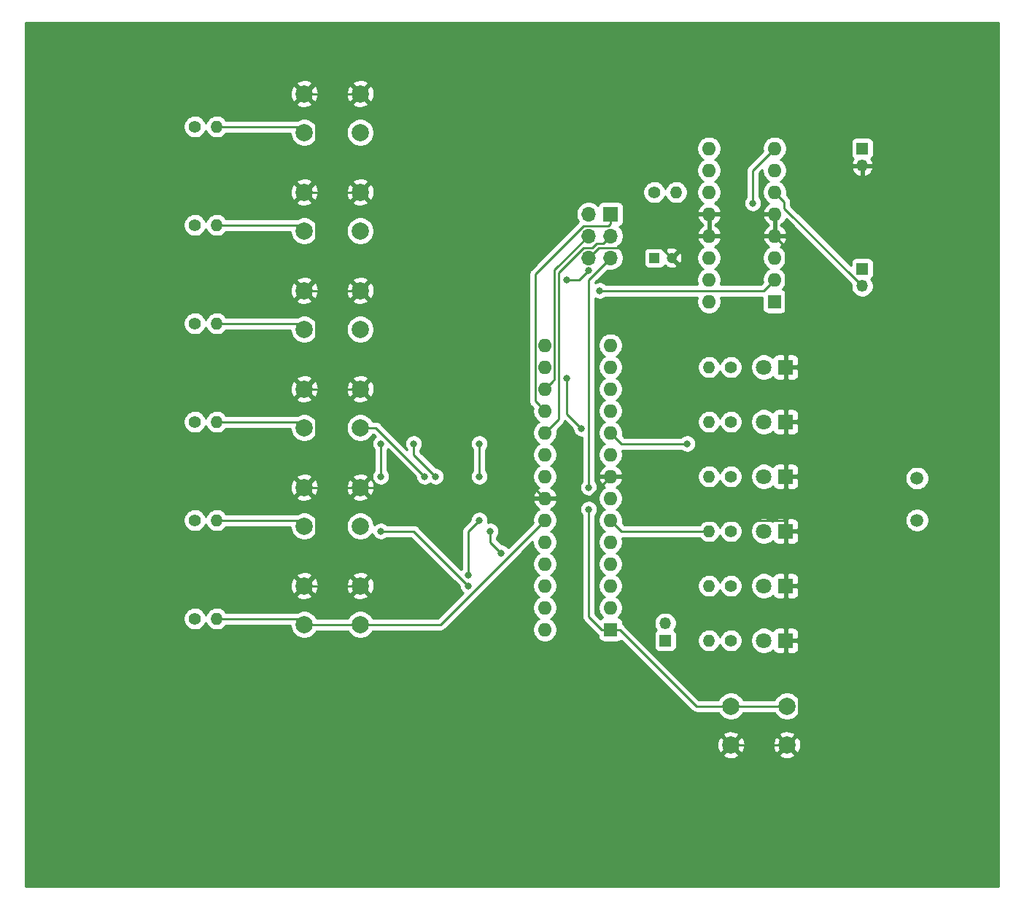
<source format=gbr>
G04 #@! TF.GenerationSoftware,KiCad,Pcbnew,5.1.5+dfsg1-2build2*
G04 #@! TF.CreationDate,2021-06-07T18:50:27-07:00*
G04 #@! TF.ProjectId,Atmega328p,41746d65-6761-4333-9238-702e6b696361,rev?*
G04 #@! TF.SameCoordinates,Original*
G04 #@! TF.FileFunction,Copper,L2,Bot*
G04 #@! TF.FilePolarity,Positive*
%FSLAX46Y46*%
G04 Gerber Fmt 4.6, Leading zero omitted, Abs format (unit mm)*
G04 Created by KiCad (PCBNEW 5.1.5+dfsg1-2build2) date 2021-06-07 18:50:27*
%MOMM*%
%LPD*%
G04 APERTURE LIST*
%ADD10O,1.350000X1.350000*%
%ADD11R,1.350000X1.350000*%
%ADD12C,1.500000*%
%ADD13O,1.600000X1.600000*%
%ADD14R,1.600000X1.600000*%
%ADD15C,2.000000*%
%ADD16O,1.400000X1.400000*%
%ADD17C,1.400000*%
%ADD18O,1.700000X1.700000*%
%ADD19R,1.700000X1.700000*%
%ADD20C,1.800000*%
%ADD21R,1.800000X1.800000*%
%ADD22C,1.200000*%
%ADD23R,1.200000X1.200000*%
%ADD24C,0.800000*%
%ADD25C,0.250000*%
%ADD26C,0.254000*%
G04 APERTURE END LIST*
D10*
X186690000Y-82010000D03*
D11*
X186690000Y-80010000D03*
D10*
X163830000Y-121190000D03*
D11*
X163830000Y-123190000D03*
D10*
X186690000Y-68040000D03*
D11*
X186690000Y-66040000D03*
D12*
X193040000Y-104340000D03*
X193040000Y-109220000D03*
D13*
X168910000Y-83820000D03*
X176530000Y-66040000D03*
X168910000Y-81280000D03*
X176530000Y-68580000D03*
X168910000Y-78740000D03*
X176530000Y-71120000D03*
X168910000Y-76200000D03*
X176530000Y-73660000D03*
X168910000Y-73660000D03*
X176530000Y-76200000D03*
X168910000Y-71120000D03*
X176530000Y-78740000D03*
X168910000Y-68580000D03*
X176530000Y-81280000D03*
X168910000Y-66040000D03*
D14*
X176530000Y-83820000D03*
D13*
X149860000Y-121920000D03*
X157480000Y-88900000D03*
X149860000Y-119380000D03*
X157480000Y-91440000D03*
X149860000Y-116840000D03*
X157480000Y-93980000D03*
X149860000Y-114300000D03*
X157480000Y-96520000D03*
X149860000Y-111760000D03*
X157480000Y-99060000D03*
X149860000Y-109220000D03*
X157480000Y-101600000D03*
X149860000Y-106680000D03*
X157480000Y-104140000D03*
X149860000Y-104140000D03*
X157480000Y-106680000D03*
X149860000Y-101600000D03*
X157480000Y-109220000D03*
X149860000Y-99060000D03*
X157480000Y-111760000D03*
X149860000Y-96520000D03*
X157480000Y-114300000D03*
X149860000Y-93980000D03*
X157480000Y-116840000D03*
X149860000Y-91440000D03*
X157480000Y-119380000D03*
X149860000Y-88900000D03*
D14*
X157480000Y-121920000D03*
D15*
X177950000Y-130810000D03*
X177950000Y-135310000D03*
X171450000Y-130810000D03*
X171450000Y-135310000D03*
X128420000Y-59690000D03*
X128420000Y-64190000D03*
X121920000Y-59690000D03*
X121920000Y-64190000D03*
X128420000Y-71120000D03*
X128420000Y-75620000D03*
X121920000Y-71120000D03*
X121920000Y-75620000D03*
X128420000Y-82550000D03*
X128420000Y-87050000D03*
X121920000Y-82550000D03*
X121920000Y-87050000D03*
X128420000Y-93980000D03*
X128420000Y-98480000D03*
X121920000Y-93980000D03*
X121920000Y-98480000D03*
X128420000Y-105410000D03*
X128420000Y-109910000D03*
X121920000Y-105410000D03*
X121920000Y-109910000D03*
X128420000Y-116840000D03*
X128420000Y-121340000D03*
X121920000Y-116840000D03*
X121920000Y-121340000D03*
D16*
X165100000Y-71120000D03*
D17*
X162560000Y-71120000D03*
D16*
X168910000Y-91440000D03*
D17*
X171450000Y-91440000D03*
D16*
X168910000Y-97790000D03*
D17*
X171450000Y-97790000D03*
D16*
X168910000Y-104140000D03*
D17*
X171450000Y-104140000D03*
D16*
X168910000Y-110490000D03*
D17*
X171450000Y-110490000D03*
D16*
X168910000Y-116840000D03*
D17*
X171450000Y-116840000D03*
D16*
X168910000Y-123190000D03*
D17*
X171450000Y-123190000D03*
D16*
X111760000Y-63500000D03*
D17*
X109220000Y-63500000D03*
D16*
X111760000Y-74930000D03*
D17*
X109220000Y-74930000D03*
D16*
X111760000Y-86360000D03*
D17*
X109220000Y-86360000D03*
D16*
X111760000Y-97790000D03*
D17*
X109220000Y-97790000D03*
D16*
X111760000Y-109220000D03*
D17*
X109220000Y-109220000D03*
D16*
X111760000Y-120650000D03*
D17*
X109220000Y-120650000D03*
D18*
X154940000Y-78740000D03*
X157480000Y-78740000D03*
X154940000Y-76200000D03*
X157480000Y-76200000D03*
X154940000Y-73660000D03*
D19*
X157480000Y-73660000D03*
D20*
X175260000Y-91440000D03*
D21*
X177800000Y-91440000D03*
D20*
X175260000Y-97790000D03*
D21*
X177800000Y-97790000D03*
D20*
X175260000Y-104140000D03*
D21*
X177800000Y-104140000D03*
D20*
X175260000Y-110490000D03*
D21*
X177800000Y-110490000D03*
D20*
X175260000Y-116840000D03*
D21*
X177800000Y-116840000D03*
D20*
X175260000Y-123190000D03*
D21*
X177800000Y-123190000D03*
D22*
X164560000Y-78740000D03*
D23*
X162560000Y-78740000D03*
D24*
X163830000Y-109220000D03*
X166370000Y-100330000D03*
X154940000Y-107950000D03*
X154940000Y-105410000D03*
X173990000Y-72390000D03*
X135890000Y-104140000D03*
X143510000Y-110490000D03*
X144780000Y-113030000D03*
X130810000Y-100330000D03*
X130810000Y-104140000D03*
X130810000Y-110490000D03*
X140970000Y-116840000D03*
X134620000Y-100330000D03*
X137160000Y-104140000D03*
X142240000Y-109220000D03*
X140970000Y-115570000D03*
X142240000Y-100330000D03*
X142240000Y-104140000D03*
X154111614Y-98562816D03*
X152400000Y-92710000D03*
X156210000Y-82550000D03*
X154940000Y-80190003D03*
X152400000Y-81280000D03*
D25*
X176530000Y-73660000D02*
X176530000Y-76200000D01*
X176530000Y-73660000D02*
X168910000Y-73660000D01*
X168910000Y-73660000D02*
X168910000Y-76200000D01*
X167100000Y-76200000D02*
X164560000Y-78740000D01*
X168910000Y-76200000D02*
X167100000Y-76200000D01*
X155789999Y-77890001D02*
X154940000Y-78740000D01*
X156115001Y-77564999D02*
X155789999Y-77890001D01*
X163384999Y-77564999D02*
X156115001Y-77564999D01*
X164560000Y-78740000D02*
X163384999Y-77564999D01*
X121920000Y-82550000D02*
X128420000Y-82550000D01*
X121920000Y-93980000D02*
X128420000Y-93980000D01*
X121920000Y-105410000D02*
X128420000Y-105410000D01*
X121920000Y-116840000D02*
X128420000Y-116840000D01*
X121920000Y-71120000D02*
X128420000Y-71120000D01*
X121920000Y-59690000D02*
X128420000Y-59690000D01*
X122919999Y-70120001D02*
X121920000Y-71120000D01*
X123245001Y-69794999D02*
X122919999Y-70120001D01*
X123245001Y-61015001D02*
X123245001Y-69794999D01*
X121920000Y-59690000D02*
X123245001Y-61015001D01*
X122919999Y-81550001D02*
X121920000Y-82550000D01*
X123245001Y-81224999D02*
X122919999Y-81550001D01*
X123245001Y-72445001D02*
X123245001Y-81224999D01*
X121920000Y-71120000D02*
X123245001Y-72445001D01*
X122919999Y-92980001D02*
X121920000Y-93980000D01*
X123245001Y-92654999D02*
X122919999Y-92980001D01*
X123245001Y-83875001D02*
X123245001Y-92654999D01*
X121920000Y-82550000D02*
X123245001Y-83875001D01*
X122919999Y-104410001D02*
X121920000Y-105410000D01*
X123245001Y-104084999D02*
X122919999Y-104410001D01*
X123245001Y-95305001D02*
X123245001Y-104084999D01*
X121920000Y-93980000D02*
X123245001Y-95305001D01*
X122919999Y-115840001D02*
X121920000Y-116840000D01*
X123245001Y-115514999D02*
X122919999Y-115840001D01*
X123245001Y-106735001D02*
X123245001Y-115514999D01*
X121920000Y-105410000D02*
X123245001Y-106735001D01*
X148590000Y-105410000D02*
X149860000Y-106680000D01*
X128420000Y-105410000D02*
X148590000Y-105410000D01*
X154940000Y-106680000D02*
X157480000Y-104140000D01*
X149860000Y-106680000D02*
X154940000Y-106680000D01*
X177800000Y-77470000D02*
X176530000Y-76200000D01*
X177800000Y-91440000D02*
X177800000Y-77470000D01*
X177800000Y-91440000D02*
X177800000Y-97790000D01*
X177800000Y-97790000D02*
X177800000Y-104140000D01*
X177800000Y-104140000D02*
X177800000Y-110490000D01*
X177800000Y-110490000D02*
X177800000Y-116840000D01*
X177800000Y-116840000D02*
X177800000Y-123190000D01*
X178949999Y-134310001D02*
X177950000Y-135310000D01*
X179275001Y-133984999D02*
X178949999Y-134310001D01*
X179275001Y-123515001D02*
X179275001Y-133984999D01*
X178950000Y-123190000D02*
X179275001Y-123515001D01*
X177800000Y-123190000D02*
X178950000Y-123190000D01*
X176535787Y-135310000D02*
X171450000Y-135310000D01*
X177950000Y-135310000D02*
X176535787Y-135310000D01*
X177800000Y-109340000D02*
X177680000Y-109220000D01*
X177800000Y-110490000D02*
X177800000Y-109340000D01*
X177680000Y-109220000D02*
X163830000Y-109220000D01*
X158750000Y-100330000D02*
X157480000Y-99060000D01*
X166370000Y-100330000D02*
X158750000Y-100330000D01*
X170035787Y-130810000D02*
X171450000Y-130810000D01*
X167420000Y-130810000D02*
X170035787Y-130810000D01*
X158530000Y-121920000D02*
X167420000Y-130810000D01*
X157480000Y-121920000D02*
X158530000Y-121920000D01*
X171450000Y-130810000D02*
X177950000Y-130810000D01*
X154940000Y-120430000D02*
X154940000Y-107950000D01*
X156430000Y-121920000D02*
X154940000Y-120430000D01*
X157480000Y-121920000D02*
X156430000Y-121920000D01*
X154940000Y-81280000D02*
X157480000Y-78740000D01*
X154940000Y-105410000D02*
X154940000Y-81280000D01*
X150659999Y-93180001D02*
X149860000Y-93980000D01*
X150985001Y-92854999D02*
X150659999Y-93180001D01*
X150985001Y-80154999D02*
X150985001Y-92854999D01*
X154940000Y-76200000D02*
X150985001Y-80154999D01*
X150659999Y-98260001D02*
X149860000Y-99060000D01*
X151435011Y-80505987D02*
X151435011Y-97484989D01*
X154375999Y-77564999D02*
X151435011Y-80505987D01*
X155314003Y-77564999D02*
X154375999Y-77564999D01*
X155829003Y-77049999D02*
X155314003Y-77564999D01*
X151435011Y-97484989D02*
X150659999Y-98260001D01*
X156630001Y-77049999D02*
X155829003Y-77049999D01*
X157480000Y-76200000D02*
X156630001Y-77049999D01*
X149060001Y-95720001D02*
X149860000Y-96520000D01*
X148734999Y-95394999D02*
X149060001Y-95720001D01*
X148734999Y-80665999D02*
X148734999Y-95394999D01*
X154375999Y-75024999D02*
X148734999Y-80665999D01*
X157215001Y-75024999D02*
X154375999Y-75024999D01*
X157480000Y-74760000D02*
X157215001Y-75024999D01*
X157480000Y-73660000D02*
X157480000Y-74760000D01*
X173990000Y-68580000D02*
X176530000Y-66040000D01*
X173990000Y-72390000D02*
X173990000Y-68580000D01*
X186015001Y-81335001D02*
X186690000Y-82010000D01*
X177655001Y-72975001D02*
X186015001Y-81335001D01*
X177655001Y-72245001D02*
X177655001Y-72975001D01*
X176530000Y-71120000D02*
X177655001Y-72245001D01*
X121230000Y-120650000D02*
X121920000Y-121340000D01*
X111760000Y-120650000D02*
X121230000Y-120650000D01*
X121920000Y-121340000D02*
X128420000Y-121340000D01*
X137740000Y-121340000D02*
X149860000Y-109220000D01*
X128420000Y-121340000D02*
X137740000Y-121340000D01*
X121230000Y-109220000D02*
X121920000Y-109910000D01*
X111760000Y-109220000D02*
X121230000Y-109220000D01*
X121230000Y-97790000D02*
X121920000Y-98480000D01*
X111760000Y-97790000D02*
X121230000Y-97790000D01*
X130230000Y-98480000D02*
X135890000Y-104140000D01*
X128420000Y-98480000D02*
X130230000Y-98480000D01*
X143510000Y-111760000D02*
X144780000Y-113030000D01*
X143510000Y-110490000D02*
X143510000Y-111760000D01*
X121230000Y-86360000D02*
X121920000Y-87050000D01*
X111760000Y-86360000D02*
X121230000Y-86360000D01*
X130810000Y-100330000D02*
X130810000Y-104140000D01*
X134620000Y-110490000D02*
X140970000Y-116840000D01*
X130810000Y-110490000D02*
X134620000Y-110490000D01*
X121230000Y-74930000D02*
X121920000Y-75620000D01*
X111760000Y-74930000D02*
X121230000Y-74930000D01*
X134620000Y-101600000D02*
X137160000Y-104140000D01*
X134620000Y-100330000D02*
X134620000Y-101600000D01*
X140970000Y-110490000D02*
X140970000Y-115570000D01*
X142240000Y-109220000D02*
X140970000Y-110490000D01*
X121230000Y-63500000D02*
X121920000Y-64190000D01*
X111760000Y-63500000D02*
X121230000Y-63500000D01*
X142240000Y-100330000D02*
X142240000Y-104140000D01*
X158750000Y-110490000D02*
X157480000Y-109220000D01*
X168910000Y-110490000D02*
X158750000Y-110490000D01*
X152400000Y-96851202D02*
X152400000Y-92710000D01*
X154111614Y-98562816D02*
X152400000Y-96851202D01*
X175260000Y-82550000D02*
X156210000Y-82550000D01*
X176530000Y-81280000D02*
X175260000Y-82550000D01*
X153850003Y-81280000D02*
X152400000Y-81280000D01*
X154940000Y-80190003D02*
X153850003Y-81280000D01*
D26*
G36*
X202540000Y-151740000D02*
G01*
X89560000Y-151740000D01*
X89560000Y-136445413D01*
X170494192Y-136445413D01*
X170589956Y-136709814D01*
X170879571Y-136850704D01*
X171191108Y-136932384D01*
X171512595Y-136951718D01*
X171831675Y-136907961D01*
X172136088Y-136802795D01*
X172310044Y-136709814D01*
X172405808Y-136445413D01*
X176994192Y-136445413D01*
X177089956Y-136709814D01*
X177379571Y-136850704D01*
X177691108Y-136932384D01*
X178012595Y-136951718D01*
X178331675Y-136907961D01*
X178636088Y-136802795D01*
X178810044Y-136709814D01*
X178905808Y-136445413D01*
X177950000Y-135489605D01*
X176994192Y-136445413D01*
X172405808Y-136445413D01*
X171450000Y-135489605D01*
X170494192Y-136445413D01*
X89560000Y-136445413D01*
X89560000Y-135372595D01*
X169808282Y-135372595D01*
X169852039Y-135691675D01*
X169957205Y-135996088D01*
X170050186Y-136170044D01*
X170314587Y-136265808D01*
X171270395Y-135310000D01*
X171629605Y-135310000D01*
X172585413Y-136265808D01*
X172849814Y-136170044D01*
X172990704Y-135880429D01*
X173072384Y-135568892D01*
X173084189Y-135372595D01*
X176308282Y-135372595D01*
X176352039Y-135691675D01*
X176457205Y-135996088D01*
X176550186Y-136170044D01*
X176814587Y-136265808D01*
X177770395Y-135310000D01*
X178129605Y-135310000D01*
X179085413Y-136265808D01*
X179349814Y-136170044D01*
X179490704Y-135880429D01*
X179572384Y-135568892D01*
X179591718Y-135247405D01*
X179547961Y-134928325D01*
X179442795Y-134623912D01*
X179349814Y-134449956D01*
X179085413Y-134354192D01*
X178129605Y-135310000D01*
X177770395Y-135310000D01*
X176814587Y-134354192D01*
X176550186Y-134449956D01*
X176409296Y-134739571D01*
X176327616Y-135051108D01*
X176308282Y-135372595D01*
X173084189Y-135372595D01*
X173091718Y-135247405D01*
X173047961Y-134928325D01*
X172942795Y-134623912D01*
X172849814Y-134449956D01*
X172585413Y-134354192D01*
X171629605Y-135310000D01*
X171270395Y-135310000D01*
X170314587Y-134354192D01*
X170050186Y-134449956D01*
X169909296Y-134739571D01*
X169827616Y-135051108D01*
X169808282Y-135372595D01*
X89560000Y-135372595D01*
X89560000Y-134174587D01*
X170494192Y-134174587D01*
X171450000Y-135130395D01*
X172405808Y-134174587D01*
X176994192Y-134174587D01*
X177950000Y-135130395D01*
X178905808Y-134174587D01*
X178810044Y-133910186D01*
X178520429Y-133769296D01*
X178208892Y-133687616D01*
X177887405Y-133668282D01*
X177568325Y-133712039D01*
X177263912Y-133817205D01*
X177089956Y-133910186D01*
X176994192Y-134174587D01*
X172405808Y-134174587D01*
X172310044Y-133910186D01*
X172020429Y-133769296D01*
X171708892Y-133687616D01*
X171387405Y-133668282D01*
X171068325Y-133712039D01*
X170763912Y-133817205D01*
X170589956Y-133910186D01*
X170494192Y-134174587D01*
X89560000Y-134174587D01*
X89560000Y-120518514D01*
X107885000Y-120518514D01*
X107885000Y-120781486D01*
X107936304Y-121039405D01*
X108036939Y-121282359D01*
X108183038Y-121501013D01*
X108368987Y-121686962D01*
X108587641Y-121833061D01*
X108830595Y-121933696D01*
X109088514Y-121985000D01*
X109351486Y-121985000D01*
X109609405Y-121933696D01*
X109852359Y-121833061D01*
X110071013Y-121686962D01*
X110256962Y-121501013D01*
X110403061Y-121282359D01*
X110490000Y-121072470D01*
X110576939Y-121282359D01*
X110723038Y-121501013D01*
X110908987Y-121686962D01*
X111127641Y-121833061D01*
X111370595Y-121933696D01*
X111628514Y-121985000D01*
X111891486Y-121985000D01*
X112149405Y-121933696D01*
X112392359Y-121833061D01*
X112611013Y-121686962D01*
X112796962Y-121501013D01*
X112857775Y-121410000D01*
X120285000Y-121410000D01*
X120285000Y-121501033D01*
X120347832Y-121816912D01*
X120471082Y-122114463D01*
X120650013Y-122382252D01*
X120877748Y-122609987D01*
X121145537Y-122788918D01*
X121443088Y-122912168D01*
X121758967Y-122975000D01*
X122081033Y-122975000D01*
X122396912Y-122912168D01*
X122694463Y-122788918D01*
X122962252Y-122609987D01*
X123189987Y-122382252D01*
X123368918Y-122114463D01*
X123374909Y-122100000D01*
X126965091Y-122100000D01*
X126971082Y-122114463D01*
X127150013Y-122382252D01*
X127377748Y-122609987D01*
X127645537Y-122788918D01*
X127943088Y-122912168D01*
X128258967Y-122975000D01*
X128581033Y-122975000D01*
X128896912Y-122912168D01*
X129194463Y-122788918D01*
X129462252Y-122609987D01*
X129689987Y-122382252D01*
X129868918Y-122114463D01*
X129874909Y-122100000D01*
X137702678Y-122100000D01*
X137740000Y-122103676D01*
X137777322Y-122100000D01*
X137777333Y-122100000D01*
X137888986Y-122089003D01*
X138032247Y-122045546D01*
X138164276Y-121974974D01*
X138280001Y-121880001D01*
X138303804Y-121850997D01*
X148425000Y-111729803D01*
X148425000Y-111901335D01*
X148480147Y-112178574D01*
X148588320Y-112439727D01*
X148745363Y-112674759D01*
X148945241Y-112874637D01*
X149177759Y-113030000D01*
X148945241Y-113185363D01*
X148745363Y-113385241D01*
X148588320Y-113620273D01*
X148480147Y-113881426D01*
X148425000Y-114158665D01*
X148425000Y-114441335D01*
X148480147Y-114718574D01*
X148588320Y-114979727D01*
X148745363Y-115214759D01*
X148945241Y-115414637D01*
X149177759Y-115570000D01*
X148945241Y-115725363D01*
X148745363Y-115925241D01*
X148588320Y-116160273D01*
X148480147Y-116421426D01*
X148425000Y-116698665D01*
X148425000Y-116981335D01*
X148480147Y-117258574D01*
X148588320Y-117519727D01*
X148745363Y-117754759D01*
X148945241Y-117954637D01*
X149177759Y-118110000D01*
X148945241Y-118265363D01*
X148745363Y-118465241D01*
X148588320Y-118700273D01*
X148480147Y-118961426D01*
X148425000Y-119238665D01*
X148425000Y-119521335D01*
X148480147Y-119798574D01*
X148588320Y-120059727D01*
X148745363Y-120294759D01*
X148945241Y-120494637D01*
X149177759Y-120650000D01*
X148945241Y-120805363D01*
X148745363Y-121005241D01*
X148588320Y-121240273D01*
X148480147Y-121501426D01*
X148425000Y-121778665D01*
X148425000Y-122061335D01*
X148480147Y-122338574D01*
X148588320Y-122599727D01*
X148745363Y-122834759D01*
X148945241Y-123034637D01*
X149180273Y-123191680D01*
X149441426Y-123299853D01*
X149718665Y-123355000D01*
X150001335Y-123355000D01*
X150278574Y-123299853D01*
X150539727Y-123191680D01*
X150774759Y-123034637D01*
X150974637Y-122834759D01*
X151131680Y-122599727D01*
X151239853Y-122338574D01*
X151295000Y-122061335D01*
X151295000Y-121778665D01*
X151239853Y-121501426D01*
X151131680Y-121240273D01*
X150974637Y-121005241D01*
X150774759Y-120805363D01*
X150542241Y-120650000D01*
X150774759Y-120494637D01*
X150974637Y-120294759D01*
X151131680Y-120059727D01*
X151239853Y-119798574D01*
X151295000Y-119521335D01*
X151295000Y-119238665D01*
X151239853Y-118961426D01*
X151131680Y-118700273D01*
X150974637Y-118465241D01*
X150774759Y-118265363D01*
X150542241Y-118110000D01*
X150774759Y-117954637D01*
X150974637Y-117754759D01*
X151131680Y-117519727D01*
X151239853Y-117258574D01*
X151295000Y-116981335D01*
X151295000Y-116698665D01*
X151239853Y-116421426D01*
X151131680Y-116160273D01*
X150974637Y-115925241D01*
X150774759Y-115725363D01*
X150542241Y-115570000D01*
X150774759Y-115414637D01*
X150974637Y-115214759D01*
X151131680Y-114979727D01*
X151239853Y-114718574D01*
X151295000Y-114441335D01*
X151295000Y-114158665D01*
X151239853Y-113881426D01*
X151131680Y-113620273D01*
X150974637Y-113385241D01*
X150774759Y-113185363D01*
X150542241Y-113030000D01*
X150774759Y-112874637D01*
X150974637Y-112674759D01*
X151131680Y-112439727D01*
X151239853Y-112178574D01*
X151295000Y-111901335D01*
X151295000Y-111618665D01*
X151239853Y-111341426D01*
X151131680Y-111080273D01*
X150974637Y-110845241D01*
X150774759Y-110645363D01*
X150542241Y-110490000D01*
X150774759Y-110334637D01*
X150974637Y-110134759D01*
X151131680Y-109899727D01*
X151239853Y-109638574D01*
X151295000Y-109361335D01*
X151295000Y-109078665D01*
X151239853Y-108801426D01*
X151131680Y-108540273D01*
X150974637Y-108305241D01*
X150774759Y-108105363D01*
X150539727Y-107948320D01*
X150529135Y-107943933D01*
X150688992Y-107848061D01*
X153905000Y-107848061D01*
X153905000Y-108051939D01*
X153944774Y-108251898D01*
X154022795Y-108440256D01*
X154136063Y-108609774D01*
X154180001Y-108653712D01*
X154180000Y-120392678D01*
X154176324Y-120430000D01*
X154180000Y-120467322D01*
X154180000Y-120467332D01*
X154190997Y-120578985D01*
X154234454Y-120722246D01*
X154305026Y-120854276D01*
X154322707Y-120875820D01*
X154399999Y-120970001D01*
X154429003Y-120993804D01*
X155866200Y-122431002D01*
X155889999Y-122460001D01*
X156005724Y-122554974D01*
X156041928Y-122574326D01*
X156041928Y-122720000D01*
X156054188Y-122844482D01*
X156090498Y-122964180D01*
X156149463Y-123074494D01*
X156228815Y-123171185D01*
X156325506Y-123250537D01*
X156435820Y-123309502D01*
X156555518Y-123345812D01*
X156680000Y-123358072D01*
X158280000Y-123358072D01*
X158404482Y-123345812D01*
X158524180Y-123309502D01*
X158634494Y-123250537D01*
X158717563Y-123182364D01*
X166856201Y-131321003D01*
X166879999Y-131350001D01*
X166908997Y-131373799D01*
X166995724Y-131444974D01*
X167127753Y-131515546D01*
X167271014Y-131559003D01*
X167420000Y-131573677D01*
X167457333Y-131570000D01*
X169995091Y-131570000D01*
X170001082Y-131584463D01*
X170180013Y-131852252D01*
X170407748Y-132079987D01*
X170675537Y-132258918D01*
X170973088Y-132382168D01*
X171288967Y-132445000D01*
X171611033Y-132445000D01*
X171926912Y-132382168D01*
X172224463Y-132258918D01*
X172492252Y-132079987D01*
X172719987Y-131852252D01*
X172898918Y-131584463D01*
X172904909Y-131570000D01*
X176495091Y-131570000D01*
X176501082Y-131584463D01*
X176680013Y-131852252D01*
X176907748Y-132079987D01*
X177175537Y-132258918D01*
X177473088Y-132382168D01*
X177788967Y-132445000D01*
X178111033Y-132445000D01*
X178426912Y-132382168D01*
X178724463Y-132258918D01*
X178992252Y-132079987D01*
X179219987Y-131852252D01*
X179398918Y-131584463D01*
X179522168Y-131286912D01*
X179585000Y-130971033D01*
X179585000Y-130648967D01*
X179522168Y-130333088D01*
X179398918Y-130035537D01*
X179219987Y-129767748D01*
X178992252Y-129540013D01*
X178724463Y-129361082D01*
X178426912Y-129237832D01*
X178111033Y-129175000D01*
X177788967Y-129175000D01*
X177473088Y-129237832D01*
X177175537Y-129361082D01*
X176907748Y-129540013D01*
X176680013Y-129767748D01*
X176501082Y-130035537D01*
X176495091Y-130050000D01*
X172904909Y-130050000D01*
X172898918Y-130035537D01*
X172719987Y-129767748D01*
X172492252Y-129540013D01*
X172224463Y-129361082D01*
X171926912Y-129237832D01*
X171611033Y-129175000D01*
X171288967Y-129175000D01*
X170973088Y-129237832D01*
X170675537Y-129361082D01*
X170407748Y-129540013D01*
X170180013Y-129767748D01*
X170001082Y-130035537D01*
X169995091Y-130050000D01*
X167734802Y-130050000D01*
X160199802Y-122515000D01*
X162516928Y-122515000D01*
X162516928Y-123865000D01*
X162529188Y-123989482D01*
X162565498Y-124109180D01*
X162624463Y-124219494D01*
X162703815Y-124316185D01*
X162800506Y-124395537D01*
X162910820Y-124454502D01*
X163030518Y-124490812D01*
X163155000Y-124503072D01*
X164505000Y-124503072D01*
X164629482Y-124490812D01*
X164749180Y-124454502D01*
X164859494Y-124395537D01*
X164956185Y-124316185D01*
X165035537Y-124219494D01*
X165094502Y-124109180D01*
X165130812Y-123989482D01*
X165143072Y-123865000D01*
X165143072Y-123058514D01*
X167575000Y-123058514D01*
X167575000Y-123321486D01*
X167626304Y-123579405D01*
X167726939Y-123822359D01*
X167873038Y-124041013D01*
X168058987Y-124226962D01*
X168277641Y-124373061D01*
X168520595Y-124473696D01*
X168778514Y-124525000D01*
X169041486Y-124525000D01*
X169299405Y-124473696D01*
X169542359Y-124373061D01*
X169761013Y-124226962D01*
X169946962Y-124041013D01*
X170093061Y-123822359D01*
X170180000Y-123612470D01*
X170266939Y-123822359D01*
X170413038Y-124041013D01*
X170598987Y-124226962D01*
X170817641Y-124373061D01*
X171060595Y-124473696D01*
X171318514Y-124525000D01*
X171581486Y-124525000D01*
X171839405Y-124473696D01*
X172082359Y-124373061D01*
X172301013Y-124226962D01*
X172486962Y-124041013D01*
X172633061Y-123822359D01*
X172733696Y-123579405D01*
X172785000Y-123321486D01*
X172785000Y-123058514D01*
X172781082Y-123038816D01*
X173725000Y-123038816D01*
X173725000Y-123341184D01*
X173783989Y-123637743D01*
X173899701Y-123917095D01*
X174067688Y-124168505D01*
X174281495Y-124382312D01*
X174532905Y-124550299D01*
X174812257Y-124666011D01*
X175108816Y-124725000D01*
X175411184Y-124725000D01*
X175707743Y-124666011D01*
X175987095Y-124550299D01*
X176238505Y-124382312D01*
X176304944Y-124315873D01*
X176310498Y-124334180D01*
X176369463Y-124444494D01*
X176448815Y-124541185D01*
X176545506Y-124620537D01*
X176655820Y-124679502D01*
X176775518Y-124715812D01*
X176900000Y-124728072D01*
X177514250Y-124725000D01*
X177673000Y-124566250D01*
X177673000Y-123317000D01*
X177927000Y-123317000D01*
X177927000Y-124566250D01*
X178085750Y-124725000D01*
X178700000Y-124728072D01*
X178824482Y-124715812D01*
X178944180Y-124679502D01*
X179054494Y-124620537D01*
X179151185Y-124541185D01*
X179230537Y-124444494D01*
X179289502Y-124334180D01*
X179325812Y-124214482D01*
X179338072Y-124090000D01*
X179335000Y-123475750D01*
X179176250Y-123317000D01*
X177927000Y-123317000D01*
X177673000Y-123317000D01*
X177653000Y-123317000D01*
X177653000Y-123063000D01*
X177673000Y-123063000D01*
X177673000Y-121813750D01*
X177927000Y-121813750D01*
X177927000Y-123063000D01*
X179176250Y-123063000D01*
X179335000Y-122904250D01*
X179338072Y-122290000D01*
X179325812Y-122165518D01*
X179289502Y-122045820D01*
X179230537Y-121935506D01*
X179151185Y-121838815D01*
X179054494Y-121759463D01*
X178944180Y-121700498D01*
X178824482Y-121664188D01*
X178700000Y-121651928D01*
X178085750Y-121655000D01*
X177927000Y-121813750D01*
X177673000Y-121813750D01*
X177514250Y-121655000D01*
X176900000Y-121651928D01*
X176775518Y-121664188D01*
X176655820Y-121700498D01*
X176545506Y-121759463D01*
X176448815Y-121838815D01*
X176369463Y-121935506D01*
X176310498Y-122045820D01*
X176304944Y-122064127D01*
X176238505Y-121997688D01*
X175987095Y-121829701D01*
X175707743Y-121713989D01*
X175411184Y-121655000D01*
X175108816Y-121655000D01*
X174812257Y-121713989D01*
X174532905Y-121829701D01*
X174281495Y-121997688D01*
X174067688Y-122211495D01*
X173899701Y-122462905D01*
X173783989Y-122742257D01*
X173725000Y-123038816D01*
X172781082Y-123038816D01*
X172733696Y-122800595D01*
X172633061Y-122557641D01*
X172486962Y-122338987D01*
X172301013Y-122153038D01*
X172082359Y-122006939D01*
X171839405Y-121906304D01*
X171581486Y-121855000D01*
X171318514Y-121855000D01*
X171060595Y-121906304D01*
X170817641Y-122006939D01*
X170598987Y-122153038D01*
X170413038Y-122338987D01*
X170266939Y-122557641D01*
X170180000Y-122767530D01*
X170093061Y-122557641D01*
X169946962Y-122338987D01*
X169761013Y-122153038D01*
X169542359Y-122006939D01*
X169299405Y-121906304D01*
X169041486Y-121855000D01*
X168778514Y-121855000D01*
X168520595Y-121906304D01*
X168277641Y-122006939D01*
X168058987Y-122153038D01*
X167873038Y-122338987D01*
X167726939Y-122557641D01*
X167626304Y-122800595D01*
X167575000Y-123058514D01*
X165143072Y-123058514D01*
X165143072Y-122515000D01*
X165130812Y-122390518D01*
X165094502Y-122270820D01*
X165035537Y-122160506D01*
X164956185Y-122063815D01*
X164869303Y-121992513D01*
X164990907Y-121810518D01*
X165089658Y-121572113D01*
X165140000Y-121319024D01*
X165140000Y-121060976D01*
X165089658Y-120807887D01*
X164990907Y-120569482D01*
X164847544Y-120354923D01*
X164665077Y-120172456D01*
X164450518Y-120029093D01*
X164212113Y-119930342D01*
X163959024Y-119880000D01*
X163700976Y-119880000D01*
X163447887Y-119930342D01*
X163209482Y-120029093D01*
X162994923Y-120172456D01*
X162812456Y-120354923D01*
X162669093Y-120569482D01*
X162570342Y-120807887D01*
X162520000Y-121060976D01*
X162520000Y-121319024D01*
X162570342Y-121572113D01*
X162669093Y-121810518D01*
X162790697Y-121992513D01*
X162703815Y-122063815D01*
X162624463Y-122160506D01*
X162565498Y-122270820D01*
X162529188Y-122390518D01*
X162516928Y-122515000D01*
X160199802Y-122515000D01*
X159093804Y-121409003D01*
X159070001Y-121379999D01*
X158954276Y-121285026D01*
X158918072Y-121265674D01*
X158918072Y-121120000D01*
X158905812Y-120995518D01*
X158869502Y-120875820D01*
X158810537Y-120765506D01*
X158731185Y-120668815D01*
X158634494Y-120589463D01*
X158524180Y-120530498D01*
X158404482Y-120494188D01*
X158396039Y-120493357D01*
X158594637Y-120294759D01*
X158751680Y-120059727D01*
X158859853Y-119798574D01*
X158915000Y-119521335D01*
X158915000Y-119238665D01*
X158859853Y-118961426D01*
X158751680Y-118700273D01*
X158594637Y-118465241D01*
X158394759Y-118265363D01*
X158162241Y-118110000D01*
X158394759Y-117954637D01*
X158594637Y-117754759D01*
X158751680Y-117519727D01*
X158859853Y-117258574D01*
X158915000Y-116981335D01*
X158915000Y-116708514D01*
X167575000Y-116708514D01*
X167575000Y-116971486D01*
X167626304Y-117229405D01*
X167726939Y-117472359D01*
X167873038Y-117691013D01*
X168058987Y-117876962D01*
X168277641Y-118023061D01*
X168520595Y-118123696D01*
X168778514Y-118175000D01*
X169041486Y-118175000D01*
X169299405Y-118123696D01*
X169542359Y-118023061D01*
X169761013Y-117876962D01*
X169946962Y-117691013D01*
X170093061Y-117472359D01*
X170180000Y-117262470D01*
X170266939Y-117472359D01*
X170413038Y-117691013D01*
X170598987Y-117876962D01*
X170817641Y-118023061D01*
X171060595Y-118123696D01*
X171318514Y-118175000D01*
X171581486Y-118175000D01*
X171839405Y-118123696D01*
X172082359Y-118023061D01*
X172301013Y-117876962D01*
X172486962Y-117691013D01*
X172633061Y-117472359D01*
X172733696Y-117229405D01*
X172785000Y-116971486D01*
X172785000Y-116708514D01*
X172781082Y-116688816D01*
X173725000Y-116688816D01*
X173725000Y-116991184D01*
X173783989Y-117287743D01*
X173899701Y-117567095D01*
X174067688Y-117818505D01*
X174281495Y-118032312D01*
X174532905Y-118200299D01*
X174812257Y-118316011D01*
X175108816Y-118375000D01*
X175411184Y-118375000D01*
X175707743Y-118316011D01*
X175987095Y-118200299D01*
X176238505Y-118032312D01*
X176304944Y-117965873D01*
X176310498Y-117984180D01*
X176369463Y-118094494D01*
X176448815Y-118191185D01*
X176545506Y-118270537D01*
X176655820Y-118329502D01*
X176775518Y-118365812D01*
X176900000Y-118378072D01*
X177514250Y-118375000D01*
X177673000Y-118216250D01*
X177673000Y-116967000D01*
X177927000Y-116967000D01*
X177927000Y-118216250D01*
X178085750Y-118375000D01*
X178700000Y-118378072D01*
X178824482Y-118365812D01*
X178944180Y-118329502D01*
X179054494Y-118270537D01*
X179151185Y-118191185D01*
X179230537Y-118094494D01*
X179289502Y-117984180D01*
X179325812Y-117864482D01*
X179338072Y-117740000D01*
X179335000Y-117125750D01*
X179176250Y-116967000D01*
X177927000Y-116967000D01*
X177673000Y-116967000D01*
X177653000Y-116967000D01*
X177653000Y-116713000D01*
X177673000Y-116713000D01*
X177673000Y-115463750D01*
X177927000Y-115463750D01*
X177927000Y-116713000D01*
X179176250Y-116713000D01*
X179335000Y-116554250D01*
X179338072Y-115940000D01*
X179325812Y-115815518D01*
X179289502Y-115695820D01*
X179230537Y-115585506D01*
X179151185Y-115488815D01*
X179054494Y-115409463D01*
X178944180Y-115350498D01*
X178824482Y-115314188D01*
X178700000Y-115301928D01*
X178085750Y-115305000D01*
X177927000Y-115463750D01*
X177673000Y-115463750D01*
X177514250Y-115305000D01*
X176900000Y-115301928D01*
X176775518Y-115314188D01*
X176655820Y-115350498D01*
X176545506Y-115409463D01*
X176448815Y-115488815D01*
X176369463Y-115585506D01*
X176310498Y-115695820D01*
X176304944Y-115714127D01*
X176238505Y-115647688D01*
X175987095Y-115479701D01*
X175707743Y-115363989D01*
X175411184Y-115305000D01*
X175108816Y-115305000D01*
X174812257Y-115363989D01*
X174532905Y-115479701D01*
X174281495Y-115647688D01*
X174067688Y-115861495D01*
X173899701Y-116112905D01*
X173783989Y-116392257D01*
X173725000Y-116688816D01*
X172781082Y-116688816D01*
X172733696Y-116450595D01*
X172633061Y-116207641D01*
X172486962Y-115988987D01*
X172301013Y-115803038D01*
X172082359Y-115656939D01*
X171839405Y-115556304D01*
X171581486Y-115505000D01*
X171318514Y-115505000D01*
X171060595Y-115556304D01*
X170817641Y-115656939D01*
X170598987Y-115803038D01*
X170413038Y-115988987D01*
X170266939Y-116207641D01*
X170180000Y-116417530D01*
X170093061Y-116207641D01*
X169946962Y-115988987D01*
X169761013Y-115803038D01*
X169542359Y-115656939D01*
X169299405Y-115556304D01*
X169041486Y-115505000D01*
X168778514Y-115505000D01*
X168520595Y-115556304D01*
X168277641Y-115656939D01*
X168058987Y-115803038D01*
X167873038Y-115988987D01*
X167726939Y-116207641D01*
X167626304Y-116450595D01*
X167575000Y-116708514D01*
X158915000Y-116708514D01*
X158915000Y-116698665D01*
X158859853Y-116421426D01*
X158751680Y-116160273D01*
X158594637Y-115925241D01*
X158394759Y-115725363D01*
X158162241Y-115570000D01*
X158394759Y-115414637D01*
X158594637Y-115214759D01*
X158751680Y-114979727D01*
X158859853Y-114718574D01*
X158915000Y-114441335D01*
X158915000Y-114158665D01*
X158859853Y-113881426D01*
X158751680Y-113620273D01*
X158594637Y-113385241D01*
X158394759Y-113185363D01*
X158162241Y-113030000D01*
X158394759Y-112874637D01*
X158594637Y-112674759D01*
X158751680Y-112439727D01*
X158859853Y-112178574D01*
X158915000Y-111901335D01*
X158915000Y-111618665D01*
X158859853Y-111341426D01*
X158821983Y-111250000D01*
X167812225Y-111250000D01*
X167873038Y-111341013D01*
X168058987Y-111526962D01*
X168277641Y-111673061D01*
X168520595Y-111773696D01*
X168778514Y-111825000D01*
X169041486Y-111825000D01*
X169299405Y-111773696D01*
X169542359Y-111673061D01*
X169761013Y-111526962D01*
X169946962Y-111341013D01*
X170093061Y-111122359D01*
X170180000Y-110912470D01*
X170266939Y-111122359D01*
X170413038Y-111341013D01*
X170598987Y-111526962D01*
X170817641Y-111673061D01*
X171060595Y-111773696D01*
X171318514Y-111825000D01*
X171581486Y-111825000D01*
X171839405Y-111773696D01*
X172082359Y-111673061D01*
X172301013Y-111526962D01*
X172486962Y-111341013D01*
X172633061Y-111122359D01*
X172733696Y-110879405D01*
X172785000Y-110621486D01*
X172785000Y-110358514D01*
X172781082Y-110338816D01*
X173725000Y-110338816D01*
X173725000Y-110641184D01*
X173783989Y-110937743D01*
X173899701Y-111217095D01*
X174067688Y-111468505D01*
X174281495Y-111682312D01*
X174532905Y-111850299D01*
X174812257Y-111966011D01*
X175108816Y-112025000D01*
X175411184Y-112025000D01*
X175707743Y-111966011D01*
X175987095Y-111850299D01*
X176238505Y-111682312D01*
X176304944Y-111615873D01*
X176310498Y-111634180D01*
X176369463Y-111744494D01*
X176448815Y-111841185D01*
X176545506Y-111920537D01*
X176655820Y-111979502D01*
X176775518Y-112015812D01*
X176900000Y-112028072D01*
X177514250Y-112025000D01*
X177673000Y-111866250D01*
X177673000Y-110617000D01*
X177927000Y-110617000D01*
X177927000Y-111866250D01*
X178085750Y-112025000D01*
X178700000Y-112028072D01*
X178824482Y-112015812D01*
X178944180Y-111979502D01*
X179054494Y-111920537D01*
X179151185Y-111841185D01*
X179230537Y-111744494D01*
X179289502Y-111634180D01*
X179325812Y-111514482D01*
X179338072Y-111390000D01*
X179335000Y-110775750D01*
X179176250Y-110617000D01*
X177927000Y-110617000D01*
X177673000Y-110617000D01*
X177653000Y-110617000D01*
X177653000Y-110363000D01*
X177673000Y-110363000D01*
X177673000Y-109113750D01*
X177927000Y-109113750D01*
X177927000Y-110363000D01*
X179176250Y-110363000D01*
X179335000Y-110204250D01*
X179338072Y-109590000D01*
X179325812Y-109465518D01*
X179289502Y-109345820D01*
X179230537Y-109235506D01*
X179151185Y-109138815D01*
X179083892Y-109083589D01*
X191655000Y-109083589D01*
X191655000Y-109356411D01*
X191708225Y-109623989D01*
X191812629Y-109876043D01*
X191964201Y-110102886D01*
X192157114Y-110295799D01*
X192383957Y-110447371D01*
X192636011Y-110551775D01*
X192903589Y-110605000D01*
X193176411Y-110605000D01*
X193443989Y-110551775D01*
X193696043Y-110447371D01*
X193922886Y-110295799D01*
X194115799Y-110102886D01*
X194267371Y-109876043D01*
X194371775Y-109623989D01*
X194425000Y-109356411D01*
X194425000Y-109083589D01*
X194371775Y-108816011D01*
X194267371Y-108563957D01*
X194115799Y-108337114D01*
X193922886Y-108144201D01*
X193696043Y-107992629D01*
X193443989Y-107888225D01*
X193176411Y-107835000D01*
X192903589Y-107835000D01*
X192636011Y-107888225D01*
X192383957Y-107992629D01*
X192157114Y-108144201D01*
X191964201Y-108337114D01*
X191812629Y-108563957D01*
X191708225Y-108816011D01*
X191655000Y-109083589D01*
X179083892Y-109083589D01*
X179054494Y-109059463D01*
X178944180Y-109000498D01*
X178824482Y-108964188D01*
X178700000Y-108951928D01*
X178085750Y-108955000D01*
X177927000Y-109113750D01*
X177673000Y-109113750D01*
X177514250Y-108955000D01*
X176900000Y-108951928D01*
X176775518Y-108964188D01*
X176655820Y-109000498D01*
X176545506Y-109059463D01*
X176448815Y-109138815D01*
X176369463Y-109235506D01*
X176310498Y-109345820D01*
X176304944Y-109364127D01*
X176238505Y-109297688D01*
X175987095Y-109129701D01*
X175707743Y-109013989D01*
X175411184Y-108955000D01*
X175108816Y-108955000D01*
X174812257Y-109013989D01*
X174532905Y-109129701D01*
X174281495Y-109297688D01*
X174067688Y-109511495D01*
X173899701Y-109762905D01*
X173783989Y-110042257D01*
X173725000Y-110338816D01*
X172781082Y-110338816D01*
X172733696Y-110100595D01*
X172633061Y-109857641D01*
X172486962Y-109638987D01*
X172301013Y-109453038D01*
X172082359Y-109306939D01*
X171839405Y-109206304D01*
X171581486Y-109155000D01*
X171318514Y-109155000D01*
X171060595Y-109206304D01*
X170817641Y-109306939D01*
X170598987Y-109453038D01*
X170413038Y-109638987D01*
X170266939Y-109857641D01*
X170180000Y-110067530D01*
X170093061Y-109857641D01*
X169946962Y-109638987D01*
X169761013Y-109453038D01*
X169542359Y-109306939D01*
X169299405Y-109206304D01*
X169041486Y-109155000D01*
X168778514Y-109155000D01*
X168520595Y-109206304D01*
X168277641Y-109306939D01*
X168058987Y-109453038D01*
X167873038Y-109638987D01*
X167812225Y-109730000D01*
X159064802Y-109730000D01*
X158878688Y-109543886D01*
X158915000Y-109361335D01*
X158915000Y-109078665D01*
X158859853Y-108801426D01*
X158751680Y-108540273D01*
X158594637Y-108305241D01*
X158394759Y-108105363D01*
X158162241Y-107950000D01*
X158394759Y-107794637D01*
X158594637Y-107594759D01*
X158751680Y-107359727D01*
X158859853Y-107098574D01*
X158915000Y-106821335D01*
X158915000Y-106538665D01*
X158859853Y-106261426D01*
X158751680Y-106000273D01*
X158594637Y-105765241D01*
X158394759Y-105565363D01*
X158159727Y-105408320D01*
X158149135Y-105403933D01*
X158335131Y-105292385D01*
X158543519Y-105103414D01*
X158711037Y-104877420D01*
X158831246Y-104623087D01*
X158871904Y-104489039D01*
X158749915Y-104267000D01*
X157607000Y-104267000D01*
X157607000Y-104287000D01*
X157353000Y-104287000D01*
X157353000Y-104267000D01*
X156210085Y-104267000D01*
X156088096Y-104489039D01*
X156128754Y-104623087D01*
X156248963Y-104877420D01*
X156416481Y-105103414D01*
X156624869Y-105292385D01*
X156810865Y-105403933D01*
X156800273Y-105408320D01*
X156565241Y-105565363D01*
X156365363Y-105765241D01*
X156208320Y-106000273D01*
X156100147Y-106261426D01*
X156045000Y-106538665D01*
X156045000Y-106821335D01*
X156100147Y-107098574D01*
X156208320Y-107359727D01*
X156365363Y-107594759D01*
X156565241Y-107794637D01*
X156797759Y-107950000D01*
X156565241Y-108105363D01*
X156365363Y-108305241D01*
X156208320Y-108540273D01*
X156100147Y-108801426D01*
X156045000Y-109078665D01*
X156045000Y-109361335D01*
X156100147Y-109638574D01*
X156208320Y-109899727D01*
X156365363Y-110134759D01*
X156565241Y-110334637D01*
X156797759Y-110490000D01*
X156565241Y-110645363D01*
X156365363Y-110845241D01*
X156208320Y-111080273D01*
X156100147Y-111341426D01*
X156045000Y-111618665D01*
X156045000Y-111901335D01*
X156100147Y-112178574D01*
X156208320Y-112439727D01*
X156365363Y-112674759D01*
X156565241Y-112874637D01*
X156797759Y-113030000D01*
X156565241Y-113185363D01*
X156365363Y-113385241D01*
X156208320Y-113620273D01*
X156100147Y-113881426D01*
X156045000Y-114158665D01*
X156045000Y-114441335D01*
X156100147Y-114718574D01*
X156208320Y-114979727D01*
X156365363Y-115214759D01*
X156565241Y-115414637D01*
X156797759Y-115570000D01*
X156565241Y-115725363D01*
X156365363Y-115925241D01*
X156208320Y-116160273D01*
X156100147Y-116421426D01*
X156045000Y-116698665D01*
X156045000Y-116981335D01*
X156100147Y-117258574D01*
X156208320Y-117519727D01*
X156365363Y-117754759D01*
X156565241Y-117954637D01*
X156797759Y-118110000D01*
X156565241Y-118265363D01*
X156365363Y-118465241D01*
X156208320Y-118700273D01*
X156100147Y-118961426D01*
X156045000Y-119238665D01*
X156045000Y-119521335D01*
X156100147Y-119798574D01*
X156208320Y-120059727D01*
X156365363Y-120294759D01*
X156563961Y-120493357D01*
X156555518Y-120494188D01*
X156435820Y-120530498D01*
X156325506Y-120589463D01*
X156242437Y-120657636D01*
X155700000Y-120115199D01*
X155700000Y-108653711D01*
X155743937Y-108609774D01*
X155857205Y-108440256D01*
X155935226Y-108251898D01*
X155975000Y-108051939D01*
X155975000Y-107848061D01*
X155935226Y-107648102D01*
X155857205Y-107459744D01*
X155743937Y-107290226D01*
X155599774Y-107146063D01*
X155430256Y-107032795D01*
X155241898Y-106954774D01*
X155041939Y-106915000D01*
X154838061Y-106915000D01*
X154638102Y-106954774D01*
X154449744Y-107032795D01*
X154280226Y-107146063D01*
X154136063Y-107290226D01*
X154022795Y-107459744D01*
X153944774Y-107648102D01*
X153905000Y-107848061D01*
X150688992Y-107848061D01*
X150715131Y-107832385D01*
X150923519Y-107643414D01*
X151091037Y-107417420D01*
X151211246Y-107163087D01*
X151251904Y-107029039D01*
X151129915Y-106807000D01*
X149987000Y-106807000D01*
X149987000Y-106827000D01*
X149733000Y-106827000D01*
X149733000Y-106807000D01*
X148590085Y-106807000D01*
X148468096Y-107029039D01*
X148508754Y-107163087D01*
X148628963Y-107417420D01*
X148796481Y-107643414D01*
X149004869Y-107832385D01*
X149190865Y-107943933D01*
X149180273Y-107948320D01*
X148945241Y-108105363D01*
X148745363Y-108305241D01*
X148588320Y-108540273D01*
X148480147Y-108801426D01*
X148425000Y-109078665D01*
X148425000Y-109361335D01*
X148461312Y-109543885D01*
X145604379Y-112400819D01*
X145583937Y-112370226D01*
X145439774Y-112226063D01*
X145270256Y-112112795D01*
X145081898Y-112034774D01*
X144881939Y-111995000D01*
X144819802Y-111995000D01*
X144270000Y-111445199D01*
X144270000Y-111193711D01*
X144313937Y-111149774D01*
X144427205Y-110980256D01*
X144505226Y-110791898D01*
X144545000Y-110591939D01*
X144545000Y-110388061D01*
X144505226Y-110188102D01*
X144427205Y-109999744D01*
X144313937Y-109830226D01*
X144169774Y-109686063D01*
X144000256Y-109572795D01*
X143811898Y-109494774D01*
X143611939Y-109455000D01*
X143408061Y-109455000D01*
X143241961Y-109488039D01*
X143275000Y-109321939D01*
X143275000Y-109118061D01*
X143235226Y-108918102D01*
X143157205Y-108729744D01*
X143043937Y-108560226D01*
X142899774Y-108416063D01*
X142730256Y-108302795D01*
X142541898Y-108224774D01*
X142341939Y-108185000D01*
X142138061Y-108185000D01*
X141938102Y-108224774D01*
X141749744Y-108302795D01*
X141580226Y-108416063D01*
X141436063Y-108560226D01*
X141322795Y-108729744D01*
X141244774Y-108918102D01*
X141205000Y-109118061D01*
X141205000Y-109180198D01*
X140459003Y-109926196D01*
X140429999Y-109949999D01*
X140389175Y-109999744D01*
X140335026Y-110065724D01*
X140269613Y-110188102D01*
X140264454Y-110197754D01*
X140220997Y-110341015D01*
X140210000Y-110452668D01*
X140210000Y-110452678D01*
X140206324Y-110490000D01*
X140210000Y-110527323D01*
X140210001Y-114866288D01*
X140166063Y-114910226D01*
X140145621Y-114940819D01*
X135183804Y-109979003D01*
X135160001Y-109949999D01*
X135044276Y-109855026D01*
X134912247Y-109784454D01*
X134768986Y-109740997D01*
X134657333Y-109730000D01*
X134657322Y-109730000D01*
X134620000Y-109726324D01*
X134582678Y-109730000D01*
X131513711Y-109730000D01*
X131469774Y-109686063D01*
X131300256Y-109572795D01*
X131111898Y-109494774D01*
X130911939Y-109455000D01*
X130708061Y-109455000D01*
X130508102Y-109494774D01*
X130319744Y-109572795D01*
X130150226Y-109686063D01*
X130055000Y-109781289D01*
X130055000Y-109748967D01*
X129992168Y-109433088D01*
X129868918Y-109135537D01*
X129689987Y-108867748D01*
X129462252Y-108640013D01*
X129194463Y-108461082D01*
X128896912Y-108337832D01*
X128581033Y-108275000D01*
X128258967Y-108275000D01*
X127943088Y-108337832D01*
X127645537Y-108461082D01*
X127377748Y-108640013D01*
X127150013Y-108867748D01*
X126971082Y-109135537D01*
X126847832Y-109433088D01*
X126785000Y-109748967D01*
X126785000Y-110071033D01*
X126847832Y-110386912D01*
X126971082Y-110684463D01*
X127150013Y-110952252D01*
X127377748Y-111179987D01*
X127645537Y-111358918D01*
X127943088Y-111482168D01*
X128258967Y-111545000D01*
X128581033Y-111545000D01*
X128896912Y-111482168D01*
X129194463Y-111358918D01*
X129462252Y-111179987D01*
X129689987Y-110952252D01*
X129810727Y-110771552D01*
X129814774Y-110791898D01*
X129892795Y-110980256D01*
X130006063Y-111149774D01*
X130150226Y-111293937D01*
X130319744Y-111407205D01*
X130508102Y-111485226D01*
X130708061Y-111525000D01*
X130911939Y-111525000D01*
X131111898Y-111485226D01*
X131300256Y-111407205D01*
X131469774Y-111293937D01*
X131513711Y-111250000D01*
X134305199Y-111250000D01*
X139935000Y-116879802D01*
X139935000Y-116941939D01*
X139974774Y-117141898D01*
X140052795Y-117330256D01*
X140166063Y-117499774D01*
X140310226Y-117643937D01*
X140340820Y-117664379D01*
X137425199Y-120580000D01*
X129874909Y-120580000D01*
X129868918Y-120565537D01*
X129689987Y-120297748D01*
X129462252Y-120070013D01*
X129194463Y-119891082D01*
X128896912Y-119767832D01*
X128581033Y-119705000D01*
X128258967Y-119705000D01*
X127943088Y-119767832D01*
X127645537Y-119891082D01*
X127377748Y-120070013D01*
X127150013Y-120297748D01*
X126971082Y-120565537D01*
X126965091Y-120580000D01*
X123374909Y-120580000D01*
X123368918Y-120565537D01*
X123189987Y-120297748D01*
X122962252Y-120070013D01*
X122694463Y-119891082D01*
X122396912Y-119767832D01*
X122081033Y-119705000D01*
X121758967Y-119705000D01*
X121443088Y-119767832D01*
X121148149Y-119890000D01*
X112857775Y-119890000D01*
X112796962Y-119798987D01*
X112611013Y-119613038D01*
X112392359Y-119466939D01*
X112149405Y-119366304D01*
X111891486Y-119315000D01*
X111628514Y-119315000D01*
X111370595Y-119366304D01*
X111127641Y-119466939D01*
X110908987Y-119613038D01*
X110723038Y-119798987D01*
X110576939Y-120017641D01*
X110490000Y-120227530D01*
X110403061Y-120017641D01*
X110256962Y-119798987D01*
X110071013Y-119613038D01*
X109852359Y-119466939D01*
X109609405Y-119366304D01*
X109351486Y-119315000D01*
X109088514Y-119315000D01*
X108830595Y-119366304D01*
X108587641Y-119466939D01*
X108368987Y-119613038D01*
X108183038Y-119798987D01*
X108036939Y-120017641D01*
X107936304Y-120260595D01*
X107885000Y-120518514D01*
X89560000Y-120518514D01*
X89560000Y-117975413D01*
X120964192Y-117975413D01*
X121059956Y-118239814D01*
X121349571Y-118380704D01*
X121661108Y-118462384D01*
X121982595Y-118481718D01*
X122301675Y-118437961D01*
X122606088Y-118332795D01*
X122780044Y-118239814D01*
X122875808Y-117975413D01*
X127464192Y-117975413D01*
X127559956Y-118239814D01*
X127849571Y-118380704D01*
X128161108Y-118462384D01*
X128482595Y-118481718D01*
X128801675Y-118437961D01*
X129106088Y-118332795D01*
X129280044Y-118239814D01*
X129375808Y-117975413D01*
X128420000Y-117019605D01*
X127464192Y-117975413D01*
X122875808Y-117975413D01*
X121920000Y-117019605D01*
X120964192Y-117975413D01*
X89560000Y-117975413D01*
X89560000Y-116902595D01*
X120278282Y-116902595D01*
X120322039Y-117221675D01*
X120427205Y-117526088D01*
X120520186Y-117700044D01*
X120784587Y-117795808D01*
X121740395Y-116840000D01*
X122099605Y-116840000D01*
X123055413Y-117795808D01*
X123319814Y-117700044D01*
X123460704Y-117410429D01*
X123542384Y-117098892D01*
X123554189Y-116902595D01*
X126778282Y-116902595D01*
X126822039Y-117221675D01*
X126927205Y-117526088D01*
X127020186Y-117700044D01*
X127284587Y-117795808D01*
X128240395Y-116840000D01*
X128599605Y-116840000D01*
X129555413Y-117795808D01*
X129819814Y-117700044D01*
X129960704Y-117410429D01*
X130042384Y-117098892D01*
X130061718Y-116777405D01*
X130017961Y-116458325D01*
X129912795Y-116153912D01*
X129819814Y-115979956D01*
X129555413Y-115884192D01*
X128599605Y-116840000D01*
X128240395Y-116840000D01*
X127284587Y-115884192D01*
X127020186Y-115979956D01*
X126879296Y-116269571D01*
X126797616Y-116581108D01*
X126778282Y-116902595D01*
X123554189Y-116902595D01*
X123561718Y-116777405D01*
X123517961Y-116458325D01*
X123412795Y-116153912D01*
X123319814Y-115979956D01*
X123055413Y-115884192D01*
X122099605Y-116840000D01*
X121740395Y-116840000D01*
X120784587Y-115884192D01*
X120520186Y-115979956D01*
X120379296Y-116269571D01*
X120297616Y-116581108D01*
X120278282Y-116902595D01*
X89560000Y-116902595D01*
X89560000Y-115704587D01*
X120964192Y-115704587D01*
X121920000Y-116660395D01*
X122875808Y-115704587D01*
X127464192Y-115704587D01*
X128420000Y-116660395D01*
X129375808Y-115704587D01*
X129280044Y-115440186D01*
X128990429Y-115299296D01*
X128678892Y-115217616D01*
X128357405Y-115198282D01*
X128038325Y-115242039D01*
X127733912Y-115347205D01*
X127559956Y-115440186D01*
X127464192Y-115704587D01*
X122875808Y-115704587D01*
X122780044Y-115440186D01*
X122490429Y-115299296D01*
X122178892Y-115217616D01*
X121857405Y-115198282D01*
X121538325Y-115242039D01*
X121233912Y-115347205D01*
X121059956Y-115440186D01*
X120964192Y-115704587D01*
X89560000Y-115704587D01*
X89560000Y-109088514D01*
X107885000Y-109088514D01*
X107885000Y-109351486D01*
X107936304Y-109609405D01*
X108036939Y-109852359D01*
X108183038Y-110071013D01*
X108368987Y-110256962D01*
X108587641Y-110403061D01*
X108830595Y-110503696D01*
X109088514Y-110555000D01*
X109351486Y-110555000D01*
X109609405Y-110503696D01*
X109852359Y-110403061D01*
X110071013Y-110256962D01*
X110256962Y-110071013D01*
X110403061Y-109852359D01*
X110490000Y-109642470D01*
X110576939Y-109852359D01*
X110723038Y-110071013D01*
X110908987Y-110256962D01*
X111127641Y-110403061D01*
X111370595Y-110503696D01*
X111628514Y-110555000D01*
X111891486Y-110555000D01*
X112149405Y-110503696D01*
X112392359Y-110403061D01*
X112611013Y-110256962D01*
X112796962Y-110071013D01*
X112857775Y-109980000D01*
X120285000Y-109980000D01*
X120285000Y-110071033D01*
X120347832Y-110386912D01*
X120471082Y-110684463D01*
X120650013Y-110952252D01*
X120877748Y-111179987D01*
X121145537Y-111358918D01*
X121443088Y-111482168D01*
X121758967Y-111545000D01*
X122081033Y-111545000D01*
X122396912Y-111482168D01*
X122694463Y-111358918D01*
X122962252Y-111179987D01*
X123189987Y-110952252D01*
X123368918Y-110684463D01*
X123492168Y-110386912D01*
X123555000Y-110071033D01*
X123555000Y-109748967D01*
X123492168Y-109433088D01*
X123368918Y-109135537D01*
X123189987Y-108867748D01*
X122962252Y-108640013D01*
X122694463Y-108461082D01*
X122396912Y-108337832D01*
X122081033Y-108275000D01*
X121758967Y-108275000D01*
X121443088Y-108337832D01*
X121148149Y-108460000D01*
X112857775Y-108460000D01*
X112796962Y-108368987D01*
X112611013Y-108183038D01*
X112392359Y-108036939D01*
X112149405Y-107936304D01*
X111891486Y-107885000D01*
X111628514Y-107885000D01*
X111370595Y-107936304D01*
X111127641Y-108036939D01*
X110908987Y-108183038D01*
X110723038Y-108368987D01*
X110576939Y-108587641D01*
X110490000Y-108797530D01*
X110403061Y-108587641D01*
X110256962Y-108368987D01*
X110071013Y-108183038D01*
X109852359Y-108036939D01*
X109609405Y-107936304D01*
X109351486Y-107885000D01*
X109088514Y-107885000D01*
X108830595Y-107936304D01*
X108587641Y-108036939D01*
X108368987Y-108183038D01*
X108183038Y-108368987D01*
X108036939Y-108587641D01*
X107936304Y-108830595D01*
X107885000Y-109088514D01*
X89560000Y-109088514D01*
X89560000Y-106545413D01*
X120964192Y-106545413D01*
X121059956Y-106809814D01*
X121349571Y-106950704D01*
X121661108Y-107032384D01*
X121982595Y-107051718D01*
X122301675Y-107007961D01*
X122606088Y-106902795D01*
X122780044Y-106809814D01*
X122875808Y-106545413D01*
X127464192Y-106545413D01*
X127559956Y-106809814D01*
X127849571Y-106950704D01*
X128161108Y-107032384D01*
X128482595Y-107051718D01*
X128801675Y-107007961D01*
X129106088Y-106902795D01*
X129280044Y-106809814D01*
X129375808Y-106545413D01*
X128420000Y-105589605D01*
X127464192Y-106545413D01*
X122875808Y-106545413D01*
X121920000Y-105589605D01*
X120964192Y-106545413D01*
X89560000Y-106545413D01*
X89560000Y-105472595D01*
X120278282Y-105472595D01*
X120322039Y-105791675D01*
X120427205Y-106096088D01*
X120520186Y-106270044D01*
X120784587Y-106365808D01*
X121740395Y-105410000D01*
X122099605Y-105410000D01*
X123055413Y-106365808D01*
X123319814Y-106270044D01*
X123460704Y-105980429D01*
X123542384Y-105668892D01*
X123554189Y-105472595D01*
X126778282Y-105472595D01*
X126822039Y-105791675D01*
X126927205Y-106096088D01*
X127020186Y-106270044D01*
X127284587Y-106365808D01*
X128240395Y-105410000D01*
X128599605Y-105410000D01*
X129555413Y-106365808D01*
X129819814Y-106270044D01*
X129960704Y-105980429D01*
X130042384Y-105668892D01*
X130061718Y-105347405D01*
X130017961Y-105028325D01*
X129912795Y-104723912D01*
X129819814Y-104549956D01*
X129555413Y-104454192D01*
X128599605Y-105410000D01*
X128240395Y-105410000D01*
X127284587Y-104454192D01*
X127020186Y-104549956D01*
X126879296Y-104839571D01*
X126797616Y-105151108D01*
X126778282Y-105472595D01*
X123554189Y-105472595D01*
X123561718Y-105347405D01*
X123517961Y-105028325D01*
X123412795Y-104723912D01*
X123319814Y-104549956D01*
X123055413Y-104454192D01*
X122099605Y-105410000D01*
X121740395Y-105410000D01*
X120784587Y-104454192D01*
X120520186Y-104549956D01*
X120379296Y-104839571D01*
X120297616Y-105151108D01*
X120278282Y-105472595D01*
X89560000Y-105472595D01*
X89560000Y-104274587D01*
X120964192Y-104274587D01*
X121920000Y-105230395D01*
X122875808Y-104274587D01*
X127464192Y-104274587D01*
X128420000Y-105230395D01*
X129375808Y-104274587D01*
X129280044Y-104010186D01*
X128990429Y-103869296D01*
X128678892Y-103787616D01*
X128357405Y-103768282D01*
X128038325Y-103812039D01*
X127733912Y-103917205D01*
X127559956Y-104010186D01*
X127464192Y-104274587D01*
X122875808Y-104274587D01*
X122780044Y-104010186D01*
X122490429Y-103869296D01*
X122178892Y-103787616D01*
X121857405Y-103768282D01*
X121538325Y-103812039D01*
X121233912Y-103917205D01*
X121059956Y-104010186D01*
X120964192Y-104274587D01*
X89560000Y-104274587D01*
X89560000Y-97658514D01*
X107885000Y-97658514D01*
X107885000Y-97921486D01*
X107936304Y-98179405D01*
X108036939Y-98422359D01*
X108183038Y-98641013D01*
X108368987Y-98826962D01*
X108587641Y-98973061D01*
X108830595Y-99073696D01*
X109088514Y-99125000D01*
X109351486Y-99125000D01*
X109609405Y-99073696D01*
X109852359Y-98973061D01*
X110071013Y-98826962D01*
X110256962Y-98641013D01*
X110403061Y-98422359D01*
X110490000Y-98212470D01*
X110576939Y-98422359D01*
X110723038Y-98641013D01*
X110908987Y-98826962D01*
X111127641Y-98973061D01*
X111370595Y-99073696D01*
X111628514Y-99125000D01*
X111891486Y-99125000D01*
X112149405Y-99073696D01*
X112392359Y-98973061D01*
X112611013Y-98826962D01*
X112796962Y-98641013D01*
X112857775Y-98550000D01*
X120285000Y-98550000D01*
X120285000Y-98641033D01*
X120347832Y-98956912D01*
X120471082Y-99254463D01*
X120650013Y-99522252D01*
X120877748Y-99749987D01*
X121145537Y-99928918D01*
X121443088Y-100052168D01*
X121758967Y-100115000D01*
X122081033Y-100115000D01*
X122396912Y-100052168D01*
X122694463Y-99928918D01*
X122962252Y-99749987D01*
X123189987Y-99522252D01*
X123368918Y-99254463D01*
X123492168Y-98956912D01*
X123555000Y-98641033D01*
X123555000Y-98318967D01*
X126785000Y-98318967D01*
X126785000Y-98641033D01*
X126847832Y-98956912D01*
X126971082Y-99254463D01*
X127150013Y-99522252D01*
X127377748Y-99749987D01*
X127645537Y-99928918D01*
X127943088Y-100052168D01*
X128258967Y-100115000D01*
X128581033Y-100115000D01*
X128896912Y-100052168D01*
X129194463Y-99928918D01*
X129462252Y-99749987D01*
X129689987Y-99522252D01*
X129868918Y-99254463D01*
X129874909Y-99240000D01*
X129915199Y-99240000D01*
X130180820Y-99505621D01*
X130150226Y-99526063D01*
X130006063Y-99670226D01*
X129892795Y-99839744D01*
X129814774Y-100028102D01*
X129775000Y-100228061D01*
X129775000Y-100431939D01*
X129814774Y-100631898D01*
X129892795Y-100820256D01*
X130006063Y-100989774D01*
X130050000Y-101033711D01*
X130050001Y-103436288D01*
X130006063Y-103480226D01*
X129892795Y-103649744D01*
X129814774Y-103838102D01*
X129775000Y-104038061D01*
X129775000Y-104241939D01*
X129814774Y-104441898D01*
X129892795Y-104630256D01*
X130006063Y-104799774D01*
X130150226Y-104943937D01*
X130319744Y-105057205D01*
X130508102Y-105135226D01*
X130708061Y-105175000D01*
X130911939Y-105175000D01*
X131111898Y-105135226D01*
X131300256Y-105057205D01*
X131469774Y-104943937D01*
X131613937Y-104799774D01*
X131727205Y-104630256D01*
X131805226Y-104441898D01*
X131845000Y-104241939D01*
X131845000Y-104038061D01*
X131805226Y-103838102D01*
X131727205Y-103649744D01*
X131613937Y-103480226D01*
X131570000Y-103436289D01*
X131570000Y-101033711D01*
X131613937Y-100989774D01*
X131634379Y-100959180D01*
X134855000Y-104179802D01*
X134855000Y-104241939D01*
X134894774Y-104441898D01*
X134972795Y-104630256D01*
X135086063Y-104799774D01*
X135230226Y-104943937D01*
X135399744Y-105057205D01*
X135588102Y-105135226D01*
X135788061Y-105175000D01*
X135991939Y-105175000D01*
X136191898Y-105135226D01*
X136380256Y-105057205D01*
X136525000Y-104960490D01*
X136669744Y-105057205D01*
X136858102Y-105135226D01*
X137058061Y-105175000D01*
X137261939Y-105175000D01*
X137461898Y-105135226D01*
X137650256Y-105057205D01*
X137819774Y-104943937D01*
X137963937Y-104799774D01*
X138077205Y-104630256D01*
X138155226Y-104441898D01*
X138195000Y-104241939D01*
X138195000Y-104038061D01*
X138155226Y-103838102D01*
X138077205Y-103649744D01*
X137963937Y-103480226D01*
X137819774Y-103336063D01*
X137650256Y-103222795D01*
X137461898Y-103144774D01*
X137261939Y-103105000D01*
X137199803Y-103105000D01*
X135380000Y-101285199D01*
X135380000Y-101033711D01*
X135423937Y-100989774D01*
X135537205Y-100820256D01*
X135615226Y-100631898D01*
X135655000Y-100431939D01*
X135655000Y-100228061D01*
X141205000Y-100228061D01*
X141205000Y-100431939D01*
X141244774Y-100631898D01*
X141322795Y-100820256D01*
X141436063Y-100989774D01*
X141480000Y-101033711D01*
X141480001Y-103436288D01*
X141436063Y-103480226D01*
X141322795Y-103649744D01*
X141244774Y-103838102D01*
X141205000Y-104038061D01*
X141205000Y-104241939D01*
X141244774Y-104441898D01*
X141322795Y-104630256D01*
X141436063Y-104799774D01*
X141580226Y-104943937D01*
X141749744Y-105057205D01*
X141938102Y-105135226D01*
X142138061Y-105175000D01*
X142341939Y-105175000D01*
X142541898Y-105135226D01*
X142730256Y-105057205D01*
X142899774Y-104943937D01*
X143043937Y-104799774D01*
X143157205Y-104630256D01*
X143235226Y-104441898D01*
X143275000Y-104241939D01*
X143275000Y-104038061D01*
X143235226Y-103838102D01*
X143157205Y-103649744D01*
X143043937Y-103480226D01*
X143000000Y-103436289D01*
X143000000Y-101033711D01*
X143043937Y-100989774D01*
X143157205Y-100820256D01*
X143235226Y-100631898D01*
X143275000Y-100431939D01*
X143275000Y-100228061D01*
X143235226Y-100028102D01*
X143157205Y-99839744D01*
X143043937Y-99670226D01*
X142899774Y-99526063D01*
X142730256Y-99412795D01*
X142541898Y-99334774D01*
X142341939Y-99295000D01*
X142138061Y-99295000D01*
X141938102Y-99334774D01*
X141749744Y-99412795D01*
X141580226Y-99526063D01*
X141436063Y-99670226D01*
X141322795Y-99839744D01*
X141244774Y-100028102D01*
X141205000Y-100228061D01*
X135655000Y-100228061D01*
X135615226Y-100028102D01*
X135537205Y-99839744D01*
X135423937Y-99670226D01*
X135279774Y-99526063D01*
X135110256Y-99412795D01*
X134921898Y-99334774D01*
X134721939Y-99295000D01*
X134518061Y-99295000D01*
X134318102Y-99334774D01*
X134129744Y-99412795D01*
X133960226Y-99526063D01*
X133816063Y-99670226D01*
X133702795Y-99839744D01*
X133624774Y-100028102D01*
X133585000Y-100228061D01*
X133585000Y-100431939D01*
X133624774Y-100631898D01*
X133702795Y-100820256D01*
X133816063Y-100989774D01*
X133860001Y-101033712D01*
X133860001Y-101035199D01*
X130793804Y-97969003D01*
X130770001Y-97939999D01*
X130654276Y-97845026D01*
X130522247Y-97774454D01*
X130378986Y-97730997D01*
X130267333Y-97720000D01*
X130267322Y-97720000D01*
X130230000Y-97716324D01*
X130192678Y-97720000D01*
X129874909Y-97720000D01*
X129868918Y-97705537D01*
X129689987Y-97437748D01*
X129462252Y-97210013D01*
X129194463Y-97031082D01*
X128896912Y-96907832D01*
X128581033Y-96845000D01*
X128258967Y-96845000D01*
X127943088Y-96907832D01*
X127645537Y-97031082D01*
X127377748Y-97210013D01*
X127150013Y-97437748D01*
X126971082Y-97705537D01*
X126847832Y-98003088D01*
X126785000Y-98318967D01*
X123555000Y-98318967D01*
X123492168Y-98003088D01*
X123368918Y-97705537D01*
X123189987Y-97437748D01*
X122962252Y-97210013D01*
X122694463Y-97031082D01*
X122396912Y-96907832D01*
X122081033Y-96845000D01*
X121758967Y-96845000D01*
X121443088Y-96907832D01*
X121148149Y-97030000D01*
X112857775Y-97030000D01*
X112796962Y-96938987D01*
X112611013Y-96753038D01*
X112392359Y-96606939D01*
X112149405Y-96506304D01*
X111891486Y-96455000D01*
X111628514Y-96455000D01*
X111370595Y-96506304D01*
X111127641Y-96606939D01*
X110908987Y-96753038D01*
X110723038Y-96938987D01*
X110576939Y-97157641D01*
X110490000Y-97367530D01*
X110403061Y-97157641D01*
X110256962Y-96938987D01*
X110071013Y-96753038D01*
X109852359Y-96606939D01*
X109609405Y-96506304D01*
X109351486Y-96455000D01*
X109088514Y-96455000D01*
X108830595Y-96506304D01*
X108587641Y-96606939D01*
X108368987Y-96753038D01*
X108183038Y-96938987D01*
X108036939Y-97157641D01*
X107936304Y-97400595D01*
X107885000Y-97658514D01*
X89560000Y-97658514D01*
X89560000Y-95115413D01*
X120964192Y-95115413D01*
X121059956Y-95379814D01*
X121349571Y-95520704D01*
X121661108Y-95602384D01*
X121982595Y-95621718D01*
X122301675Y-95577961D01*
X122606088Y-95472795D01*
X122780044Y-95379814D01*
X122875808Y-95115413D01*
X127464192Y-95115413D01*
X127559956Y-95379814D01*
X127849571Y-95520704D01*
X128161108Y-95602384D01*
X128482595Y-95621718D01*
X128801675Y-95577961D01*
X129106088Y-95472795D01*
X129280044Y-95379814D01*
X129375808Y-95115413D01*
X128420000Y-94159605D01*
X127464192Y-95115413D01*
X122875808Y-95115413D01*
X121920000Y-94159605D01*
X120964192Y-95115413D01*
X89560000Y-95115413D01*
X89560000Y-94042595D01*
X120278282Y-94042595D01*
X120322039Y-94361675D01*
X120427205Y-94666088D01*
X120520186Y-94840044D01*
X120784587Y-94935808D01*
X121740395Y-93980000D01*
X122099605Y-93980000D01*
X123055413Y-94935808D01*
X123319814Y-94840044D01*
X123460704Y-94550429D01*
X123542384Y-94238892D01*
X123554189Y-94042595D01*
X126778282Y-94042595D01*
X126822039Y-94361675D01*
X126927205Y-94666088D01*
X127020186Y-94840044D01*
X127284587Y-94935808D01*
X128240395Y-93980000D01*
X128599605Y-93980000D01*
X129555413Y-94935808D01*
X129819814Y-94840044D01*
X129960704Y-94550429D01*
X130042384Y-94238892D01*
X130061718Y-93917405D01*
X130017961Y-93598325D01*
X129912795Y-93293912D01*
X129819814Y-93119956D01*
X129555413Y-93024192D01*
X128599605Y-93980000D01*
X128240395Y-93980000D01*
X127284587Y-93024192D01*
X127020186Y-93119956D01*
X126879296Y-93409571D01*
X126797616Y-93721108D01*
X126778282Y-94042595D01*
X123554189Y-94042595D01*
X123561718Y-93917405D01*
X123517961Y-93598325D01*
X123412795Y-93293912D01*
X123319814Y-93119956D01*
X123055413Y-93024192D01*
X122099605Y-93980000D01*
X121740395Y-93980000D01*
X120784587Y-93024192D01*
X120520186Y-93119956D01*
X120379296Y-93409571D01*
X120297616Y-93721108D01*
X120278282Y-94042595D01*
X89560000Y-94042595D01*
X89560000Y-92844587D01*
X120964192Y-92844587D01*
X121920000Y-93800395D01*
X122875808Y-92844587D01*
X127464192Y-92844587D01*
X128420000Y-93800395D01*
X129375808Y-92844587D01*
X129280044Y-92580186D01*
X128990429Y-92439296D01*
X128678892Y-92357616D01*
X128357405Y-92338282D01*
X128038325Y-92382039D01*
X127733912Y-92487205D01*
X127559956Y-92580186D01*
X127464192Y-92844587D01*
X122875808Y-92844587D01*
X122780044Y-92580186D01*
X122490429Y-92439296D01*
X122178892Y-92357616D01*
X121857405Y-92338282D01*
X121538325Y-92382039D01*
X121233912Y-92487205D01*
X121059956Y-92580186D01*
X120964192Y-92844587D01*
X89560000Y-92844587D01*
X89560000Y-86228514D01*
X107885000Y-86228514D01*
X107885000Y-86491486D01*
X107936304Y-86749405D01*
X108036939Y-86992359D01*
X108183038Y-87211013D01*
X108368987Y-87396962D01*
X108587641Y-87543061D01*
X108830595Y-87643696D01*
X109088514Y-87695000D01*
X109351486Y-87695000D01*
X109609405Y-87643696D01*
X109852359Y-87543061D01*
X110071013Y-87396962D01*
X110256962Y-87211013D01*
X110403061Y-86992359D01*
X110490000Y-86782470D01*
X110576939Y-86992359D01*
X110723038Y-87211013D01*
X110908987Y-87396962D01*
X111127641Y-87543061D01*
X111370595Y-87643696D01*
X111628514Y-87695000D01*
X111891486Y-87695000D01*
X112149405Y-87643696D01*
X112392359Y-87543061D01*
X112611013Y-87396962D01*
X112796962Y-87211013D01*
X112857775Y-87120000D01*
X120285000Y-87120000D01*
X120285000Y-87211033D01*
X120347832Y-87526912D01*
X120471082Y-87824463D01*
X120650013Y-88092252D01*
X120877748Y-88319987D01*
X121145537Y-88498918D01*
X121443088Y-88622168D01*
X121758967Y-88685000D01*
X122081033Y-88685000D01*
X122396912Y-88622168D01*
X122694463Y-88498918D01*
X122962252Y-88319987D01*
X123189987Y-88092252D01*
X123368918Y-87824463D01*
X123492168Y-87526912D01*
X123555000Y-87211033D01*
X123555000Y-86888967D01*
X126785000Y-86888967D01*
X126785000Y-87211033D01*
X126847832Y-87526912D01*
X126971082Y-87824463D01*
X127150013Y-88092252D01*
X127377748Y-88319987D01*
X127645537Y-88498918D01*
X127943088Y-88622168D01*
X128258967Y-88685000D01*
X128581033Y-88685000D01*
X128896912Y-88622168D01*
X129194463Y-88498918D01*
X129462252Y-88319987D01*
X129689987Y-88092252D01*
X129868918Y-87824463D01*
X129992168Y-87526912D01*
X130055000Y-87211033D01*
X130055000Y-86888967D01*
X129992168Y-86573088D01*
X129868918Y-86275537D01*
X129689987Y-86007748D01*
X129462252Y-85780013D01*
X129194463Y-85601082D01*
X128896912Y-85477832D01*
X128581033Y-85415000D01*
X128258967Y-85415000D01*
X127943088Y-85477832D01*
X127645537Y-85601082D01*
X127377748Y-85780013D01*
X127150013Y-86007748D01*
X126971082Y-86275537D01*
X126847832Y-86573088D01*
X126785000Y-86888967D01*
X123555000Y-86888967D01*
X123492168Y-86573088D01*
X123368918Y-86275537D01*
X123189987Y-86007748D01*
X122962252Y-85780013D01*
X122694463Y-85601082D01*
X122396912Y-85477832D01*
X122081033Y-85415000D01*
X121758967Y-85415000D01*
X121443088Y-85477832D01*
X121148149Y-85600000D01*
X112857775Y-85600000D01*
X112796962Y-85508987D01*
X112611013Y-85323038D01*
X112392359Y-85176939D01*
X112149405Y-85076304D01*
X111891486Y-85025000D01*
X111628514Y-85025000D01*
X111370595Y-85076304D01*
X111127641Y-85176939D01*
X110908987Y-85323038D01*
X110723038Y-85508987D01*
X110576939Y-85727641D01*
X110490000Y-85937530D01*
X110403061Y-85727641D01*
X110256962Y-85508987D01*
X110071013Y-85323038D01*
X109852359Y-85176939D01*
X109609405Y-85076304D01*
X109351486Y-85025000D01*
X109088514Y-85025000D01*
X108830595Y-85076304D01*
X108587641Y-85176939D01*
X108368987Y-85323038D01*
X108183038Y-85508987D01*
X108036939Y-85727641D01*
X107936304Y-85970595D01*
X107885000Y-86228514D01*
X89560000Y-86228514D01*
X89560000Y-83685413D01*
X120964192Y-83685413D01*
X121059956Y-83949814D01*
X121349571Y-84090704D01*
X121661108Y-84172384D01*
X121982595Y-84191718D01*
X122301675Y-84147961D01*
X122606088Y-84042795D01*
X122780044Y-83949814D01*
X122875808Y-83685413D01*
X127464192Y-83685413D01*
X127559956Y-83949814D01*
X127849571Y-84090704D01*
X128161108Y-84172384D01*
X128482595Y-84191718D01*
X128801675Y-84147961D01*
X129106088Y-84042795D01*
X129280044Y-83949814D01*
X129375808Y-83685413D01*
X128420000Y-82729605D01*
X127464192Y-83685413D01*
X122875808Y-83685413D01*
X121920000Y-82729605D01*
X120964192Y-83685413D01*
X89560000Y-83685413D01*
X89560000Y-82612595D01*
X120278282Y-82612595D01*
X120322039Y-82931675D01*
X120427205Y-83236088D01*
X120520186Y-83410044D01*
X120784587Y-83505808D01*
X121740395Y-82550000D01*
X122099605Y-82550000D01*
X123055413Y-83505808D01*
X123319814Y-83410044D01*
X123460704Y-83120429D01*
X123542384Y-82808892D01*
X123554189Y-82612595D01*
X126778282Y-82612595D01*
X126822039Y-82931675D01*
X126927205Y-83236088D01*
X127020186Y-83410044D01*
X127284587Y-83505808D01*
X128240395Y-82550000D01*
X128599605Y-82550000D01*
X129555413Y-83505808D01*
X129819814Y-83410044D01*
X129960704Y-83120429D01*
X130042384Y-82808892D01*
X130061718Y-82487405D01*
X130017961Y-82168325D01*
X129912795Y-81863912D01*
X129819814Y-81689956D01*
X129555413Y-81594192D01*
X128599605Y-82550000D01*
X128240395Y-82550000D01*
X127284587Y-81594192D01*
X127020186Y-81689956D01*
X126879296Y-81979571D01*
X126797616Y-82291108D01*
X126778282Y-82612595D01*
X123554189Y-82612595D01*
X123561718Y-82487405D01*
X123517961Y-82168325D01*
X123412795Y-81863912D01*
X123319814Y-81689956D01*
X123055413Y-81594192D01*
X122099605Y-82550000D01*
X121740395Y-82550000D01*
X120784587Y-81594192D01*
X120520186Y-81689956D01*
X120379296Y-81979571D01*
X120297616Y-82291108D01*
X120278282Y-82612595D01*
X89560000Y-82612595D01*
X89560000Y-81414587D01*
X120964192Y-81414587D01*
X121920000Y-82370395D01*
X122875808Y-81414587D01*
X127464192Y-81414587D01*
X128420000Y-82370395D01*
X129375808Y-81414587D01*
X129280044Y-81150186D01*
X128990429Y-81009296D01*
X128678892Y-80927616D01*
X128357405Y-80908282D01*
X128038325Y-80952039D01*
X127733912Y-81057205D01*
X127559956Y-81150186D01*
X127464192Y-81414587D01*
X122875808Y-81414587D01*
X122780044Y-81150186D01*
X122490429Y-81009296D01*
X122178892Y-80927616D01*
X121857405Y-80908282D01*
X121538325Y-80952039D01*
X121233912Y-81057205D01*
X121059956Y-81150186D01*
X120964192Y-81414587D01*
X89560000Y-81414587D01*
X89560000Y-80665999D01*
X147971323Y-80665999D01*
X147974999Y-80703321D01*
X147975000Y-95357667D01*
X147971323Y-95394999D01*
X147985997Y-95543984D01*
X148029453Y-95687245D01*
X148100025Y-95819275D01*
X148171200Y-95906001D01*
X148194999Y-95935000D01*
X148223997Y-95958798D01*
X148461312Y-96196113D01*
X148425000Y-96378665D01*
X148425000Y-96661335D01*
X148480147Y-96938574D01*
X148588320Y-97199727D01*
X148745363Y-97434759D01*
X148945241Y-97634637D01*
X149177759Y-97790000D01*
X148945241Y-97945363D01*
X148745363Y-98145241D01*
X148588320Y-98380273D01*
X148480147Y-98641426D01*
X148425000Y-98918665D01*
X148425000Y-99201335D01*
X148480147Y-99478574D01*
X148588320Y-99739727D01*
X148745363Y-99974759D01*
X148945241Y-100174637D01*
X149177759Y-100330000D01*
X148945241Y-100485363D01*
X148745363Y-100685241D01*
X148588320Y-100920273D01*
X148480147Y-101181426D01*
X148425000Y-101458665D01*
X148425000Y-101741335D01*
X148480147Y-102018574D01*
X148588320Y-102279727D01*
X148745363Y-102514759D01*
X148945241Y-102714637D01*
X149177759Y-102870000D01*
X148945241Y-103025363D01*
X148745363Y-103225241D01*
X148588320Y-103460273D01*
X148480147Y-103721426D01*
X148425000Y-103998665D01*
X148425000Y-104281335D01*
X148480147Y-104558574D01*
X148588320Y-104819727D01*
X148745363Y-105054759D01*
X148945241Y-105254637D01*
X149180273Y-105411680D01*
X149190865Y-105416067D01*
X149004869Y-105527615D01*
X148796481Y-105716586D01*
X148628963Y-105942580D01*
X148508754Y-106196913D01*
X148468096Y-106330961D01*
X148590085Y-106553000D01*
X149733000Y-106553000D01*
X149733000Y-106533000D01*
X149987000Y-106533000D01*
X149987000Y-106553000D01*
X151129915Y-106553000D01*
X151251904Y-106330961D01*
X151211246Y-106196913D01*
X151091037Y-105942580D01*
X150923519Y-105716586D01*
X150715131Y-105527615D01*
X150529135Y-105416067D01*
X150539727Y-105411680D01*
X150774759Y-105254637D01*
X150974637Y-105054759D01*
X151131680Y-104819727D01*
X151239853Y-104558574D01*
X151295000Y-104281335D01*
X151295000Y-103998665D01*
X151239853Y-103721426D01*
X151131680Y-103460273D01*
X150974637Y-103225241D01*
X150774759Y-103025363D01*
X150542241Y-102870000D01*
X150774759Y-102714637D01*
X150974637Y-102514759D01*
X151131680Y-102279727D01*
X151239853Y-102018574D01*
X151295000Y-101741335D01*
X151295000Y-101458665D01*
X151239853Y-101181426D01*
X151131680Y-100920273D01*
X150974637Y-100685241D01*
X150774759Y-100485363D01*
X150542241Y-100330000D01*
X150774759Y-100174637D01*
X150974637Y-99974759D01*
X151131680Y-99739727D01*
X151239853Y-99478574D01*
X151295000Y-99201335D01*
X151295000Y-98918665D01*
X151258688Y-98736113D01*
X151946019Y-98048784D01*
X151975012Y-98024990D01*
X151998806Y-97995997D01*
X151998810Y-97995993D01*
X152069984Y-97909266D01*
X152073311Y-97903042D01*
X152140557Y-97777236D01*
X152166316Y-97692319D01*
X153076614Y-98602618D01*
X153076614Y-98664755D01*
X153116388Y-98864714D01*
X153194409Y-99053072D01*
X153307677Y-99222590D01*
X153451840Y-99366753D01*
X153621358Y-99480021D01*
X153809716Y-99558042D01*
X154009675Y-99597816D01*
X154180000Y-99597816D01*
X154180000Y-104706289D01*
X154136063Y-104750226D01*
X154022795Y-104919744D01*
X153944774Y-105108102D01*
X153905000Y-105308061D01*
X153905000Y-105511939D01*
X153944774Y-105711898D01*
X154022795Y-105900256D01*
X154136063Y-106069774D01*
X154280226Y-106213937D01*
X154449744Y-106327205D01*
X154638102Y-106405226D01*
X154838061Y-106445000D01*
X155041939Y-106445000D01*
X155241898Y-106405226D01*
X155430256Y-106327205D01*
X155599774Y-106213937D01*
X155743937Y-106069774D01*
X155857205Y-105900256D01*
X155935226Y-105711898D01*
X155975000Y-105511939D01*
X155975000Y-105308061D01*
X155935226Y-105108102D01*
X155857205Y-104919744D01*
X155743937Y-104750226D01*
X155700000Y-104706289D01*
X155700000Y-88758665D01*
X156045000Y-88758665D01*
X156045000Y-89041335D01*
X156100147Y-89318574D01*
X156208320Y-89579727D01*
X156365363Y-89814759D01*
X156565241Y-90014637D01*
X156797759Y-90170000D01*
X156565241Y-90325363D01*
X156365363Y-90525241D01*
X156208320Y-90760273D01*
X156100147Y-91021426D01*
X156045000Y-91298665D01*
X156045000Y-91581335D01*
X156100147Y-91858574D01*
X156208320Y-92119727D01*
X156365363Y-92354759D01*
X156565241Y-92554637D01*
X156797759Y-92710000D01*
X156565241Y-92865363D01*
X156365363Y-93065241D01*
X156208320Y-93300273D01*
X156100147Y-93561426D01*
X156045000Y-93838665D01*
X156045000Y-94121335D01*
X156100147Y-94398574D01*
X156208320Y-94659727D01*
X156365363Y-94894759D01*
X156565241Y-95094637D01*
X156797759Y-95250000D01*
X156565241Y-95405363D01*
X156365363Y-95605241D01*
X156208320Y-95840273D01*
X156100147Y-96101426D01*
X156045000Y-96378665D01*
X156045000Y-96661335D01*
X156100147Y-96938574D01*
X156208320Y-97199727D01*
X156365363Y-97434759D01*
X156565241Y-97634637D01*
X156797759Y-97790000D01*
X156565241Y-97945363D01*
X156365363Y-98145241D01*
X156208320Y-98380273D01*
X156100147Y-98641426D01*
X156045000Y-98918665D01*
X156045000Y-99201335D01*
X156100147Y-99478574D01*
X156208320Y-99739727D01*
X156365363Y-99974759D01*
X156565241Y-100174637D01*
X156797759Y-100330000D01*
X156565241Y-100485363D01*
X156365363Y-100685241D01*
X156208320Y-100920273D01*
X156100147Y-101181426D01*
X156045000Y-101458665D01*
X156045000Y-101741335D01*
X156100147Y-102018574D01*
X156208320Y-102279727D01*
X156365363Y-102514759D01*
X156565241Y-102714637D01*
X156800273Y-102871680D01*
X156810865Y-102876067D01*
X156624869Y-102987615D01*
X156416481Y-103176586D01*
X156248963Y-103402580D01*
X156128754Y-103656913D01*
X156088096Y-103790961D01*
X156210085Y-104013000D01*
X157353000Y-104013000D01*
X157353000Y-103993000D01*
X157607000Y-103993000D01*
X157607000Y-104013000D01*
X158749915Y-104013000D01*
X158752379Y-104008514D01*
X167575000Y-104008514D01*
X167575000Y-104271486D01*
X167626304Y-104529405D01*
X167726939Y-104772359D01*
X167873038Y-104991013D01*
X168058987Y-105176962D01*
X168277641Y-105323061D01*
X168520595Y-105423696D01*
X168778514Y-105475000D01*
X169041486Y-105475000D01*
X169299405Y-105423696D01*
X169542359Y-105323061D01*
X169761013Y-105176962D01*
X169946962Y-104991013D01*
X170093061Y-104772359D01*
X170180000Y-104562470D01*
X170266939Y-104772359D01*
X170413038Y-104991013D01*
X170598987Y-105176962D01*
X170817641Y-105323061D01*
X171060595Y-105423696D01*
X171318514Y-105475000D01*
X171581486Y-105475000D01*
X171839405Y-105423696D01*
X172082359Y-105323061D01*
X172301013Y-105176962D01*
X172486962Y-104991013D01*
X172633061Y-104772359D01*
X172733696Y-104529405D01*
X172785000Y-104271486D01*
X172785000Y-104008514D01*
X172781082Y-103988816D01*
X173725000Y-103988816D01*
X173725000Y-104291184D01*
X173783989Y-104587743D01*
X173899701Y-104867095D01*
X174067688Y-105118505D01*
X174281495Y-105332312D01*
X174532905Y-105500299D01*
X174812257Y-105616011D01*
X175108816Y-105675000D01*
X175411184Y-105675000D01*
X175707743Y-105616011D01*
X175987095Y-105500299D01*
X176238505Y-105332312D01*
X176304944Y-105265873D01*
X176310498Y-105284180D01*
X176369463Y-105394494D01*
X176448815Y-105491185D01*
X176545506Y-105570537D01*
X176655820Y-105629502D01*
X176775518Y-105665812D01*
X176900000Y-105678072D01*
X177514250Y-105675000D01*
X177673000Y-105516250D01*
X177673000Y-104267000D01*
X177927000Y-104267000D01*
X177927000Y-105516250D01*
X178085750Y-105675000D01*
X178700000Y-105678072D01*
X178824482Y-105665812D01*
X178944180Y-105629502D01*
X179054494Y-105570537D01*
X179151185Y-105491185D01*
X179230537Y-105394494D01*
X179289502Y-105284180D01*
X179325812Y-105164482D01*
X179338072Y-105040000D01*
X179335000Y-104425750D01*
X179176250Y-104267000D01*
X177927000Y-104267000D01*
X177673000Y-104267000D01*
X177653000Y-104267000D01*
X177653000Y-104203589D01*
X191655000Y-104203589D01*
X191655000Y-104476411D01*
X191708225Y-104743989D01*
X191812629Y-104996043D01*
X191964201Y-105222886D01*
X192157114Y-105415799D01*
X192383957Y-105567371D01*
X192636011Y-105671775D01*
X192903589Y-105725000D01*
X193176411Y-105725000D01*
X193443989Y-105671775D01*
X193696043Y-105567371D01*
X193922886Y-105415799D01*
X194115799Y-105222886D01*
X194267371Y-104996043D01*
X194371775Y-104743989D01*
X194425000Y-104476411D01*
X194425000Y-104203589D01*
X194371775Y-103936011D01*
X194267371Y-103683957D01*
X194115799Y-103457114D01*
X193922886Y-103264201D01*
X193696043Y-103112629D01*
X193443989Y-103008225D01*
X193176411Y-102955000D01*
X192903589Y-102955000D01*
X192636011Y-103008225D01*
X192383957Y-103112629D01*
X192157114Y-103264201D01*
X191964201Y-103457114D01*
X191812629Y-103683957D01*
X191708225Y-103936011D01*
X191655000Y-104203589D01*
X177653000Y-104203589D01*
X177653000Y-104013000D01*
X177673000Y-104013000D01*
X177673000Y-102763750D01*
X177927000Y-102763750D01*
X177927000Y-104013000D01*
X179176250Y-104013000D01*
X179335000Y-103854250D01*
X179338072Y-103240000D01*
X179325812Y-103115518D01*
X179289502Y-102995820D01*
X179230537Y-102885506D01*
X179151185Y-102788815D01*
X179054494Y-102709463D01*
X178944180Y-102650498D01*
X178824482Y-102614188D01*
X178700000Y-102601928D01*
X178085750Y-102605000D01*
X177927000Y-102763750D01*
X177673000Y-102763750D01*
X177514250Y-102605000D01*
X176900000Y-102601928D01*
X176775518Y-102614188D01*
X176655820Y-102650498D01*
X176545506Y-102709463D01*
X176448815Y-102788815D01*
X176369463Y-102885506D01*
X176310498Y-102995820D01*
X176304944Y-103014127D01*
X176238505Y-102947688D01*
X175987095Y-102779701D01*
X175707743Y-102663989D01*
X175411184Y-102605000D01*
X175108816Y-102605000D01*
X174812257Y-102663989D01*
X174532905Y-102779701D01*
X174281495Y-102947688D01*
X174067688Y-103161495D01*
X173899701Y-103412905D01*
X173783989Y-103692257D01*
X173725000Y-103988816D01*
X172781082Y-103988816D01*
X172733696Y-103750595D01*
X172633061Y-103507641D01*
X172486962Y-103288987D01*
X172301013Y-103103038D01*
X172082359Y-102956939D01*
X171839405Y-102856304D01*
X171581486Y-102805000D01*
X171318514Y-102805000D01*
X171060595Y-102856304D01*
X170817641Y-102956939D01*
X170598987Y-103103038D01*
X170413038Y-103288987D01*
X170266939Y-103507641D01*
X170180000Y-103717530D01*
X170093061Y-103507641D01*
X169946962Y-103288987D01*
X169761013Y-103103038D01*
X169542359Y-102956939D01*
X169299405Y-102856304D01*
X169041486Y-102805000D01*
X168778514Y-102805000D01*
X168520595Y-102856304D01*
X168277641Y-102956939D01*
X168058987Y-103103038D01*
X167873038Y-103288987D01*
X167726939Y-103507641D01*
X167626304Y-103750595D01*
X167575000Y-104008514D01*
X158752379Y-104008514D01*
X158871904Y-103790961D01*
X158831246Y-103656913D01*
X158711037Y-103402580D01*
X158543519Y-103176586D01*
X158335131Y-102987615D01*
X158149135Y-102876067D01*
X158159727Y-102871680D01*
X158394759Y-102714637D01*
X158594637Y-102514759D01*
X158751680Y-102279727D01*
X158859853Y-102018574D01*
X158915000Y-101741335D01*
X158915000Y-101458665D01*
X158859853Y-101181426D01*
X158821983Y-101090000D01*
X165666289Y-101090000D01*
X165710226Y-101133937D01*
X165879744Y-101247205D01*
X166068102Y-101325226D01*
X166268061Y-101365000D01*
X166471939Y-101365000D01*
X166671898Y-101325226D01*
X166860256Y-101247205D01*
X167029774Y-101133937D01*
X167173937Y-100989774D01*
X167287205Y-100820256D01*
X167365226Y-100631898D01*
X167405000Y-100431939D01*
X167405000Y-100228061D01*
X167365226Y-100028102D01*
X167287205Y-99839744D01*
X167173937Y-99670226D01*
X167029774Y-99526063D01*
X166860256Y-99412795D01*
X166671898Y-99334774D01*
X166471939Y-99295000D01*
X166268061Y-99295000D01*
X166068102Y-99334774D01*
X165879744Y-99412795D01*
X165710226Y-99526063D01*
X165666289Y-99570000D01*
X159064802Y-99570000D01*
X158878688Y-99383886D01*
X158915000Y-99201335D01*
X158915000Y-98918665D01*
X158859853Y-98641426D01*
X158751680Y-98380273D01*
X158594637Y-98145241D01*
X158394759Y-97945363D01*
X158162241Y-97790000D01*
X158359024Y-97658514D01*
X167575000Y-97658514D01*
X167575000Y-97921486D01*
X167626304Y-98179405D01*
X167726939Y-98422359D01*
X167873038Y-98641013D01*
X168058987Y-98826962D01*
X168277641Y-98973061D01*
X168520595Y-99073696D01*
X168778514Y-99125000D01*
X169041486Y-99125000D01*
X169299405Y-99073696D01*
X169542359Y-98973061D01*
X169761013Y-98826962D01*
X169946962Y-98641013D01*
X170093061Y-98422359D01*
X170180000Y-98212470D01*
X170266939Y-98422359D01*
X170413038Y-98641013D01*
X170598987Y-98826962D01*
X170817641Y-98973061D01*
X171060595Y-99073696D01*
X171318514Y-99125000D01*
X171581486Y-99125000D01*
X171839405Y-99073696D01*
X172082359Y-98973061D01*
X172301013Y-98826962D01*
X172486962Y-98641013D01*
X172633061Y-98422359D01*
X172733696Y-98179405D01*
X172785000Y-97921486D01*
X172785000Y-97658514D01*
X172781082Y-97638816D01*
X173725000Y-97638816D01*
X173725000Y-97941184D01*
X173783989Y-98237743D01*
X173899701Y-98517095D01*
X174067688Y-98768505D01*
X174281495Y-98982312D01*
X174532905Y-99150299D01*
X174812257Y-99266011D01*
X175108816Y-99325000D01*
X175411184Y-99325000D01*
X175707743Y-99266011D01*
X175987095Y-99150299D01*
X176238505Y-98982312D01*
X176304944Y-98915873D01*
X176310498Y-98934180D01*
X176369463Y-99044494D01*
X176448815Y-99141185D01*
X176545506Y-99220537D01*
X176655820Y-99279502D01*
X176775518Y-99315812D01*
X176900000Y-99328072D01*
X177514250Y-99325000D01*
X177673000Y-99166250D01*
X177673000Y-97917000D01*
X177927000Y-97917000D01*
X177927000Y-99166250D01*
X178085750Y-99325000D01*
X178700000Y-99328072D01*
X178824482Y-99315812D01*
X178944180Y-99279502D01*
X179054494Y-99220537D01*
X179151185Y-99141185D01*
X179230537Y-99044494D01*
X179289502Y-98934180D01*
X179325812Y-98814482D01*
X179338072Y-98690000D01*
X179335000Y-98075750D01*
X179176250Y-97917000D01*
X177927000Y-97917000D01*
X177673000Y-97917000D01*
X177653000Y-97917000D01*
X177653000Y-97663000D01*
X177673000Y-97663000D01*
X177673000Y-96413750D01*
X177927000Y-96413750D01*
X177927000Y-97663000D01*
X179176250Y-97663000D01*
X179335000Y-97504250D01*
X179338072Y-96890000D01*
X179325812Y-96765518D01*
X179289502Y-96645820D01*
X179230537Y-96535506D01*
X179151185Y-96438815D01*
X179054494Y-96359463D01*
X178944180Y-96300498D01*
X178824482Y-96264188D01*
X178700000Y-96251928D01*
X178085750Y-96255000D01*
X177927000Y-96413750D01*
X177673000Y-96413750D01*
X177514250Y-96255000D01*
X176900000Y-96251928D01*
X176775518Y-96264188D01*
X176655820Y-96300498D01*
X176545506Y-96359463D01*
X176448815Y-96438815D01*
X176369463Y-96535506D01*
X176310498Y-96645820D01*
X176304944Y-96664127D01*
X176238505Y-96597688D01*
X175987095Y-96429701D01*
X175707743Y-96313989D01*
X175411184Y-96255000D01*
X175108816Y-96255000D01*
X174812257Y-96313989D01*
X174532905Y-96429701D01*
X174281495Y-96597688D01*
X174067688Y-96811495D01*
X173899701Y-97062905D01*
X173783989Y-97342257D01*
X173725000Y-97638816D01*
X172781082Y-97638816D01*
X172733696Y-97400595D01*
X172633061Y-97157641D01*
X172486962Y-96938987D01*
X172301013Y-96753038D01*
X172082359Y-96606939D01*
X171839405Y-96506304D01*
X171581486Y-96455000D01*
X171318514Y-96455000D01*
X171060595Y-96506304D01*
X170817641Y-96606939D01*
X170598987Y-96753038D01*
X170413038Y-96938987D01*
X170266939Y-97157641D01*
X170180000Y-97367530D01*
X170093061Y-97157641D01*
X169946962Y-96938987D01*
X169761013Y-96753038D01*
X169542359Y-96606939D01*
X169299405Y-96506304D01*
X169041486Y-96455000D01*
X168778514Y-96455000D01*
X168520595Y-96506304D01*
X168277641Y-96606939D01*
X168058987Y-96753038D01*
X167873038Y-96938987D01*
X167726939Y-97157641D01*
X167626304Y-97400595D01*
X167575000Y-97658514D01*
X158359024Y-97658514D01*
X158394759Y-97634637D01*
X158594637Y-97434759D01*
X158751680Y-97199727D01*
X158859853Y-96938574D01*
X158915000Y-96661335D01*
X158915000Y-96378665D01*
X158859853Y-96101426D01*
X158751680Y-95840273D01*
X158594637Y-95605241D01*
X158394759Y-95405363D01*
X158162241Y-95250000D01*
X158394759Y-95094637D01*
X158594637Y-94894759D01*
X158751680Y-94659727D01*
X158859853Y-94398574D01*
X158915000Y-94121335D01*
X158915000Y-93838665D01*
X158859853Y-93561426D01*
X158751680Y-93300273D01*
X158594637Y-93065241D01*
X158394759Y-92865363D01*
X158162241Y-92710000D01*
X158394759Y-92554637D01*
X158594637Y-92354759D01*
X158751680Y-92119727D01*
X158859853Y-91858574D01*
X158915000Y-91581335D01*
X158915000Y-91308514D01*
X167575000Y-91308514D01*
X167575000Y-91571486D01*
X167626304Y-91829405D01*
X167726939Y-92072359D01*
X167873038Y-92291013D01*
X168058987Y-92476962D01*
X168277641Y-92623061D01*
X168520595Y-92723696D01*
X168778514Y-92775000D01*
X169041486Y-92775000D01*
X169299405Y-92723696D01*
X169542359Y-92623061D01*
X169761013Y-92476962D01*
X169946962Y-92291013D01*
X170093061Y-92072359D01*
X170180000Y-91862470D01*
X170266939Y-92072359D01*
X170413038Y-92291013D01*
X170598987Y-92476962D01*
X170817641Y-92623061D01*
X171060595Y-92723696D01*
X171318514Y-92775000D01*
X171581486Y-92775000D01*
X171839405Y-92723696D01*
X172082359Y-92623061D01*
X172301013Y-92476962D01*
X172486962Y-92291013D01*
X172633061Y-92072359D01*
X172733696Y-91829405D01*
X172785000Y-91571486D01*
X172785000Y-91308514D01*
X172781082Y-91288816D01*
X173725000Y-91288816D01*
X173725000Y-91591184D01*
X173783989Y-91887743D01*
X173899701Y-92167095D01*
X174067688Y-92418505D01*
X174281495Y-92632312D01*
X174532905Y-92800299D01*
X174812257Y-92916011D01*
X175108816Y-92975000D01*
X175411184Y-92975000D01*
X175707743Y-92916011D01*
X175987095Y-92800299D01*
X176238505Y-92632312D01*
X176304944Y-92565873D01*
X176310498Y-92584180D01*
X176369463Y-92694494D01*
X176448815Y-92791185D01*
X176545506Y-92870537D01*
X176655820Y-92929502D01*
X176775518Y-92965812D01*
X176900000Y-92978072D01*
X177514250Y-92975000D01*
X177673000Y-92816250D01*
X177673000Y-91567000D01*
X177927000Y-91567000D01*
X177927000Y-92816250D01*
X178085750Y-92975000D01*
X178700000Y-92978072D01*
X178824482Y-92965812D01*
X178944180Y-92929502D01*
X179054494Y-92870537D01*
X179151185Y-92791185D01*
X179230537Y-92694494D01*
X179289502Y-92584180D01*
X179325812Y-92464482D01*
X179338072Y-92340000D01*
X179335000Y-91725750D01*
X179176250Y-91567000D01*
X177927000Y-91567000D01*
X177673000Y-91567000D01*
X177653000Y-91567000D01*
X177653000Y-91313000D01*
X177673000Y-91313000D01*
X177673000Y-90063750D01*
X177927000Y-90063750D01*
X177927000Y-91313000D01*
X179176250Y-91313000D01*
X179335000Y-91154250D01*
X179338072Y-90540000D01*
X179325812Y-90415518D01*
X179289502Y-90295820D01*
X179230537Y-90185506D01*
X179151185Y-90088815D01*
X179054494Y-90009463D01*
X178944180Y-89950498D01*
X178824482Y-89914188D01*
X178700000Y-89901928D01*
X178085750Y-89905000D01*
X177927000Y-90063750D01*
X177673000Y-90063750D01*
X177514250Y-89905000D01*
X176900000Y-89901928D01*
X176775518Y-89914188D01*
X176655820Y-89950498D01*
X176545506Y-90009463D01*
X176448815Y-90088815D01*
X176369463Y-90185506D01*
X176310498Y-90295820D01*
X176304944Y-90314127D01*
X176238505Y-90247688D01*
X175987095Y-90079701D01*
X175707743Y-89963989D01*
X175411184Y-89905000D01*
X175108816Y-89905000D01*
X174812257Y-89963989D01*
X174532905Y-90079701D01*
X174281495Y-90247688D01*
X174067688Y-90461495D01*
X173899701Y-90712905D01*
X173783989Y-90992257D01*
X173725000Y-91288816D01*
X172781082Y-91288816D01*
X172733696Y-91050595D01*
X172633061Y-90807641D01*
X172486962Y-90588987D01*
X172301013Y-90403038D01*
X172082359Y-90256939D01*
X171839405Y-90156304D01*
X171581486Y-90105000D01*
X171318514Y-90105000D01*
X171060595Y-90156304D01*
X170817641Y-90256939D01*
X170598987Y-90403038D01*
X170413038Y-90588987D01*
X170266939Y-90807641D01*
X170180000Y-91017530D01*
X170093061Y-90807641D01*
X169946962Y-90588987D01*
X169761013Y-90403038D01*
X169542359Y-90256939D01*
X169299405Y-90156304D01*
X169041486Y-90105000D01*
X168778514Y-90105000D01*
X168520595Y-90156304D01*
X168277641Y-90256939D01*
X168058987Y-90403038D01*
X167873038Y-90588987D01*
X167726939Y-90807641D01*
X167626304Y-91050595D01*
X167575000Y-91308514D01*
X158915000Y-91308514D01*
X158915000Y-91298665D01*
X158859853Y-91021426D01*
X158751680Y-90760273D01*
X158594637Y-90525241D01*
X158394759Y-90325363D01*
X158162241Y-90170000D01*
X158394759Y-90014637D01*
X158594637Y-89814759D01*
X158751680Y-89579727D01*
X158859853Y-89318574D01*
X158915000Y-89041335D01*
X158915000Y-88758665D01*
X158859853Y-88481426D01*
X158751680Y-88220273D01*
X158594637Y-87985241D01*
X158394759Y-87785363D01*
X158159727Y-87628320D01*
X157898574Y-87520147D01*
X157621335Y-87465000D01*
X157338665Y-87465000D01*
X157061426Y-87520147D01*
X156800273Y-87628320D01*
X156565241Y-87785363D01*
X156365363Y-87985241D01*
X156208320Y-88220273D01*
X156100147Y-88481426D01*
X156045000Y-88758665D01*
X155700000Y-88758665D01*
X155700000Y-83454013D01*
X155719744Y-83467205D01*
X155908102Y-83545226D01*
X156108061Y-83585000D01*
X156311939Y-83585000D01*
X156511898Y-83545226D01*
X156700256Y-83467205D01*
X156869774Y-83353937D01*
X156913711Y-83310000D01*
X167568017Y-83310000D01*
X167530147Y-83401426D01*
X167475000Y-83678665D01*
X167475000Y-83961335D01*
X167530147Y-84238574D01*
X167638320Y-84499727D01*
X167795363Y-84734759D01*
X167995241Y-84934637D01*
X168230273Y-85091680D01*
X168491426Y-85199853D01*
X168768665Y-85255000D01*
X169051335Y-85255000D01*
X169328574Y-85199853D01*
X169589727Y-85091680D01*
X169824759Y-84934637D01*
X170024637Y-84734759D01*
X170181680Y-84499727D01*
X170289853Y-84238574D01*
X170345000Y-83961335D01*
X170345000Y-83678665D01*
X170289853Y-83401426D01*
X170251983Y-83310000D01*
X175091928Y-83310000D01*
X175091928Y-84620000D01*
X175104188Y-84744482D01*
X175140498Y-84864180D01*
X175199463Y-84974494D01*
X175278815Y-85071185D01*
X175375506Y-85150537D01*
X175485820Y-85209502D01*
X175605518Y-85245812D01*
X175730000Y-85258072D01*
X177330000Y-85258072D01*
X177454482Y-85245812D01*
X177574180Y-85209502D01*
X177684494Y-85150537D01*
X177781185Y-85071185D01*
X177860537Y-84974494D01*
X177919502Y-84864180D01*
X177955812Y-84744482D01*
X177968072Y-84620000D01*
X177968072Y-83020000D01*
X177955812Y-82895518D01*
X177919502Y-82775820D01*
X177860537Y-82665506D01*
X177781185Y-82568815D01*
X177684494Y-82489463D01*
X177574180Y-82430498D01*
X177454482Y-82394188D01*
X177446039Y-82393357D01*
X177644637Y-82194759D01*
X177801680Y-81959727D01*
X177909853Y-81698574D01*
X177965000Y-81421335D01*
X177965000Y-81138665D01*
X177909853Y-80861426D01*
X177801680Y-80600273D01*
X177644637Y-80365241D01*
X177444759Y-80165363D01*
X177212241Y-80010000D01*
X177444759Y-79854637D01*
X177644637Y-79654759D01*
X177801680Y-79419727D01*
X177909853Y-79158574D01*
X177965000Y-78881335D01*
X177965000Y-78598665D01*
X177909853Y-78321426D01*
X177801680Y-78060273D01*
X177644637Y-77825241D01*
X177444759Y-77625363D01*
X177209727Y-77468320D01*
X177199135Y-77463933D01*
X177385131Y-77352385D01*
X177593519Y-77163414D01*
X177761037Y-76937420D01*
X177881246Y-76683087D01*
X177921904Y-76549039D01*
X177799915Y-76327000D01*
X176657000Y-76327000D01*
X176657000Y-76347000D01*
X176403000Y-76347000D01*
X176403000Y-76327000D01*
X175260085Y-76327000D01*
X175138096Y-76549039D01*
X175178754Y-76683087D01*
X175298963Y-76937420D01*
X175466481Y-77163414D01*
X175674869Y-77352385D01*
X175860865Y-77463933D01*
X175850273Y-77468320D01*
X175615241Y-77625363D01*
X175415363Y-77825241D01*
X175258320Y-78060273D01*
X175150147Y-78321426D01*
X175095000Y-78598665D01*
X175095000Y-78881335D01*
X175150147Y-79158574D01*
X175258320Y-79419727D01*
X175415363Y-79654759D01*
X175615241Y-79854637D01*
X175847759Y-80010000D01*
X175615241Y-80165363D01*
X175415363Y-80365241D01*
X175258320Y-80600273D01*
X175150147Y-80861426D01*
X175095000Y-81138665D01*
X175095000Y-81421335D01*
X175131312Y-81603886D01*
X174945199Y-81790000D01*
X170251983Y-81790000D01*
X170289853Y-81698574D01*
X170345000Y-81421335D01*
X170345000Y-81138665D01*
X170289853Y-80861426D01*
X170181680Y-80600273D01*
X170024637Y-80365241D01*
X169824759Y-80165363D01*
X169592241Y-80010000D01*
X169824759Y-79854637D01*
X170024637Y-79654759D01*
X170181680Y-79419727D01*
X170289853Y-79158574D01*
X170345000Y-78881335D01*
X170345000Y-78598665D01*
X170289853Y-78321426D01*
X170181680Y-78060273D01*
X170024637Y-77825241D01*
X169824759Y-77625363D01*
X169589727Y-77468320D01*
X169579135Y-77463933D01*
X169765131Y-77352385D01*
X169973519Y-77163414D01*
X170141037Y-76937420D01*
X170261246Y-76683087D01*
X170301904Y-76549039D01*
X170179915Y-76327000D01*
X169037000Y-76327000D01*
X169037000Y-76347000D01*
X168783000Y-76347000D01*
X168783000Y-76327000D01*
X167640085Y-76327000D01*
X167518096Y-76549039D01*
X167558754Y-76683087D01*
X167678963Y-76937420D01*
X167846481Y-77163414D01*
X168054869Y-77352385D01*
X168240865Y-77463933D01*
X168230273Y-77468320D01*
X167995241Y-77625363D01*
X167795363Y-77825241D01*
X167638320Y-78060273D01*
X167530147Y-78321426D01*
X167475000Y-78598665D01*
X167475000Y-78881335D01*
X167530147Y-79158574D01*
X167638320Y-79419727D01*
X167795363Y-79654759D01*
X167995241Y-79854637D01*
X168227759Y-80010000D01*
X167995241Y-80165363D01*
X167795363Y-80365241D01*
X167638320Y-80600273D01*
X167530147Y-80861426D01*
X167475000Y-81138665D01*
X167475000Y-81421335D01*
X167530147Y-81698574D01*
X167568017Y-81790000D01*
X156913711Y-81790000D01*
X156869774Y-81746063D01*
X156700256Y-81632795D01*
X156511898Y-81554774D01*
X156311939Y-81515000D01*
X156108061Y-81515000D01*
X155908102Y-81554774D01*
X155719744Y-81632795D01*
X155700000Y-81645987D01*
X155700000Y-81594801D01*
X157113593Y-80181210D01*
X157333740Y-80225000D01*
X157626260Y-80225000D01*
X157913158Y-80167932D01*
X158183411Y-80055990D01*
X158426632Y-79893475D01*
X158633475Y-79686632D01*
X158795990Y-79443411D01*
X158907932Y-79173158D01*
X158965000Y-78886260D01*
X158965000Y-78593740D01*
X158907932Y-78306842D01*
X158838825Y-78140000D01*
X161321928Y-78140000D01*
X161321928Y-79340000D01*
X161334188Y-79464482D01*
X161370498Y-79584180D01*
X161429463Y-79694494D01*
X161508815Y-79791185D01*
X161605506Y-79870537D01*
X161715820Y-79929502D01*
X161835518Y-79965812D01*
X161960000Y-79978072D01*
X163160000Y-79978072D01*
X163284482Y-79965812D01*
X163404180Y-79929502D01*
X163514494Y-79870537D01*
X163611185Y-79791185D01*
X163690537Y-79694494D01*
X163714858Y-79648994D01*
X163772736Y-79706872D01*
X163889842Y-79589766D01*
X163937148Y-79813348D01*
X164158516Y-79914237D01*
X164395313Y-79970000D01*
X164638438Y-79978495D01*
X164878549Y-79939395D01*
X165106418Y-79854202D01*
X165182852Y-79813348D01*
X165230159Y-79589764D01*
X164560000Y-78919605D01*
X164545858Y-78933748D01*
X164366253Y-78754143D01*
X164380395Y-78740000D01*
X164739605Y-78740000D01*
X165409764Y-79410159D01*
X165633348Y-79362852D01*
X165734237Y-79141484D01*
X165790000Y-78904687D01*
X165798495Y-78661562D01*
X165759395Y-78421451D01*
X165674202Y-78193582D01*
X165633348Y-78117148D01*
X165409764Y-78069841D01*
X164739605Y-78740000D01*
X164380395Y-78740000D01*
X164366253Y-78725858D01*
X164545858Y-78546253D01*
X164560000Y-78560395D01*
X165230159Y-77890236D01*
X165182852Y-77666652D01*
X164961484Y-77565763D01*
X164724687Y-77510000D01*
X164481562Y-77501505D01*
X164241451Y-77540605D01*
X164013582Y-77625798D01*
X163937148Y-77666652D01*
X163889842Y-77890234D01*
X163772736Y-77773128D01*
X163714858Y-77831006D01*
X163690537Y-77785506D01*
X163611185Y-77688815D01*
X163514494Y-77609463D01*
X163404180Y-77550498D01*
X163284482Y-77514188D01*
X163160000Y-77501928D01*
X161960000Y-77501928D01*
X161835518Y-77514188D01*
X161715820Y-77550498D01*
X161605506Y-77609463D01*
X161508815Y-77688815D01*
X161429463Y-77785506D01*
X161370498Y-77895820D01*
X161334188Y-78015518D01*
X161321928Y-78140000D01*
X158838825Y-78140000D01*
X158795990Y-78036589D01*
X158633475Y-77793368D01*
X158426632Y-77586525D01*
X158252240Y-77470000D01*
X158426632Y-77353475D01*
X158633475Y-77146632D01*
X158795990Y-76903411D01*
X158907932Y-76633158D01*
X158965000Y-76346260D01*
X158965000Y-76053740D01*
X158907932Y-75766842D01*
X158795990Y-75496589D01*
X158633475Y-75253368D01*
X158501620Y-75121513D01*
X158574180Y-75099502D01*
X158684494Y-75040537D01*
X158781185Y-74961185D01*
X158860537Y-74864494D01*
X158919502Y-74754180D01*
X158955812Y-74634482D01*
X158968072Y-74510000D01*
X158968072Y-74009039D01*
X167518096Y-74009039D01*
X167558754Y-74143087D01*
X167678963Y-74397420D01*
X167846481Y-74623414D01*
X168054869Y-74812385D01*
X168250982Y-74930000D01*
X168054869Y-75047615D01*
X167846481Y-75236586D01*
X167678963Y-75462580D01*
X167558754Y-75716913D01*
X167518096Y-75850961D01*
X167640085Y-76073000D01*
X168783000Y-76073000D01*
X168783000Y-73787000D01*
X169037000Y-73787000D01*
X169037000Y-76073000D01*
X170179915Y-76073000D01*
X170301904Y-75850961D01*
X170261246Y-75716913D01*
X170141037Y-75462580D01*
X169973519Y-75236586D01*
X169765131Y-75047615D01*
X169569018Y-74930000D01*
X169765131Y-74812385D01*
X169973519Y-74623414D01*
X170141037Y-74397420D01*
X170261246Y-74143087D01*
X170301904Y-74009039D01*
X175138096Y-74009039D01*
X175178754Y-74143087D01*
X175298963Y-74397420D01*
X175466481Y-74623414D01*
X175674869Y-74812385D01*
X175870982Y-74930000D01*
X175674869Y-75047615D01*
X175466481Y-75236586D01*
X175298963Y-75462580D01*
X175178754Y-75716913D01*
X175138096Y-75850961D01*
X175260085Y-76073000D01*
X176403000Y-76073000D01*
X176403000Y-73787000D01*
X175260085Y-73787000D01*
X175138096Y-74009039D01*
X170301904Y-74009039D01*
X170179915Y-73787000D01*
X169037000Y-73787000D01*
X168783000Y-73787000D01*
X167640085Y-73787000D01*
X167518096Y-74009039D01*
X158968072Y-74009039D01*
X158968072Y-72810000D01*
X158955812Y-72685518D01*
X158919502Y-72565820D01*
X158860537Y-72455506D01*
X158781185Y-72358815D01*
X158684494Y-72279463D01*
X158574180Y-72220498D01*
X158454482Y-72184188D01*
X158330000Y-72171928D01*
X156630000Y-72171928D01*
X156505518Y-72184188D01*
X156385820Y-72220498D01*
X156275506Y-72279463D01*
X156178815Y-72358815D01*
X156099463Y-72455506D01*
X156040498Y-72565820D01*
X156018487Y-72638380D01*
X155886632Y-72506525D01*
X155643411Y-72344010D01*
X155373158Y-72232068D01*
X155086260Y-72175000D01*
X154793740Y-72175000D01*
X154506842Y-72232068D01*
X154236589Y-72344010D01*
X153993368Y-72506525D01*
X153786525Y-72713368D01*
X153624010Y-72956589D01*
X153512068Y-73226842D01*
X153455000Y-73513740D01*
X153455000Y-73806260D01*
X153512068Y-74093158D01*
X153624010Y-74363411D01*
X153759704Y-74566492D01*
X148224002Y-80102195D01*
X148194998Y-80125998D01*
X148149465Y-80181481D01*
X148100025Y-80241723D01*
X148066746Y-80303984D01*
X148029453Y-80373753D01*
X147985996Y-80517014D01*
X147974999Y-80628667D01*
X147974999Y-80628677D01*
X147971323Y-80665999D01*
X89560000Y-80665999D01*
X89560000Y-74798514D01*
X107885000Y-74798514D01*
X107885000Y-75061486D01*
X107936304Y-75319405D01*
X108036939Y-75562359D01*
X108183038Y-75781013D01*
X108368987Y-75966962D01*
X108587641Y-76113061D01*
X108830595Y-76213696D01*
X109088514Y-76265000D01*
X109351486Y-76265000D01*
X109609405Y-76213696D01*
X109852359Y-76113061D01*
X110071013Y-75966962D01*
X110256962Y-75781013D01*
X110403061Y-75562359D01*
X110490000Y-75352470D01*
X110576939Y-75562359D01*
X110723038Y-75781013D01*
X110908987Y-75966962D01*
X111127641Y-76113061D01*
X111370595Y-76213696D01*
X111628514Y-76265000D01*
X111891486Y-76265000D01*
X112149405Y-76213696D01*
X112392359Y-76113061D01*
X112611013Y-75966962D01*
X112796962Y-75781013D01*
X112857775Y-75690000D01*
X120285000Y-75690000D01*
X120285000Y-75781033D01*
X120347832Y-76096912D01*
X120471082Y-76394463D01*
X120650013Y-76662252D01*
X120877748Y-76889987D01*
X121145537Y-77068918D01*
X121443088Y-77192168D01*
X121758967Y-77255000D01*
X122081033Y-77255000D01*
X122396912Y-77192168D01*
X122694463Y-77068918D01*
X122962252Y-76889987D01*
X123189987Y-76662252D01*
X123368918Y-76394463D01*
X123492168Y-76096912D01*
X123555000Y-75781033D01*
X123555000Y-75458967D01*
X126785000Y-75458967D01*
X126785000Y-75781033D01*
X126847832Y-76096912D01*
X126971082Y-76394463D01*
X127150013Y-76662252D01*
X127377748Y-76889987D01*
X127645537Y-77068918D01*
X127943088Y-77192168D01*
X128258967Y-77255000D01*
X128581033Y-77255000D01*
X128896912Y-77192168D01*
X129194463Y-77068918D01*
X129462252Y-76889987D01*
X129689987Y-76662252D01*
X129868918Y-76394463D01*
X129992168Y-76096912D01*
X130055000Y-75781033D01*
X130055000Y-75458967D01*
X129992168Y-75143088D01*
X129868918Y-74845537D01*
X129689987Y-74577748D01*
X129462252Y-74350013D01*
X129194463Y-74171082D01*
X128896912Y-74047832D01*
X128581033Y-73985000D01*
X128258967Y-73985000D01*
X127943088Y-74047832D01*
X127645537Y-74171082D01*
X127377748Y-74350013D01*
X127150013Y-74577748D01*
X126971082Y-74845537D01*
X126847832Y-75143088D01*
X126785000Y-75458967D01*
X123555000Y-75458967D01*
X123492168Y-75143088D01*
X123368918Y-74845537D01*
X123189987Y-74577748D01*
X122962252Y-74350013D01*
X122694463Y-74171082D01*
X122396912Y-74047832D01*
X122081033Y-73985000D01*
X121758967Y-73985000D01*
X121443088Y-74047832D01*
X121148149Y-74170000D01*
X112857775Y-74170000D01*
X112796962Y-74078987D01*
X112611013Y-73893038D01*
X112392359Y-73746939D01*
X112149405Y-73646304D01*
X111891486Y-73595000D01*
X111628514Y-73595000D01*
X111370595Y-73646304D01*
X111127641Y-73746939D01*
X110908987Y-73893038D01*
X110723038Y-74078987D01*
X110576939Y-74297641D01*
X110490000Y-74507530D01*
X110403061Y-74297641D01*
X110256962Y-74078987D01*
X110071013Y-73893038D01*
X109852359Y-73746939D01*
X109609405Y-73646304D01*
X109351486Y-73595000D01*
X109088514Y-73595000D01*
X108830595Y-73646304D01*
X108587641Y-73746939D01*
X108368987Y-73893038D01*
X108183038Y-74078987D01*
X108036939Y-74297641D01*
X107936304Y-74540595D01*
X107885000Y-74798514D01*
X89560000Y-74798514D01*
X89560000Y-72255413D01*
X120964192Y-72255413D01*
X121059956Y-72519814D01*
X121349571Y-72660704D01*
X121661108Y-72742384D01*
X121982595Y-72761718D01*
X122301675Y-72717961D01*
X122606088Y-72612795D01*
X122780044Y-72519814D01*
X122875808Y-72255413D01*
X127464192Y-72255413D01*
X127559956Y-72519814D01*
X127849571Y-72660704D01*
X128161108Y-72742384D01*
X128482595Y-72761718D01*
X128801675Y-72717961D01*
X129106088Y-72612795D01*
X129280044Y-72519814D01*
X129375808Y-72255413D01*
X128420000Y-71299605D01*
X127464192Y-72255413D01*
X122875808Y-72255413D01*
X121920000Y-71299605D01*
X120964192Y-72255413D01*
X89560000Y-72255413D01*
X89560000Y-71182595D01*
X120278282Y-71182595D01*
X120322039Y-71501675D01*
X120427205Y-71806088D01*
X120520186Y-71980044D01*
X120784587Y-72075808D01*
X121740395Y-71120000D01*
X122099605Y-71120000D01*
X123055413Y-72075808D01*
X123319814Y-71980044D01*
X123460704Y-71690429D01*
X123542384Y-71378892D01*
X123554189Y-71182595D01*
X126778282Y-71182595D01*
X126822039Y-71501675D01*
X126927205Y-71806088D01*
X127020186Y-71980044D01*
X127284587Y-72075808D01*
X128240395Y-71120000D01*
X128599605Y-71120000D01*
X129555413Y-72075808D01*
X129819814Y-71980044D01*
X129960704Y-71690429D01*
X130042384Y-71378892D01*
X130061718Y-71057405D01*
X130052271Y-70988514D01*
X161225000Y-70988514D01*
X161225000Y-71251486D01*
X161276304Y-71509405D01*
X161376939Y-71752359D01*
X161523038Y-71971013D01*
X161708987Y-72156962D01*
X161927641Y-72303061D01*
X162170595Y-72403696D01*
X162428514Y-72455000D01*
X162691486Y-72455000D01*
X162949405Y-72403696D01*
X163192359Y-72303061D01*
X163411013Y-72156962D01*
X163596962Y-71971013D01*
X163743061Y-71752359D01*
X163830000Y-71542470D01*
X163916939Y-71752359D01*
X164063038Y-71971013D01*
X164248987Y-72156962D01*
X164467641Y-72303061D01*
X164710595Y-72403696D01*
X164968514Y-72455000D01*
X165231486Y-72455000D01*
X165489405Y-72403696D01*
X165732359Y-72303061D01*
X165951013Y-72156962D01*
X166136962Y-71971013D01*
X166283061Y-71752359D01*
X166383696Y-71509405D01*
X166435000Y-71251486D01*
X166435000Y-70988514D01*
X166383696Y-70730595D01*
X166283061Y-70487641D01*
X166136962Y-70268987D01*
X165951013Y-70083038D01*
X165732359Y-69936939D01*
X165489405Y-69836304D01*
X165231486Y-69785000D01*
X164968514Y-69785000D01*
X164710595Y-69836304D01*
X164467641Y-69936939D01*
X164248987Y-70083038D01*
X164063038Y-70268987D01*
X163916939Y-70487641D01*
X163830000Y-70697530D01*
X163743061Y-70487641D01*
X163596962Y-70268987D01*
X163411013Y-70083038D01*
X163192359Y-69936939D01*
X162949405Y-69836304D01*
X162691486Y-69785000D01*
X162428514Y-69785000D01*
X162170595Y-69836304D01*
X161927641Y-69936939D01*
X161708987Y-70083038D01*
X161523038Y-70268987D01*
X161376939Y-70487641D01*
X161276304Y-70730595D01*
X161225000Y-70988514D01*
X130052271Y-70988514D01*
X130017961Y-70738325D01*
X129912795Y-70433912D01*
X129819814Y-70259956D01*
X129555413Y-70164192D01*
X128599605Y-71120000D01*
X128240395Y-71120000D01*
X127284587Y-70164192D01*
X127020186Y-70259956D01*
X126879296Y-70549571D01*
X126797616Y-70861108D01*
X126778282Y-71182595D01*
X123554189Y-71182595D01*
X123561718Y-71057405D01*
X123517961Y-70738325D01*
X123412795Y-70433912D01*
X123319814Y-70259956D01*
X123055413Y-70164192D01*
X122099605Y-71120000D01*
X121740395Y-71120000D01*
X120784587Y-70164192D01*
X120520186Y-70259956D01*
X120379296Y-70549571D01*
X120297616Y-70861108D01*
X120278282Y-71182595D01*
X89560000Y-71182595D01*
X89560000Y-69984587D01*
X120964192Y-69984587D01*
X121920000Y-70940395D01*
X122875808Y-69984587D01*
X127464192Y-69984587D01*
X128420000Y-70940395D01*
X129375808Y-69984587D01*
X129280044Y-69720186D01*
X128990429Y-69579296D01*
X128678892Y-69497616D01*
X128357405Y-69478282D01*
X128038325Y-69522039D01*
X127733912Y-69627205D01*
X127559956Y-69720186D01*
X127464192Y-69984587D01*
X122875808Y-69984587D01*
X122780044Y-69720186D01*
X122490429Y-69579296D01*
X122178892Y-69497616D01*
X121857405Y-69478282D01*
X121538325Y-69522039D01*
X121233912Y-69627205D01*
X121059956Y-69720186D01*
X120964192Y-69984587D01*
X89560000Y-69984587D01*
X89560000Y-65898665D01*
X167475000Y-65898665D01*
X167475000Y-66181335D01*
X167530147Y-66458574D01*
X167638320Y-66719727D01*
X167795363Y-66954759D01*
X167995241Y-67154637D01*
X168227759Y-67310000D01*
X167995241Y-67465363D01*
X167795363Y-67665241D01*
X167638320Y-67900273D01*
X167530147Y-68161426D01*
X167475000Y-68438665D01*
X167475000Y-68721335D01*
X167530147Y-68998574D01*
X167638320Y-69259727D01*
X167795363Y-69494759D01*
X167995241Y-69694637D01*
X168227759Y-69850000D01*
X167995241Y-70005363D01*
X167795363Y-70205241D01*
X167638320Y-70440273D01*
X167530147Y-70701426D01*
X167475000Y-70978665D01*
X167475000Y-71261335D01*
X167530147Y-71538574D01*
X167638320Y-71799727D01*
X167795363Y-72034759D01*
X167995241Y-72234637D01*
X168230273Y-72391680D01*
X168240865Y-72396067D01*
X168054869Y-72507615D01*
X167846481Y-72696586D01*
X167678963Y-72922580D01*
X167558754Y-73176913D01*
X167518096Y-73310961D01*
X167640085Y-73533000D01*
X168783000Y-73533000D01*
X168783000Y-73513000D01*
X169037000Y-73513000D01*
X169037000Y-73533000D01*
X170179915Y-73533000D01*
X170301904Y-73310961D01*
X170261246Y-73176913D01*
X170141037Y-72922580D01*
X169973519Y-72696586D01*
X169765131Y-72507615D01*
X169579135Y-72396067D01*
X169589727Y-72391680D01*
X169744804Y-72288061D01*
X172955000Y-72288061D01*
X172955000Y-72491939D01*
X172994774Y-72691898D01*
X173072795Y-72880256D01*
X173186063Y-73049774D01*
X173330226Y-73193937D01*
X173499744Y-73307205D01*
X173688102Y-73385226D01*
X173888061Y-73425000D01*
X174091939Y-73425000D01*
X174291898Y-73385226D01*
X174480256Y-73307205D01*
X174649774Y-73193937D01*
X174793937Y-73049774D01*
X174907205Y-72880256D01*
X174985226Y-72691898D01*
X175025000Y-72491939D01*
X175025000Y-72288061D01*
X174985226Y-72088102D01*
X174907205Y-71899744D01*
X174793937Y-71730226D01*
X174750000Y-71686289D01*
X174750000Y-68894801D01*
X175095000Y-68549801D01*
X175095000Y-68721335D01*
X175150147Y-68998574D01*
X175258320Y-69259727D01*
X175415363Y-69494759D01*
X175615241Y-69694637D01*
X175847759Y-69850000D01*
X175615241Y-70005363D01*
X175415363Y-70205241D01*
X175258320Y-70440273D01*
X175150147Y-70701426D01*
X175095000Y-70978665D01*
X175095000Y-71261335D01*
X175150147Y-71538574D01*
X175258320Y-71799727D01*
X175415363Y-72034759D01*
X175615241Y-72234637D01*
X175850273Y-72391680D01*
X175860865Y-72396067D01*
X175674869Y-72507615D01*
X175466481Y-72696586D01*
X175298963Y-72922580D01*
X175178754Y-73176913D01*
X175138096Y-73310961D01*
X175260085Y-73533000D01*
X176403000Y-73533000D01*
X176403000Y-73513000D01*
X176657000Y-73513000D01*
X176657000Y-73533000D01*
X176677000Y-73533000D01*
X176677000Y-73787000D01*
X176657000Y-73787000D01*
X176657000Y-76073000D01*
X177799915Y-76073000D01*
X177921904Y-75850961D01*
X177881246Y-75716913D01*
X177761037Y-75462580D01*
X177593519Y-75236586D01*
X177385131Y-75047615D01*
X177189018Y-74930000D01*
X177385131Y-74812385D01*
X177593519Y-74623414D01*
X177761037Y-74397420D01*
X177838573Y-74233374D01*
X185397615Y-81792418D01*
X185380000Y-81880976D01*
X185380000Y-82139024D01*
X185430342Y-82392113D01*
X185529093Y-82630518D01*
X185672456Y-82845077D01*
X185854923Y-83027544D01*
X186069482Y-83170907D01*
X186307887Y-83269658D01*
X186560976Y-83320000D01*
X186819024Y-83320000D01*
X187072113Y-83269658D01*
X187310518Y-83170907D01*
X187525077Y-83027544D01*
X187707544Y-82845077D01*
X187850907Y-82630518D01*
X187949658Y-82392113D01*
X188000000Y-82139024D01*
X188000000Y-81880976D01*
X187949658Y-81627887D01*
X187850907Y-81389482D01*
X187729303Y-81207487D01*
X187816185Y-81136185D01*
X187895537Y-81039494D01*
X187954502Y-80929180D01*
X187990812Y-80809482D01*
X188003072Y-80685000D01*
X188003072Y-79335000D01*
X187990812Y-79210518D01*
X187954502Y-79090820D01*
X187895537Y-78980506D01*
X187816185Y-78883815D01*
X187719494Y-78804463D01*
X187609180Y-78745498D01*
X187489482Y-78709188D01*
X187365000Y-78696928D01*
X186015000Y-78696928D01*
X185890518Y-78709188D01*
X185770820Y-78745498D01*
X185660506Y-78804463D01*
X185563815Y-78883815D01*
X185484463Y-78980506D01*
X185425498Y-79090820D01*
X185389188Y-79210518D01*
X185376928Y-79335000D01*
X185376928Y-79622125D01*
X178415001Y-72660200D01*
X178415001Y-72282326D01*
X178418677Y-72245001D01*
X178415001Y-72207676D01*
X178415001Y-72207668D01*
X178404004Y-72096015D01*
X178360547Y-71952754D01*
X178289975Y-71820725D01*
X178195002Y-71705000D01*
X178166005Y-71681203D01*
X177928688Y-71443886D01*
X177965000Y-71261335D01*
X177965000Y-70978665D01*
X177909853Y-70701426D01*
X177801680Y-70440273D01*
X177644637Y-70205241D01*
X177444759Y-70005363D01*
X177212241Y-69850000D01*
X177444759Y-69694637D01*
X177644637Y-69494759D01*
X177801680Y-69259727D01*
X177909853Y-68998574D01*
X177965000Y-68721335D01*
X177965000Y-68438665D01*
X177951223Y-68369400D01*
X185422090Y-68369400D01*
X185452762Y-68470528D01*
X185560527Y-68703629D01*
X185711697Y-68911227D01*
X185900463Y-69085344D01*
X186119570Y-69219289D01*
X186360599Y-69307915D01*
X186563000Y-69185085D01*
X186563000Y-68167000D01*
X186817000Y-68167000D01*
X186817000Y-69185085D01*
X187019401Y-69307915D01*
X187260430Y-69219289D01*
X187479537Y-69085344D01*
X187668303Y-68911227D01*
X187819473Y-68703629D01*
X187927238Y-68470528D01*
X187957910Y-68369400D01*
X187834224Y-68167000D01*
X186817000Y-68167000D01*
X186563000Y-68167000D01*
X185545776Y-68167000D01*
X185422090Y-68369400D01*
X177951223Y-68369400D01*
X177909853Y-68161426D01*
X177801680Y-67900273D01*
X177644637Y-67665241D01*
X177444759Y-67465363D01*
X177212241Y-67310000D01*
X177444759Y-67154637D01*
X177644637Y-66954759D01*
X177801680Y-66719727D01*
X177909853Y-66458574D01*
X177965000Y-66181335D01*
X177965000Y-65898665D01*
X177909853Y-65621426D01*
X177803638Y-65365000D01*
X185376928Y-65365000D01*
X185376928Y-66715000D01*
X185389188Y-66839482D01*
X185425498Y-66959180D01*
X185484463Y-67069494D01*
X185563815Y-67166185D01*
X185657559Y-67243119D01*
X185560527Y-67376371D01*
X185452762Y-67609472D01*
X185422090Y-67710600D01*
X185545776Y-67913000D01*
X186563000Y-67913000D01*
X186563000Y-67893000D01*
X186817000Y-67893000D01*
X186817000Y-67913000D01*
X187834224Y-67913000D01*
X187957910Y-67710600D01*
X187927238Y-67609472D01*
X187819473Y-67376371D01*
X187722441Y-67243119D01*
X187816185Y-67166185D01*
X187895537Y-67069494D01*
X187954502Y-66959180D01*
X187990812Y-66839482D01*
X188003072Y-66715000D01*
X188003072Y-65365000D01*
X187990812Y-65240518D01*
X187954502Y-65120820D01*
X187895537Y-65010506D01*
X187816185Y-64913815D01*
X187719494Y-64834463D01*
X187609180Y-64775498D01*
X187489482Y-64739188D01*
X187365000Y-64726928D01*
X186015000Y-64726928D01*
X185890518Y-64739188D01*
X185770820Y-64775498D01*
X185660506Y-64834463D01*
X185563815Y-64913815D01*
X185484463Y-65010506D01*
X185425498Y-65120820D01*
X185389188Y-65240518D01*
X185376928Y-65365000D01*
X177803638Y-65365000D01*
X177801680Y-65360273D01*
X177644637Y-65125241D01*
X177444759Y-64925363D01*
X177209727Y-64768320D01*
X176948574Y-64660147D01*
X176671335Y-64605000D01*
X176388665Y-64605000D01*
X176111426Y-64660147D01*
X175850273Y-64768320D01*
X175615241Y-64925363D01*
X175415363Y-65125241D01*
X175258320Y-65360273D01*
X175150147Y-65621426D01*
X175095000Y-65898665D01*
X175095000Y-66181335D01*
X175131312Y-66363886D01*
X173478998Y-68016201D01*
X173450000Y-68039999D01*
X173426202Y-68068997D01*
X173426201Y-68068998D01*
X173355026Y-68155724D01*
X173284454Y-68287754D01*
X173259688Y-68369400D01*
X173240998Y-68431014D01*
X173237106Y-68470528D01*
X173226324Y-68580000D01*
X173230001Y-68617332D01*
X173230000Y-71686289D01*
X173186063Y-71730226D01*
X173072795Y-71899744D01*
X172994774Y-72088102D01*
X172955000Y-72288061D01*
X169744804Y-72288061D01*
X169824759Y-72234637D01*
X170024637Y-72034759D01*
X170181680Y-71799727D01*
X170289853Y-71538574D01*
X170345000Y-71261335D01*
X170345000Y-70978665D01*
X170289853Y-70701426D01*
X170181680Y-70440273D01*
X170024637Y-70205241D01*
X169824759Y-70005363D01*
X169592241Y-69850000D01*
X169824759Y-69694637D01*
X170024637Y-69494759D01*
X170181680Y-69259727D01*
X170289853Y-68998574D01*
X170345000Y-68721335D01*
X170345000Y-68438665D01*
X170289853Y-68161426D01*
X170181680Y-67900273D01*
X170024637Y-67665241D01*
X169824759Y-67465363D01*
X169592241Y-67310000D01*
X169824759Y-67154637D01*
X170024637Y-66954759D01*
X170181680Y-66719727D01*
X170289853Y-66458574D01*
X170345000Y-66181335D01*
X170345000Y-65898665D01*
X170289853Y-65621426D01*
X170181680Y-65360273D01*
X170024637Y-65125241D01*
X169824759Y-64925363D01*
X169589727Y-64768320D01*
X169328574Y-64660147D01*
X169051335Y-64605000D01*
X168768665Y-64605000D01*
X168491426Y-64660147D01*
X168230273Y-64768320D01*
X167995241Y-64925363D01*
X167795363Y-65125241D01*
X167638320Y-65360273D01*
X167530147Y-65621426D01*
X167475000Y-65898665D01*
X89560000Y-65898665D01*
X89560000Y-63368514D01*
X107885000Y-63368514D01*
X107885000Y-63631486D01*
X107936304Y-63889405D01*
X108036939Y-64132359D01*
X108183038Y-64351013D01*
X108368987Y-64536962D01*
X108587641Y-64683061D01*
X108830595Y-64783696D01*
X109088514Y-64835000D01*
X109351486Y-64835000D01*
X109609405Y-64783696D01*
X109852359Y-64683061D01*
X110071013Y-64536962D01*
X110256962Y-64351013D01*
X110403061Y-64132359D01*
X110490000Y-63922470D01*
X110576939Y-64132359D01*
X110723038Y-64351013D01*
X110908987Y-64536962D01*
X111127641Y-64683061D01*
X111370595Y-64783696D01*
X111628514Y-64835000D01*
X111891486Y-64835000D01*
X112149405Y-64783696D01*
X112392359Y-64683061D01*
X112611013Y-64536962D01*
X112796962Y-64351013D01*
X112857775Y-64260000D01*
X120285000Y-64260000D01*
X120285000Y-64351033D01*
X120347832Y-64666912D01*
X120471082Y-64964463D01*
X120650013Y-65232252D01*
X120877748Y-65459987D01*
X121145537Y-65638918D01*
X121443088Y-65762168D01*
X121758967Y-65825000D01*
X122081033Y-65825000D01*
X122396912Y-65762168D01*
X122694463Y-65638918D01*
X122962252Y-65459987D01*
X123189987Y-65232252D01*
X123368918Y-64964463D01*
X123492168Y-64666912D01*
X123555000Y-64351033D01*
X123555000Y-64028967D01*
X126785000Y-64028967D01*
X126785000Y-64351033D01*
X126847832Y-64666912D01*
X126971082Y-64964463D01*
X127150013Y-65232252D01*
X127377748Y-65459987D01*
X127645537Y-65638918D01*
X127943088Y-65762168D01*
X128258967Y-65825000D01*
X128581033Y-65825000D01*
X128896912Y-65762168D01*
X129194463Y-65638918D01*
X129462252Y-65459987D01*
X129689987Y-65232252D01*
X129868918Y-64964463D01*
X129992168Y-64666912D01*
X130055000Y-64351033D01*
X130055000Y-64028967D01*
X129992168Y-63713088D01*
X129868918Y-63415537D01*
X129689987Y-63147748D01*
X129462252Y-62920013D01*
X129194463Y-62741082D01*
X128896912Y-62617832D01*
X128581033Y-62555000D01*
X128258967Y-62555000D01*
X127943088Y-62617832D01*
X127645537Y-62741082D01*
X127377748Y-62920013D01*
X127150013Y-63147748D01*
X126971082Y-63415537D01*
X126847832Y-63713088D01*
X126785000Y-64028967D01*
X123555000Y-64028967D01*
X123492168Y-63713088D01*
X123368918Y-63415537D01*
X123189987Y-63147748D01*
X122962252Y-62920013D01*
X122694463Y-62741082D01*
X122396912Y-62617832D01*
X122081033Y-62555000D01*
X121758967Y-62555000D01*
X121443088Y-62617832D01*
X121148149Y-62740000D01*
X112857775Y-62740000D01*
X112796962Y-62648987D01*
X112611013Y-62463038D01*
X112392359Y-62316939D01*
X112149405Y-62216304D01*
X111891486Y-62165000D01*
X111628514Y-62165000D01*
X111370595Y-62216304D01*
X111127641Y-62316939D01*
X110908987Y-62463038D01*
X110723038Y-62648987D01*
X110576939Y-62867641D01*
X110490000Y-63077530D01*
X110403061Y-62867641D01*
X110256962Y-62648987D01*
X110071013Y-62463038D01*
X109852359Y-62316939D01*
X109609405Y-62216304D01*
X109351486Y-62165000D01*
X109088514Y-62165000D01*
X108830595Y-62216304D01*
X108587641Y-62316939D01*
X108368987Y-62463038D01*
X108183038Y-62648987D01*
X108036939Y-62867641D01*
X107936304Y-63110595D01*
X107885000Y-63368514D01*
X89560000Y-63368514D01*
X89560000Y-60825413D01*
X120964192Y-60825413D01*
X121059956Y-61089814D01*
X121349571Y-61230704D01*
X121661108Y-61312384D01*
X121982595Y-61331718D01*
X122301675Y-61287961D01*
X122606088Y-61182795D01*
X122780044Y-61089814D01*
X122875808Y-60825413D01*
X127464192Y-60825413D01*
X127559956Y-61089814D01*
X127849571Y-61230704D01*
X128161108Y-61312384D01*
X128482595Y-61331718D01*
X128801675Y-61287961D01*
X129106088Y-61182795D01*
X129280044Y-61089814D01*
X129375808Y-60825413D01*
X128420000Y-59869605D01*
X127464192Y-60825413D01*
X122875808Y-60825413D01*
X121920000Y-59869605D01*
X120964192Y-60825413D01*
X89560000Y-60825413D01*
X89560000Y-59752595D01*
X120278282Y-59752595D01*
X120322039Y-60071675D01*
X120427205Y-60376088D01*
X120520186Y-60550044D01*
X120784587Y-60645808D01*
X121740395Y-59690000D01*
X122099605Y-59690000D01*
X123055413Y-60645808D01*
X123319814Y-60550044D01*
X123460704Y-60260429D01*
X123542384Y-59948892D01*
X123554189Y-59752595D01*
X126778282Y-59752595D01*
X126822039Y-60071675D01*
X126927205Y-60376088D01*
X127020186Y-60550044D01*
X127284587Y-60645808D01*
X128240395Y-59690000D01*
X128599605Y-59690000D01*
X129555413Y-60645808D01*
X129819814Y-60550044D01*
X129960704Y-60260429D01*
X130042384Y-59948892D01*
X130061718Y-59627405D01*
X130017961Y-59308325D01*
X129912795Y-59003912D01*
X129819814Y-58829956D01*
X129555413Y-58734192D01*
X128599605Y-59690000D01*
X128240395Y-59690000D01*
X127284587Y-58734192D01*
X127020186Y-58829956D01*
X126879296Y-59119571D01*
X126797616Y-59431108D01*
X126778282Y-59752595D01*
X123554189Y-59752595D01*
X123561718Y-59627405D01*
X123517961Y-59308325D01*
X123412795Y-59003912D01*
X123319814Y-58829956D01*
X123055413Y-58734192D01*
X122099605Y-59690000D01*
X121740395Y-59690000D01*
X120784587Y-58734192D01*
X120520186Y-58829956D01*
X120379296Y-59119571D01*
X120297616Y-59431108D01*
X120278282Y-59752595D01*
X89560000Y-59752595D01*
X89560000Y-58554587D01*
X120964192Y-58554587D01*
X121920000Y-59510395D01*
X122875808Y-58554587D01*
X127464192Y-58554587D01*
X128420000Y-59510395D01*
X129375808Y-58554587D01*
X129280044Y-58290186D01*
X128990429Y-58149296D01*
X128678892Y-58067616D01*
X128357405Y-58048282D01*
X128038325Y-58092039D01*
X127733912Y-58197205D01*
X127559956Y-58290186D01*
X127464192Y-58554587D01*
X122875808Y-58554587D01*
X122780044Y-58290186D01*
X122490429Y-58149296D01*
X122178892Y-58067616D01*
X121857405Y-58048282D01*
X121538325Y-58092039D01*
X121233912Y-58197205D01*
X121059956Y-58290186D01*
X120964192Y-58554587D01*
X89560000Y-58554587D01*
X89560000Y-51460000D01*
X202540001Y-51460000D01*
X202540000Y-151740000D01*
G37*
X202540000Y-151740000D02*
X89560000Y-151740000D01*
X89560000Y-136445413D01*
X170494192Y-136445413D01*
X170589956Y-136709814D01*
X170879571Y-136850704D01*
X171191108Y-136932384D01*
X171512595Y-136951718D01*
X171831675Y-136907961D01*
X172136088Y-136802795D01*
X172310044Y-136709814D01*
X172405808Y-136445413D01*
X176994192Y-136445413D01*
X177089956Y-136709814D01*
X177379571Y-136850704D01*
X177691108Y-136932384D01*
X178012595Y-136951718D01*
X178331675Y-136907961D01*
X178636088Y-136802795D01*
X178810044Y-136709814D01*
X178905808Y-136445413D01*
X177950000Y-135489605D01*
X176994192Y-136445413D01*
X172405808Y-136445413D01*
X171450000Y-135489605D01*
X170494192Y-136445413D01*
X89560000Y-136445413D01*
X89560000Y-135372595D01*
X169808282Y-135372595D01*
X169852039Y-135691675D01*
X169957205Y-135996088D01*
X170050186Y-136170044D01*
X170314587Y-136265808D01*
X171270395Y-135310000D01*
X171629605Y-135310000D01*
X172585413Y-136265808D01*
X172849814Y-136170044D01*
X172990704Y-135880429D01*
X173072384Y-135568892D01*
X173084189Y-135372595D01*
X176308282Y-135372595D01*
X176352039Y-135691675D01*
X176457205Y-135996088D01*
X176550186Y-136170044D01*
X176814587Y-136265808D01*
X177770395Y-135310000D01*
X178129605Y-135310000D01*
X179085413Y-136265808D01*
X179349814Y-136170044D01*
X179490704Y-135880429D01*
X179572384Y-135568892D01*
X179591718Y-135247405D01*
X179547961Y-134928325D01*
X179442795Y-134623912D01*
X179349814Y-134449956D01*
X179085413Y-134354192D01*
X178129605Y-135310000D01*
X177770395Y-135310000D01*
X176814587Y-134354192D01*
X176550186Y-134449956D01*
X176409296Y-134739571D01*
X176327616Y-135051108D01*
X176308282Y-135372595D01*
X173084189Y-135372595D01*
X173091718Y-135247405D01*
X173047961Y-134928325D01*
X172942795Y-134623912D01*
X172849814Y-134449956D01*
X172585413Y-134354192D01*
X171629605Y-135310000D01*
X171270395Y-135310000D01*
X170314587Y-134354192D01*
X170050186Y-134449956D01*
X169909296Y-134739571D01*
X169827616Y-135051108D01*
X169808282Y-135372595D01*
X89560000Y-135372595D01*
X89560000Y-134174587D01*
X170494192Y-134174587D01*
X171450000Y-135130395D01*
X172405808Y-134174587D01*
X176994192Y-134174587D01*
X177950000Y-135130395D01*
X178905808Y-134174587D01*
X178810044Y-133910186D01*
X178520429Y-133769296D01*
X178208892Y-133687616D01*
X177887405Y-133668282D01*
X177568325Y-133712039D01*
X177263912Y-133817205D01*
X177089956Y-133910186D01*
X176994192Y-134174587D01*
X172405808Y-134174587D01*
X172310044Y-133910186D01*
X172020429Y-133769296D01*
X171708892Y-133687616D01*
X171387405Y-133668282D01*
X171068325Y-133712039D01*
X170763912Y-133817205D01*
X170589956Y-133910186D01*
X170494192Y-134174587D01*
X89560000Y-134174587D01*
X89560000Y-120518514D01*
X107885000Y-120518514D01*
X107885000Y-120781486D01*
X107936304Y-121039405D01*
X108036939Y-121282359D01*
X108183038Y-121501013D01*
X108368987Y-121686962D01*
X108587641Y-121833061D01*
X108830595Y-121933696D01*
X109088514Y-121985000D01*
X109351486Y-121985000D01*
X109609405Y-121933696D01*
X109852359Y-121833061D01*
X110071013Y-121686962D01*
X110256962Y-121501013D01*
X110403061Y-121282359D01*
X110490000Y-121072470D01*
X110576939Y-121282359D01*
X110723038Y-121501013D01*
X110908987Y-121686962D01*
X111127641Y-121833061D01*
X111370595Y-121933696D01*
X111628514Y-121985000D01*
X111891486Y-121985000D01*
X112149405Y-121933696D01*
X112392359Y-121833061D01*
X112611013Y-121686962D01*
X112796962Y-121501013D01*
X112857775Y-121410000D01*
X120285000Y-121410000D01*
X120285000Y-121501033D01*
X120347832Y-121816912D01*
X120471082Y-122114463D01*
X120650013Y-122382252D01*
X120877748Y-122609987D01*
X121145537Y-122788918D01*
X121443088Y-122912168D01*
X121758967Y-122975000D01*
X122081033Y-122975000D01*
X122396912Y-122912168D01*
X122694463Y-122788918D01*
X122962252Y-122609987D01*
X123189987Y-122382252D01*
X123368918Y-122114463D01*
X123374909Y-122100000D01*
X126965091Y-122100000D01*
X126971082Y-122114463D01*
X127150013Y-122382252D01*
X127377748Y-122609987D01*
X127645537Y-122788918D01*
X127943088Y-122912168D01*
X128258967Y-122975000D01*
X128581033Y-122975000D01*
X128896912Y-122912168D01*
X129194463Y-122788918D01*
X129462252Y-122609987D01*
X129689987Y-122382252D01*
X129868918Y-122114463D01*
X129874909Y-122100000D01*
X137702678Y-122100000D01*
X137740000Y-122103676D01*
X137777322Y-122100000D01*
X137777333Y-122100000D01*
X137888986Y-122089003D01*
X138032247Y-122045546D01*
X138164276Y-121974974D01*
X138280001Y-121880001D01*
X138303804Y-121850997D01*
X148425000Y-111729803D01*
X148425000Y-111901335D01*
X148480147Y-112178574D01*
X148588320Y-112439727D01*
X148745363Y-112674759D01*
X148945241Y-112874637D01*
X149177759Y-113030000D01*
X148945241Y-113185363D01*
X148745363Y-113385241D01*
X148588320Y-113620273D01*
X148480147Y-113881426D01*
X148425000Y-114158665D01*
X148425000Y-114441335D01*
X148480147Y-114718574D01*
X148588320Y-114979727D01*
X148745363Y-115214759D01*
X148945241Y-115414637D01*
X149177759Y-115570000D01*
X148945241Y-115725363D01*
X148745363Y-115925241D01*
X148588320Y-116160273D01*
X148480147Y-116421426D01*
X148425000Y-116698665D01*
X148425000Y-116981335D01*
X148480147Y-117258574D01*
X148588320Y-117519727D01*
X148745363Y-117754759D01*
X148945241Y-117954637D01*
X149177759Y-118110000D01*
X148945241Y-118265363D01*
X148745363Y-118465241D01*
X148588320Y-118700273D01*
X148480147Y-118961426D01*
X148425000Y-119238665D01*
X148425000Y-119521335D01*
X148480147Y-119798574D01*
X148588320Y-120059727D01*
X148745363Y-120294759D01*
X148945241Y-120494637D01*
X149177759Y-120650000D01*
X148945241Y-120805363D01*
X148745363Y-121005241D01*
X148588320Y-121240273D01*
X148480147Y-121501426D01*
X148425000Y-121778665D01*
X148425000Y-122061335D01*
X148480147Y-122338574D01*
X148588320Y-122599727D01*
X148745363Y-122834759D01*
X148945241Y-123034637D01*
X149180273Y-123191680D01*
X149441426Y-123299853D01*
X149718665Y-123355000D01*
X150001335Y-123355000D01*
X150278574Y-123299853D01*
X150539727Y-123191680D01*
X150774759Y-123034637D01*
X150974637Y-122834759D01*
X151131680Y-122599727D01*
X151239853Y-122338574D01*
X151295000Y-122061335D01*
X151295000Y-121778665D01*
X151239853Y-121501426D01*
X151131680Y-121240273D01*
X150974637Y-121005241D01*
X150774759Y-120805363D01*
X150542241Y-120650000D01*
X150774759Y-120494637D01*
X150974637Y-120294759D01*
X151131680Y-120059727D01*
X151239853Y-119798574D01*
X151295000Y-119521335D01*
X151295000Y-119238665D01*
X151239853Y-118961426D01*
X151131680Y-118700273D01*
X150974637Y-118465241D01*
X150774759Y-118265363D01*
X150542241Y-118110000D01*
X150774759Y-117954637D01*
X150974637Y-117754759D01*
X151131680Y-117519727D01*
X151239853Y-117258574D01*
X151295000Y-116981335D01*
X151295000Y-116698665D01*
X151239853Y-116421426D01*
X151131680Y-116160273D01*
X150974637Y-115925241D01*
X150774759Y-115725363D01*
X150542241Y-115570000D01*
X150774759Y-115414637D01*
X150974637Y-115214759D01*
X151131680Y-114979727D01*
X151239853Y-114718574D01*
X151295000Y-114441335D01*
X151295000Y-114158665D01*
X151239853Y-113881426D01*
X151131680Y-113620273D01*
X150974637Y-113385241D01*
X150774759Y-113185363D01*
X150542241Y-113030000D01*
X150774759Y-112874637D01*
X150974637Y-112674759D01*
X151131680Y-112439727D01*
X151239853Y-112178574D01*
X151295000Y-111901335D01*
X151295000Y-111618665D01*
X151239853Y-111341426D01*
X151131680Y-111080273D01*
X150974637Y-110845241D01*
X150774759Y-110645363D01*
X150542241Y-110490000D01*
X150774759Y-110334637D01*
X150974637Y-110134759D01*
X151131680Y-109899727D01*
X151239853Y-109638574D01*
X151295000Y-109361335D01*
X151295000Y-109078665D01*
X151239853Y-108801426D01*
X151131680Y-108540273D01*
X150974637Y-108305241D01*
X150774759Y-108105363D01*
X150539727Y-107948320D01*
X150529135Y-107943933D01*
X150688992Y-107848061D01*
X153905000Y-107848061D01*
X153905000Y-108051939D01*
X153944774Y-108251898D01*
X154022795Y-108440256D01*
X154136063Y-108609774D01*
X154180001Y-108653712D01*
X154180000Y-120392678D01*
X154176324Y-120430000D01*
X154180000Y-120467322D01*
X154180000Y-120467332D01*
X154190997Y-120578985D01*
X154234454Y-120722246D01*
X154305026Y-120854276D01*
X154322707Y-120875820D01*
X154399999Y-120970001D01*
X154429003Y-120993804D01*
X155866200Y-122431002D01*
X155889999Y-122460001D01*
X156005724Y-122554974D01*
X156041928Y-122574326D01*
X156041928Y-122720000D01*
X156054188Y-122844482D01*
X156090498Y-122964180D01*
X156149463Y-123074494D01*
X156228815Y-123171185D01*
X156325506Y-123250537D01*
X156435820Y-123309502D01*
X156555518Y-123345812D01*
X156680000Y-123358072D01*
X158280000Y-123358072D01*
X158404482Y-123345812D01*
X158524180Y-123309502D01*
X158634494Y-123250537D01*
X158717563Y-123182364D01*
X166856201Y-131321003D01*
X166879999Y-131350001D01*
X166908997Y-131373799D01*
X166995724Y-131444974D01*
X167127753Y-131515546D01*
X167271014Y-131559003D01*
X167420000Y-131573677D01*
X167457333Y-131570000D01*
X169995091Y-131570000D01*
X170001082Y-131584463D01*
X170180013Y-131852252D01*
X170407748Y-132079987D01*
X170675537Y-132258918D01*
X170973088Y-132382168D01*
X171288967Y-132445000D01*
X171611033Y-132445000D01*
X171926912Y-132382168D01*
X172224463Y-132258918D01*
X172492252Y-132079987D01*
X172719987Y-131852252D01*
X172898918Y-131584463D01*
X172904909Y-131570000D01*
X176495091Y-131570000D01*
X176501082Y-131584463D01*
X176680013Y-131852252D01*
X176907748Y-132079987D01*
X177175537Y-132258918D01*
X177473088Y-132382168D01*
X177788967Y-132445000D01*
X178111033Y-132445000D01*
X178426912Y-132382168D01*
X178724463Y-132258918D01*
X178992252Y-132079987D01*
X179219987Y-131852252D01*
X179398918Y-131584463D01*
X179522168Y-131286912D01*
X179585000Y-130971033D01*
X179585000Y-130648967D01*
X179522168Y-130333088D01*
X179398918Y-130035537D01*
X179219987Y-129767748D01*
X178992252Y-129540013D01*
X178724463Y-129361082D01*
X178426912Y-129237832D01*
X178111033Y-129175000D01*
X177788967Y-129175000D01*
X177473088Y-129237832D01*
X177175537Y-129361082D01*
X176907748Y-129540013D01*
X176680013Y-129767748D01*
X176501082Y-130035537D01*
X176495091Y-130050000D01*
X172904909Y-130050000D01*
X172898918Y-130035537D01*
X172719987Y-129767748D01*
X172492252Y-129540013D01*
X172224463Y-129361082D01*
X171926912Y-129237832D01*
X171611033Y-129175000D01*
X171288967Y-129175000D01*
X170973088Y-129237832D01*
X170675537Y-129361082D01*
X170407748Y-129540013D01*
X170180013Y-129767748D01*
X170001082Y-130035537D01*
X169995091Y-130050000D01*
X167734802Y-130050000D01*
X160199802Y-122515000D01*
X162516928Y-122515000D01*
X162516928Y-123865000D01*
X162529188Y-123989482D01*
X162565498Y-124109180D01*
X162624463Y-124219494D01*
X162703815Y-124316185D01*
X162800506Y-124395537D01*
X162910820Y-124454502D01*
X163030518Y-124490812D01*
X163155000Y-124503072D01*
X164505000Y-124503072D01*
X164629482Y-124490812D01*
X164749180Y-124454502D01*
X164859494Y-124395537D01*
X164956185Y-124316185D01*
X165035537Y-124219494D01*
X165094502Y-124109180D01*
X165130812Y-123989482D01*
X165143072Y-123865000D01*
X165143072Y-123058514D01*
X167575000Y-123058514D01*
X167575000Y-123321486D01*
X167626304Y-123579405D01*
X167726939Y-123822359D01*
X167873038Y-124041013D01*
X168058987Y-124226962D01*
X168277641Y-124373061D01*
X168520595Y-124473696D01*
X168778514Y-124525000D01*
X169041486Y-124525000D01*
X169299405Y-124473696D01*
X169542359Y-124373061D01*
X169761013Y-124226962D01*
X169946962Y-124041013D01*
X170093061Y-123822359D01*
X170180000Y-123612470D01*
X170266939Y-123822359D01*
X170413038Y-124041013D01*
X170598987Y-124226962D01*
X170817641Y-124373061D01*
X171060595Y-124473696D01*
X171318514Y-124525000D01*
X171581486Y-124525000D01*
X171839405Y-124473696D01*
X172082359Y-124373061D01*
X172301013Y-124226962D01*
X172486962Y-124041013D01*
X172633061Y-123822359D01*
X172733696Y-123579405D01*
X172785000Y-123321486D01*
X172785000Y-123058514D01*
X172781082Y-123038816D01*
X173725000Y-123038816D01*
X173725000Y-123341184D01*
X173783989Y-123637743D01*
X173899701Y-123917095D01*
X174067688Y-124168505D01*
X174281495Y-124382312D01*
X174532905Y-124550299D01*
X174812257Y-124666011D01*
X175108816Y-124725000D01*
X175411184Y-124725000D01*
X175707743Y-124666011D01*
X175987095Y-124550299D01*
X176238505Y-124382312D01*
X176304944Y-124315873D01*
X176310498Y-124334180D01*
X176369463Y-124444494D01*
X176448815Y-124541185D01*
X176545506Y-124620537D01*
X176655820Y-124679502D01*
X176775518Y-124715812D01*
X176900000Y-124728072D01*
X177514250Y-124725000D01*
X177673000Y-124566250D01*
X177673000Y-123317000D01*
X177927000Y-123317000D01*
X177927000Y-124566250D01*
X178085750Y-124725000D01*
X178700000Y-124728072D01*
X178824482Y-124715812D01*
X178944180Y-124679502D01*
X179054494Y-124620537D01*
X179151185Y-124541185D01*
X179230537Y-124444494D01*
X179289502Y-124334180D01*
X179325812Y-124214482D01*
X179338072Y-124090000D01*
X179335000Y-123475750D01*
X179176250Y-123317000D01*
X177927000Y-123317000D01*
X177673000Y-123317000D01*
X177653000Y-123317000D01*
X177653000Y-123063000D01*
X177673000Y-123063000D01*
X177673000Y-121813750D01*
X177927000Y-121813750D01*
X177927000Y-123063000D01*
X179176250Y-123063000D01*
X179335000Y-122904250D01*
X179338072Y-122290000D01*
X179325812Y-122165518D01*
X179289502Y-122045820D01*
X179230537Y-121935506D01*
X179151185Y-121838815D01*
X179054494Y-121759463D01*
X178944180Y-121700498D01*
X178824482Y-121664188D01*
X178700000Y-121651928D01*
X178085750Y-121655000D01*
X177927000Y-121813750D01*
X177673000Y-121813750D01*
X177514250Y-121655000D01*
X176900000Y-121651928D01*
X176775518Y-121664188D01*
X176655820Y-121700498D01*
X176545506Y-121759463D01*
X176448815Y-121838815D01*
X176369463Y-121935506D01*
X176310498Y-122045820D01*
X176304944Y-122064127D01*
X176238505Y-121997688D01*
X175987095Y-121829701D01*
X175707743Y-121713989D01*
X175411184Y-121655000D01*
X175108816Y-121655000D01*
X174812257Y-121713989D01*
X174532905Y-121829701D01*
X174281495Y-121997688D01*
X174067688Y-122211495D01*
X173899701Y-122462905D01*
X173783989Y-122742257D01*
X173725000Y-123038816D01*
X172781082Y-123038816D01*
X172733696Y-122800595D01*
X172633061Y-122557641D01*
X172486962Y-122338987D01*
X172301013Y-122153038D01*
X172082359Y-122006939D01*
X171839405Y-121906304D01*
X171581486Y-121855000D01*
X171318514Y-121855000D01*
X171060595Y-121906304D01*
X170817641Y-122006939D01*
X170598987Y-122153038D01*
X170413038Y-122338987D01*
X170266939Y-122557641D01*
X170180000Y-122767530D01*
X170093061Y-122557641D01*
X169946962Y-122338987D01*
X169761013Y-122153038D01*
X169542359Y-122006939D01*
X169299405Y-121906304D01*
X169041486Y-121855000D01*
X168778514Y-121855000D01*
X168520595Y-121906304D01*
X168277641Y-122006939D01*
X168058987Y-122153038D01*
X167873038Y-122338987D01*
X167726939Y-122557641D01*
X167626304Y-122800595D01*
X167575000Y-123058514D01*
X165143072Y-123058514D01*
X165143072Y-122515000D01*
X165130812Y-122390518D01*
X165094502Y-122270820D01*
X165035537Y-122160506D01*
X164956185Y-122063815D01*
X164869303Y-121992513D01*
X164990907Y-121810518D01*
X165089658Y-121572113D01*
X165140000Y-121319024D01*
X165140000Y-121060976D01*
X165089658Y-120807887D01*
X164990907Y-120569482D01*
X164847544Y-120354923D01*
X164665077Y-120172456D01*
X164450518Y-120029093D01*
X164212113Y-119930342D01*
X163959024Y-119880000D01*
X163700976Y-119880000D01*
X163447887Y-119930342D01*
X163209482Y-120029093D01*
X162994923Y-120172456D01*
X162812456Y-120354923D01*
X162669093Y-120569482D01*
X162570342Y-120807887D01*
X162520000Y-121060976D01*
X162520000Y-121319024D01*
X162570342Y-121572113D01*
X162669093Y-121810518D01*
X162790697Y-121992513D01*
X162703815Y-122063815D01*
X162624463Y-122160506D01*
X162565498Y-122270820D01*
X162529188Y-122390518D01*
X162516928Y-122515000D01*
X160199802Y-122515000D01*
X159093804Y-121409003D01*
X159070001Y-121379999D01*
X158954276Y-121285026D01*
X158918072Y-121265674D01*
X158918072Y-121120000D01*
X158905812Y-120995518D01*
X158869502Y-120875820D01*
X158810537Y-120765506D01*
X158731185Y-120668815D01*
X158634494Y-120589463D01*
X158524180Y-120530498D01*
X158404482Y-120494188D01*
X158396039Y-120493357D01*
X158594637Y-120294759D01*
X158751680Y-120059727D01*
X158859853Y-119798574D01*
X158915000Y-119521335D01*
X158915000Y-119238665D01*
X158859853Y-118961426D01*
X158751680Y-118700273D01*
X158594637Y-118465241D01*
X158394759Y-118265363D01*
X158162241Y-118110000D01*
X158394759Y-117954637D01*
X158594637Y-117754759D01*
X158751680Y-117519727D01*
X158859853Y-117258574D01*
X158915000Y-116981335D01*
X158915000Y-116708514D01*
X167575000Y-116708514D01*
X167575000Y-116971486D01*
X167626304Y-117229405D01*
X167726939Y-117472359D01*
X167873038Y-117691013D01*
X168058987Y-117876962D01*
X168277641Y-118023061D01*
X168520595Y-118123696D01*
X168778514Y-118175000D01*
X169041486Y-118175000D01*
X169299405Y-118123696D01*
X169542359Y-118023061D01*
X169761013Y-117876962D01*
X169946962Y-117691013D01*
X170093061Y-117472359D01*
X170180000Y-117262470D01*
X170266939Y-117472359D01*
X170413038Y-117691013D01*
X170598987Y-117876962D01*
X170817641Y-118023061D01*
X171060595Y-118123696D01*
X171318514Y-118175000D01*
X171581486Y-118175000D01*
X171839405Y-118123696D01*
X172082359Y-118023061D01*
X172301013Y-117876962D01*
X172486962Y-117691013D01*
X172633061Y-117472359D01*
X172733696Y-117229405D01*
X172785000Y-116971486D01*
X172785000Y-116708514D01*
X172781082Y-116688816D01*
X173725000Y-116688816D01*
X173725000Y-116991184D01*
X173783989Y-117287743D01*
X173899701Y-117567095D01*
X174067688Y-117818505D01*
X174281495Y-118032312D01*
X174532905Y-118200299D01*
X174812257Y-118316011D01*
X175108816Y-118375000D01*
X175411184Y-118375000D01*
X175707743Y-118316011D01*
X175987095Y-118200299D01*
X176238505Y-118032312D01*
X176304944Y-117965873D01*
X176310498Y-117984180D01*
X176369463Y-118094494D01*
X176448815Y-118191185D01*
X176545506Y-118270537D01*
X176655820Y-118329502D01*
X176775518Y-118365812D01*
X176900000Y-118378072D01*
X177514250Y-118375000D01*
X177673000Y-118216250D01*
X177673000Y-116967000D01*
X177927000Y-116967000D01*
X177927000Y-118216250D01*
X178085750Y-118375000D01*
X178700000Y-118378072D01*
X178824482Y-118365812D01*
X178944180Y-118329502D01*
X179054494Y-118270537D01*
X179151185Y-118191185D01*
X179230537Y-118094494D01*
X179289502Y-117984180D01*
X179325812Y-117864482D01*
X179338072Y-117740000D01*
X179335000Y-117125750D01*
X179176250Y-116967000D01*
X177927000Y-116967000D01*
X177673000Y-116967000D01*
X177653000Y-116967000D01*
X177653000Y-116713000D01*
X177673000Y-116713000D01*
X177673000Y-115463750D01*
X177927000Y-115463750D01*
X177927000Y-116713000D01*
X179176250Y-116713000D01*
X179335000Y-116554250D01*
X179338072Y-115940000D01*
X179325812Y-115815518D01*
X179289502Y-115695820D01*
X179230537Y-115585506D01*
X179151185Y-115488815D01*
X179054494Y-115409463D01*
X178944180Y-115350498D01*
X178824482Y-115314188D01*
X178700000Y-115301928D01*
X178085750Y-115305000D01*
X177927000Y-115463750D01*
X177673000Y-115463750D01*
X177514250Y-115305000D01*
X176900000Y-115301928D01*
X176775518Y-115314188D01*
X176655820Y-115350498D01*
X176545506Y-115409463D01*
X176448815Y-115488815D01*
X176369463Y-115585506D01*
X176310498Y-115695820D01*
X176304944Y-115714127D01*
X176238505Y-115647688D01*
X175987095Y-115479701D01*
X175707743Y-115363989D01*
X175411184Y-115305000D01*
X175108816Y-115305000D01*
X174812257Y-115363989D01*
X174532905Y-115479701D01*
X174281495Y-115647688D01*
X174067688Y-115861495D01*
X173899701Y-116112905D01*
X173783989Y-116392257D01*
X173725000Y-116688816D01*
X172781082Y-116688816D01*
X172733696Y-116450595D01*
X172633061Y-116207641D01*
X172486962Y-115988987D01*
X172301013Y-115803038D01*
X172082359Y-115656939D01*
X171839405Y-115556304D01*
X171581486Y-115505000D01*
X171318514Y-115505000D01*
X171060595Y-115556304D01*
X170817641Y-115656939D01*
X170598987Y-115803038D01*
X170413038Y-115988987D01*
X170266939Y-116207641D01*
X170180000Y-116417530D01*
X170093061Y-116207641D01*
X169946962Y-115988987D01*
X169761013Y-115803038D01*
X169542359Y-115656939D01*
X169299405Y-115556304D01*
X169041486Y-115505000D01*
X168778514Y-115505000D01*
X168520595Y-115556304D01*
X168277641Y-115656939D01*
X168058987Y-115803038D01*
X167873038Y-115988987D01*
X167726939Y-116207641D01*
X167626304Y-116450595D01*
X167575000Y-116708514D01*
X158915000Y-116708514D01*
X158915000Y-116698665D01*
X158859853Y-116421426D01*
X158751680Y-116160273D01*
X158594637Y-115925241D01*
X158394759Y-115725363D01*
X158162241Y-115570000D01*
X158394759Y-115414637D01*
X158594637Y-115214759D01*
X158751680Y-114979727D01*
X158859853Y-114718574D01*
X158915000Y-114441335D01*
X158915000Y-114158665D01*
X158859853Y-113881426D01*
X158751680Y-113620273D01*
X158594637Y-113385241D01*
X158394759Y-113185363D01*
X158162241Y-113030000D01*
X158394759Y-112874637D01*
X158594637Y-112674759D01*
X158751680Y-112439727D01*
X158859853Y-112178574D01*
X158915000Y-111901335D01*
X158915000Y-111618665D01*
X158859853Y-111341426D01*
X158821983Y-111250000D01*
X167812225Y-111250000D01*
X167873038Y-111341013D01*
X168058987Y-111526962D01*
X168277641Y-111673061D01*
X168520595Y-111773696D01*
X168778514Y-111825000D01*
X169041486Y-111825000D01*
X169299405Y-111773696D01*
X169542359Y-111673061D01*
X169761013Y-111526962D01*
X169946962Y-111341013D01*
X170093061Y-111122359D01*
X170180000Y-110912470D01*
X170266939Y-111122359D01*
X170413038Y-111341013D01*
X170598987Y-111526962D01*
X170817641Y-111673061D01*
X171060595Y-111773696D01*
X171318514Y-111825000D01*
X171581486Y-111825000D01*
X171839405Y-111773696D01*
X172082359Y-111673061D01*
X172301013Y-111526962D01*
X172486962Y-111341013D01*
X172633061Y-111122359D01*
X172733696Y-110879405D01*
X172785000Y-110621486D01*
X172785000Y-110358514D01*
X172781082Y-110338816D01*
X173725000Y-110338816D01*
X173725000Y-110641184D01*
X173783989Y-110937743D01*
X173899701Y-111217095D01*
X174067688Y-111468505D01*
X174281495Y-111682312D01*
X174532905Y-111850299D01*
X174812257Y-111966011D01*
X175108816Y-112025000D01*
X175411184Y-112025000D01*
X175707743Y-111966011D01*
X175987095Y-111850299D01*
X176238505Y-111682312D01*
X176304944Y-111615873D01*
X176310498Y-111634180D01*
X176369463Y-111744494D01*
X176448815Y-111841185D01*
X176545506Y-111920537D01*
X176655820Y-111979502D01*
X176775518Y-112015812D01*
X176900000Y-112028072D01*
X177514250Y-112025000D01*
X177673000Y-111866250D01*
X177673000Y-110617000D01*
X177927000Y-110617000D01*
X177927000Y-111866250D01*
X178085750Y-112025000D01*
X178700000Y-112028072D01*
X178824482Y-112015812D01*
X178944180Y-111979502D01*
X179054494Y-111920537D01*
X179151185Y-111841185D01*
X179230537Y-111744494D01*
X179289502Y-111634180D01*
X179325812Y-111514482D01*
X179338072Y-111390000D01*
X179335000Y-110775750D01*
X179176250Y-110617000D01*
X177927000Y-110617000D01*
X177673000Y-110617000D01*
X177653000Y-110617000D01*
X177653000Y-110363000D01*
X177673000Y-110363000D01*
X177673000Y-109113750D01*
X177927000Y-109113750D01*
X177927000Y-110363000D01*
X179176250Y-110363000D01*
X179335000Y-110204250D01*
X179338072Y-109590000D01*
X179325812Y-109465518D01*
X179289502Y-109345820D01*
X179230537Y-109235506D01*
X179151185Y-109138815D01*
X179083892Y-109083589D01*
X191655000Y-109083589D01*
X191655000Y-109356411D01*
X191708225Y-109623989D01*
X191812629Y-109876043D01*
X191964201Y-110102886D01*
X192157114Y-110295799D01*
X192383957Y-110447371D01*
X192636011Y-110551775D01*
X192903589Y-110605000D01*
X193176411Y-110605000D01*
X193443989Y-110551775D01*
X193696043Y-110447371D01*
X193922886Y-110295799D01*
X194115799Y-110102886D01*
X194267371Y-109876043D01*
X194371775Y-109623989D01*
X194425000Y-109356411D01*
X194425000Y-109083589D01*
X194371775Y-108816011D01*
X194267371Y-108563957D01*
X194115799Y-108337114D01*
X193922886Y-108144201D01*
X193696043Y-107992629D01*
X193443989Y-107888225D01*
X193176411Y-107835000D01*
X192903589Y-107835000D01*
X192636011Y-107888225D01*
X192383957Y-107992629D01*
X192157114Y-108144201D01*
X191964201Y-108337114D01*
X191812629Y-108563957D01*
X191708225Y-108816011D01*
X191655000Y-109083589D01*
X179083892Y-109083589D01*
X179054494Y-109059463D01*
X178944180Y-109000498D01*
X178824482Y-108964188D01*
X178700000Y-108951928D01*
X178085750Y-108955000D01*
X177927000Y-109113750D01*
X177673000Y-109113750D01*
X177514250Y-108955000D01*
X176900000Y-108951928D01*
X176775518Y-108964188D01*
X176655820Y-109000498D01*
X176545506Y-109059463D01*
X176448815Y-109138815D01*
X176369463Y-109235506D01*
X176310498Y-109345820D01*
X176304944Y-109364127D01*
X176238505Y-109297688D01*
X175987095Y-109129701D01*
X175707743Y-109013989D01*
X175411184Y-108955000D01*
X175108816Y-108955000D01*
X174812257Y-109013989D01*
X174532905Y-109129701D01*
X174281495Y-109297688D01*
X174067688Y-109511495D01*
X173899701Y-109762905D01*
X173783989Y-110042257D01*
X173725000Y-110338816D01*
X172781082Y-110338816D01*
X172733696Y-110100595D01*
X172633061Y-109857641D01*
X172486962Y-109638987D01*
X172301013Y-109453038D01*
X172082359Y-109306939D01*
X171839405Y-109206304D01*
X171581486Y-109155000D01*
X171318514Y-109155000D01*
X171060595Y-109206304D01*
X170817641Y-109306939D01*
X170598987Y-109453038D01*
X170413038Y-109638987D01*
X170266939Y-109857641D01*
X170180000Y-110067530D01*
X170093061Y-109857641D01*
X169946962Y-109638987D01*
X169761013Y-109453038D01*
X169542359Y-109306939D01*
X169299405Y-109206304D01*
X169041486Y-109155000D01*
X168778514Y-109155000D01*
X168520595Y-109206304D01*
X168277641Y-109306939D01*
X168058987Y-109453038D01*
X167873038Y-109638987D01*
X167812225Y-109730000D01*
X159064802Y-109730000D01*
X158878688Y-109543886D01*
X158915000Y-109361335D01*
X158915000Y-109078665D01*
X158859853Y-108801426D01*
X158751680Y-108540273D01*
X158594637Y-108305241D01*
X158394759Y-108105363D01*
X158162241Y-107950000D01*
X158394759Y-107794637D01*
X158594637Y-107594759D01*
X158751680Y-107359727D01*
X158859853Y-107098574D01*
X158915000Y-106821335D01*
X158915000Y-106538665D01*
X158859853Y-106261426D01*
X158751680Y-106000273D01*
X158594637Y-105765241D01*
X158394759Y-105565363D01*
X158159727Y-105408320D01*
X158149135Y-105403933D01*
X158335131Y-105292385D01*
X158543519Y-105103414D01*
X158711037Y-104877420D01*
X158831246Y-104623087D01*
X158871904Y-104489039D01*
X158749915Y-104267000D01*
X157607000Y-104267000D01*
X157607000Y-104287000D01*
X157353000Y-104287000D01*
X157353000Y-104267000D01*
X156210085Y-104267000D01*
X156088096Y-104489039D01*
X156128754Y-104623087D01*
X156248963Y-104877420D01*
X156416481Y-105103414D01*
X156624869Y-105292385D01*
X156810865Y-105403933D01*
X156800273Y-105408320D01*
X156565241Y-105565363D01*
X156365363Y-105765241D01*
X156208320Y-106000273D01*
X156100147Y-106261426D01*
X156045000Y-106538665D01*
X156045000Y-106821335D01*
X156100147Y-107098574D01*
X156208320Y-107359727D01*
X156365363Y-107594759D01*
X156565241Y-107794637D01*
X156797759Y-107950000D01*
X156565241Y-108105363D01*
X156365363Y-108305241D01*
X156208320Y-108540273D01*
X156100147Y-108801426D01*
X156045000Y-109078665D01*
X156045000Y-109361335D01*
X156100147Y-109638574D01*
X156208320Y-109899727D01*
X156365363Y-110134759D01*
X156565241Y-110334637D01*
X156797759Y-110490000D01*
X156565241Y-110645363D01*
X156365363Y-110845241D01*
X156208320Y-111080273D01*
X156100147Y-111341426D01*
X156045000Y-111618665D01*
X156045000Y-111901335D01*
X156100147Y-112178574D01*
X156208320Y-112439727D01*
X156365363Y-112674759D01*
X156565241Y-112874637D01*
X156797759Y-113030000D01*
X156565241Y-113185363D01*
X156365363Y-113385241D01*
X156208320Y-113620273D01*
X156100147Y-113881426D01*
X156045000Y-114158665D01*
X156045000Y-114441335D01*
X156100147Y-114718574D01*
X156208320Y-114979727D01*
X156365363Y-115214759D01*
X156565241Y-115414637D01*
X156797759Y-115570000D01*
X156565241Y-115725363D01*
X156365363Y-115925241D01*
X156208320Y-116160273D01*
X156100147Y-116421426D01*
X156045000Y-116698665D01*
X156045000Y-116981335D01*
X156100147Y-117258574D01*
X156208320Y-117519727D01*
X156365363Y-117754759D01*
X156565241Y-117954637D01*
X156797759Y-118110000D01*
X156565241Y-118265363D01*
X156365363Y-118465241D01*
X156208320Y-118700273D01*
X156100147Y-118961426D01*
X156045000Y-119238665D01*
X156045000Y-119521335D01*
X156100147Y-119798574D01*
X156208320Y-120059727D01*
X156365363Y-120294759D01*
X156563961Y-120493357D01*
X156555518Y-120494188D01*
X156435820Y-120530498D01*
X156325506Y-120589463D01*
X156242437Y-120657636D01*
X155700000Y-120115199D01*
X155700000Y-108653711D01*
X155743937Y-108609774D01*
X155857205Y-108440256D01*
X155935226Y-108251898D01*
X155975000Y-108051939D01*
X155975000Y-107848061D01*
X155935226Y-107648102D01*
X155857205Y-107459744D01*
X155743937Y-107290226D01*
X155599774Y-107146063D01*
X155430256Y-107032795D01*
X155241898Y-106954774D01*
X155041939Y-106915000D01*
X154838061Y-106915000D01*
X154638102Y-106954774D01*
X154449744Y-107032795D01*
X154280226Y-107146063D01*
X154136063Y-107290226D01*
X154022795Y-107459744D01*
X153944774Y-107648102D01*
X153905000Y-107848061D01*
X150688992Y-107848061D01*
X150715131Y-107832385D01*
X150923519Y-107643414D01*
X151091037Y-107417420D01*
X151211246Y-107163087D01*
X151251904Y-107029039D01*
X151129915Y-106807000D01*
X149987000Y-106807000D01*
X149987000Y-106827000D01*
X149733000Y-106827000D01*
X149733000Y-106807000D01*
X148590085Y-106807000D01*
X148468096Y-107029039D01*
X148508754Y-107163087D01*
X148628963Y-107417420D01*
X148796481Y-107643414D01*
X149004869Y-107832385D01*
X149190865Y-107943933D01*
X149180273Y-107948320D01*
X148945241Y-108105363D01*
X148745363Y-108305241D01*
X148588320Y-108540273D01*
X148480147Y-108801426D01*
X148425000Y-109078665D01*
X148425000Y-109361335D01*
X148461312Y-109543885D01*
X145604379Y-112400819D01*
X145583937Y-112370226D01*
X145439774Y-112226063D01*
X145270256Y-112112795D01*
X145081898Y-112034774D01*
X144881939Y-111995000D01*
X144819802Y-111995000D01*
X144270000Y-111445199D01*
X144270000Y-111193711D01*
X144313937Y-111149774D01*
X144427205Y-110980256D01*
X144505226Y-110791898D01*
X144545000Y-110591939D01*
X144545000Y-110388061D01*
X144505226Y-110188102D01*
X144427205Y-109999744D01*
X144313937Y-109830226D01*
X144169774Y-109686063D01*
X144000256Y-109572795D01*
X143811898Y-109494774D01*
X143611939Y-109455000D01*
X143408061Y-109455000D01*
X143241961Y-109488039D01*
X143275000Y-109321939D01*
X143275000Y-109118061D01*
X143235226Y-108918102D01*
X143157205Y-108729744D01*
X143043937Y-108560226D01*
X142899774Y-108416063D01*
X142730256Y-108302795D01*
X142541898Y-108224774D01*
X142341939Y-108185000D01*
X142138061Y-108185000D01*
X141938102Y-108224774D01*
X141749744Y-108302795D01*
X141580226Y-108416063D01*
X141436063Y-108560226D01*
X141322795Y-108729744D01*
X141244774Y-108918102D01*
X141205000Y-109118061D01*
X141205000Y-109180198D01*
X140459003Y-109926196D01*
X140429999Y-109949999D01*
X140389175Y-109999744D01*
X140335026Y-110065724D01*
X140269613Y-110188102D01*
X140264454Y-110197754D01*
X140220997Y-110341015D01*
X140210000Y-110452668D01*
X140210000Y-110452678D01*
X140206324Y-110490000D01*
X140210000Y-110527323D01*
X140210001Y-114866288D01*
X140166063Y-114910226D01*
X140145621Y-114940819D01*
X135183804Y-109979003D01*
X135160001Y-109949999D01*
X135044276Y-109855026D01*
X134912247Y-109784454D01*
X134768986Y-109740997D01*
X134657333Y-109730000D01*
X134657322Y-109730000D01*
X134620000Y-109726324D01*
X134582678Y-109730000D01*
X131513711Y-109730000D01*
X131469774Y-109686063D01*
X131300256Y-109572795D01*
X131111898Y-109494774D01*
X130911939Y-109455000D01*
X130708061Y-109455000D01*
X130508102Y-109494774D01*
X130319744Y-109572795D01*
X130150226Y-109686063D01*
X130055000Y-109781289D01*
X130055000Y-109748967D01*
X129992168Y-109433088D01*
X129868918Y-109135537D01*
X129689987Y-108867748D01*
X129462252Y-108640013D01*
X129194463Y-108461082D01*
X128896912Y-108337832D01*
X128581033Y-108275000D01*
X128258967Y-108275000D01*
X127943088Y-108337832D01*
X127645537Y-108461082D01*
X127377748Y-108640013D01*
X127150013Y-108867748D01*
X126971082Y-109135537D01*
X126847832Y-109433088D01*
X126785000Y-109748967D01*
X126785000Y-110071033D01*
X126847832Y-110386912D01*
X126971082Y-110684463D01*
X127150013Y-110952252D01*
X127377748Y-111179987D01*
X127645537Y-111358918D01*
X127943088Y-111482168D01*
X128258967Y-111545000D01*
X128581033Y-111545000D01*
X128896912Y-111482168D01*
X129194463Y-111358918D01*
X129462252Y-111179987D01*
X129689987Y-110952252D01*
X129810727Y-110771552D01*
X129814774Y-110791898D01*
X129892795Y-110980256D01*
X130006063Y-111149774D01*
X130150226Y-111293937D01*
X130319744Y-111407205D01*
X130508102Y-111485226D01*
X130708061Y-111525000D01*
X130911939Y-111525000D01*
X131111898Y-111485226D01*
X131300256Y-111407205D01*
X131469774Y-111293937D01*
X131513711Y-111250000D01*
X134305199Y-111250000D01*
X139935000Y-116879802D01*
X139935000Y-116941939D01*
X139974774Y-117141898D01*
X140052795Y-117330256D01*
X140166063Y-117499774D01*
X140310226Y-117643937D01*
X140340820Y-117664379D01*
X137425199Y-120580000D01*
X129874909Y-120580000D01*
X129868918Y-120565537D01*
X129689987Y-120297748D01*
X129462252Y-120070013D01*
X129194463Y-119891082D01*
X128896912Y-119767832D01*
X128581033Y-119705000D01*
X128258967Y-119705000D01*
X127943088Y-119767832D01*
X127645537Y-119891082D01*
X127377748Y-120070013D01*
X127150013Y-120297748D01*
X126971082Y-120565537D01*
X126965091Y-120580000D01*
X123374909Y-120580000D01*
X123368918Y-120565537D01*
X123189987Y-120297748D01*
X122962252Y-120070013D01*
X122694463Y-119891082D01*
X122396912Y-119767832D01*
X122081033Y-119705000D01*
X121758967Y-119705000D01*
X121443088Y-119767832D01*
X121148149Y-119890000D01*
X112857775Y-119890000D01*
X112796962Y-119798987D01*
X112611013Y-119613038D01*
X112392359Y-119466939D01*
X112149405Y-119366304D01*
X111891486Y-119315000D01*
X111628514Y-119315000D01*
X111370595Y-119366304D01*
X111127641Y-119466939D01*
X110908987Y-119613038D01*
X110723038Y-119798987D01*
X110576939Y-120017641D01*
X110490000Y-120227530D01*
X110403061Y-120017641D01*
X110256962Y-119798987D01*
X110071013Y-119613038D01*
X109852359Y-119466939D01*
X109609405Y-119366304D01*
X109351486Y-119315000D01*
X109088514Y-119315000D01*
X108830595Y-119366304D01*
X108587641Y-119466939D01*
X108368987Y-119613038D01*
X108183038Y-119798987D01*
X108036939Y-120017641D01*
X107936304Y-120260595D01*
X107885000Y-120518514D01*
X89560000Y-120518514D01*
X89560000Y-117975413D01*
X120964192Y-117975413D01*
X121059956Y-118239814D01*
X121349571Y-118380704D01*
X121661108Y-118462384D01*
X121982595Y-118481718D01*
X122301675Y-118437961D01*
X122606088Y-118332795D01*
X122780044Y-118239814D01*
X122875808Y-117975413D01*
X127464192Y-117975413D01*
X127559956Y-118239814D01*
X127849571Y-118380704D01*
X128161108Y-118462384D01*
X128482595Y-118481718D01*
X128801675Y-118437961D01*
X129106088Y-118332795D01*
X129280044Y-118239814D01*
X129375808Y-117975413D01*
X128420000Y-117019605D01*
X127464192Y-117975413D01*
X122875808Y-117975413D01*
X121920000Y-117019605D01*
X120964192Y-117975413D01*
X89560000Y-117975413D01*
X89560000Y-116902595D01*
X120278282Y-116902595D01*
X120322039Y-117221675D01*
X120427205Y-117526088D01*
X120520186Y-117700044D01*
X120784587Y-117795808D01*
X121740395Y-116840000D01*
X122099605Y-116840000D01*
X123055413Y-117795808D01*
X123319814Y-117700044D01*
X123460704Y-117410429D01*
X123542384Y-117098892D01*
X123554189Y-116902595D01*
X126778282Y-116902595D01*
X126822039Y-117221675D01*
X126927205Y-117526088D01*
X127020186Y-117700044D01*
X127284587Y-117795808D01*
X128240395Y-116840000D01*
X128599605Y-116840000D01*
X129555413Y-117795808D01*
X129819814Y-117700044D01*
X129960704Y-117410429D01*
X130042384Y-117098892D01*
X130061718Y-116777405D01*
X130017961Y-116458325D01*
X129912795Y-116153912D01*
X129819814Y-115979956D01*
X129555413Y-115884192D01*
X128599605Y-116840000D01*
X128240395Y-116840000D01*
X127284587Y-115884192D01*
X127020186Y-115979956D01*
X126879296Y-116269571D01*
X126797616Y-116581108D01*
X126778282Y-116902595D01*
X123554189Y-116902595D01*
X123561718Y-116777405D01*
X123517961Y-116458325D01*
X123412795Y-116153912D01*
X123319814Y-115979956D01*
X123055413Y-115884192D01*
X122099605Y-116840000D01*
X121740395Y-116840000D01*
X120784587Y-115884192D01*
X120520186Y-115979956D01*
X120379296Y-116269571D01*
X120297616Y-116581108D01*
X120278282Y-116902595D01*
X89560000Y-116902595D01*
X89560000Y-115704587D01*
X120964192Y-115704587D01*
X121920000Y-116660395D01*
X122875808Y-115704587D01*
X127464192Y-115704587D01*
X128420000Y-116660395D01*
X129375808Y-115704587D01*
X129280044Y-115440186D01*
X128990429Y-115299296D01*
X128678892Y-115217616D01*
X128357405Y-115198282D01*
X128038325Y-115242039D01*
X127733912Y-115347205D01*
X127559956Y-115440186D01*
X127464192Y-115704587D01*
X122875808Y-115704587D01*
X122780044Y-115440186D01*
X122490429Y-115299296D01*
X122178892Y-115217616D01*
X121857405Y-115198282D01*
X121538325Y-115242039D01*
X121233912Y-115347205D01*
X121059956Y-115440186D01*
X120964192Y-115704587D01*
X89560000Y-115704587D01*
X89560000Y-109088514D01*
X107885000Y-109088514D01*
X107885000Y-109351486D01*
X107936304Y-109609405D01*
X108036939Y-109852359D01*
X108183038Y-110071013D01*
X108368987Y-110256962D01*
X108587641Y-110403061D01*
X108830595Y-110503696D01*
X109088514Y-110555000D01*
X109351486Y-110555000D01*
X109609405Y-110503696D01*
X109852359Y-110403061D01*
X110071013Y-110256962D01*
X110256962Y-110071013D01*
X110403061Y-109852359D01*
X110490000Y-109642470D01*
X110576939Y-109852359D01*
X110723038Y-110071013D01*
X110908987Y-110256962D01*
X111127641Y-110403061D01*
X111370595Y-110503696D01*
X111628514Y-110555000D01*
X111891486Y-110555000D01*
X112149405Y-110503696D01*
X112392359Y-110403061D01*
X112611013Y-110256962D01*
X112796962Y-110071013D01*
X112857775Y-109980000D01*
X120285000Y-109980000D01*
X120285000Y-110071033D01*
X120347832Y-110386912D01*
X120471082Y-110684463D01*
X120650013Y-110952252D01*
X120877748Y-111179987D01*
X121145537Y-111358918D01*
X121443088Y-111482168D01*
X121758967Y-111545000D01*
X122081033Y-111545000D01*
X122396912Y-111482168D01*
X122694463Y-111358918D01*
X122962252Y-111179987D01*
X123189987Y-110952252D01*
X123368918Y-110684463D01*
X123492168Y-110386912D01*
X123555000Y-110071033D01*
X123555000Y-109748967D01*
X123492168Y-109433088D01*
X123368918Y-109135537D01*
X123189987Y-108867748D01*
X122962252Y-108640013D01*
X122694463Y-108461082D01*
X122396912Y-108337832D01*
X122081033Y-108275000D01*
X121758967Y-108275000D01*
X121443088Y-108337832D01*
X121148149Y-108460000D01*
X112857775Y-108460000D01*
X112796962Y-108368987D01*
X112611013Y-108183038D01*
X112392359Y-108036939D01*
X112149405Y-107936304D01*
X111891486Y-107885000D01*
X111628514Y-107885000D01*
X111370595Y-107936304D01*
X111127641Y-108036939D01*
X110908987Y-108183038D01*
X110723038Y-108368987D01*
X110576939Y-108587641D01*
X110490000Y-108797530D01*
X110403061Y-108587641D01*
X110256962Y-108368987D01*
X110071013Y-108183038D01*
X109852359Y-108036939D01*
X109609405Y-107936304D01*
X109351486Y-107885000D01*
X109088514Y-107885000D01*
X108830595Y-107936304D01*
X108587641Y-108036939D01*
X108368987Y-108183038D01*
X108183038Y-108368987D01*
X108036939Y-108587641D01*
X107936304Y-108830595D01*
X107885000Y-109088514D01*
X89560000Y-109088514D01*
X89560000Y-106545413D01*
X120964192Y-106545413D01*
X121059956Y-106809814D01*
X121349571Y-106950704D01*
X121661108Y-107032384D01*
X121982595Y-107051718D01*
X122301675Y-107007961D01*
X122606088Y-106902795D01*
X122780044Y-106809814D01*
X122875808Y-106545413D01*
X127464192Y-106545413D01*
X127559956Y-106809814D01*
X127849571Y-106950704D01*
X128161108Y-107032384D01*
X128482595Y-107051718D01*
X128801675Y-107007961D01*
X129106088Y-106902795D01*
X129280044Y-106809814D01*
X129375808Y-106545413D01*
X128420000Y-105589605D01*
X127464192Y-106545413D01*
X122875808Y-106545413D01*
X121920000Y-105589605D01*
X120964192Y-106545413D01*
X89560000Y-106545413D01*
X89560000Y-105472595D01*
X120278282Y-105472595D01*
X120322039Y-105791675D01*
X120427205Y-106096088D01*
X120520186Y-106270044D01*
X120784587Y-106365808D01*
X121740395Y-105410000D01*
X122099605Y-105410000D01*
X123055413Y-106365808D01*
X123319814Y-106270044D01*
X123460704Y-105980429D01*
X123542384Y-105668892D01*
X123554189Y-105472595D01*
X126778282Y-105472595D01*
X126822039Y-105791675D01*
X126927205Y-106096088D01*
X127020186Y-106270044D01*
X127284587Y-106365808D01*
X128240395Y-105410000D01*
X128599605Y-105410000D01*
X129555413Y-106365808D01*
X129819814Y-106270044D01*
X129960704Y-105980429D01*
X130042384Y-105668892D01*
X130061718Y-105347405D01*
X130017961Y-105028325D01*
X129912795Y-104723912D01*
X129819814Y-104549956D01*
X129555413Y-104454192D01*
X128599605Y-105410000D01*
X128240395Y-105410000D01*
X127284587Y-104454192D01*
X127020186Y-104549956D01*
X126879296Y-104839571D01*
X126797616Y-105151108D01*
X126778282Y-105472595D01*
X123554189Y-105472595D01*
X123561718Y-105347405D01*
X123517961Y-105028325D01*
X123412795Y-104723912D01*
X123319814Y-104549956D01*
X123055413Y-104454192D01*
X122099605Y-105410000D01*
X121740395Y-105410000D01*
X120784587Y-104454192D01*
X120520186Y-104549956D01*
X120379296Y-104839571D01*
X120297616Y-105151108D01*
X120278282Y-105472595D01*
X89560000Y-105472595D01*
X89560000Y-104274587D01*
X120964192Y-104274587D01*
X121920000Y-105230395D01*
X122875808Y-104274587D01*
X127464192Y-104274587D01*
X128420000Y-105230395D01*
X129375808Y-104274587D01*
X129280044Y-104010186D01*
X128990429Y-103869296D01*
X128678892Y-103787616D01*
X128357405Y-103768282D01*
X128038325Y-103812039D01*
X127733912Y-103917205D01*
X127559956Y-104010186D01*
X127464192Y-104274587D01*
X122875808Y-104274587D01*
X122780044Y-104010186D01*
X122490429Y-103869296D01*
X122178892Y-103787616D01*
X121857405Y-103768282D01*
X121538325Y-103812039D01*
X121233912Y-103917205D01*
X121059956Y-104010186D01*
X120964192Y-104274587D01*
X89560000Y-104274587D01*
X89560000Y-97658514D01*
X107885000Y-97658514D01*
X107885000Y-97921486D01*
X107936304Y-98179405D01*
X108036939Y-98422359D01*
X108183038Y-98641013D01*
X108368987Y-98826962D01*
X108587641Y-98973061D01*
X108830595Y-99073696D01*
X109088514Y-99125000D01*
X109351486Y-99125000D01*
X109609405Y-99073696D01*
X109852359Y-98973061D01*
X110071013Y-98826962D01*
X110256962Y-98641013D01*
X110403061Y-98422359D01*
X110490000Y-98212470D01*
X110576939Y-98422359D01*
X110723038Y-98641013D01*
X110908987Y-98826962D01*
X111127641Y-98973061D01*
X111370595Y-99073696D01*
X111628514Y-99125000D01*
X111891486Y-99125000D01*
X112149405Y-99073696D01*
X112392359Y-98973061D01*
X112611013Y-98826962D01*
X112796962Y-98641013D01*
X112857775Y-98550000D01*
X120285000Y-98550000D01*
X120285000Y-98641033D01*
X120347832Y-98956912D01*
X120471082Y-99254463D01*
X120650013Y-99522252D01*
X120877748Y-99749987D01*
X121145537Y-99928918D01*
X121443088Y-100052168D01*
X121758967Y-100115000D01*
X122081033Y-100115000D01*
X122396912Y-100052168D01*
X122694463Y-99928918D01*
X122962252Y-99749987D01*
X123189987Y-99522252D01*
X123368918Y-99254463D01*
X123492168Y-98956912D01*
X123555000Y-98641033D01*
X123555000Y-98318967D01*
X126785000Y-98318967D01*
X126785000Y-98641033D01*
X126847832Y-98956912D01*
X126971082Y-99254463D01*
X127150013Y-99522252D01*
X127377748Y-99749987D01*
X127645537Y-99928918D01*
X127943088Y-100052168D01*
X128258967Y-100115000D01*
X128581033Y-100115000D01*
X128896912Y-100052168D01*
X129194463Y-99928918D01*
X129462252Y-99749987D01*
X129689987Y-99522252D01*
X129868918Y-99254463D01*
X129874909Y-99240000D01*
X129915199Y-99240000D01*
X130180820Y-99505621D01*
X130150226Y-99526063D01*
X130006063Y-99670226D01*
X129892795Y-99839744D01*
X129814774Y-100028102D01*
X129775000Y-100228061D01*
X129775000Y-100431939D01*
X129814774Y-100631898D01*
X129892795Y-100820256D01*
X130006063Y-100989774D01*
X130050000Y-101033711D01*
X130050001Y-103436288D01*
X130006063Y-103480226D01*
X129892795Y-103649744D01*
X129814774Y-103838102D01*
X129775000Y-104038061D01*
X129775000Y-104241939D01*
X129814774Y-104441898D01*
X129892795Y-104630256D01*
X130006063Y-104799774D01*
X130150226Y-104943937D01*
X130319744Y-105057205D01*
X130508102Y-105135226D01*
X130708061Y-105175000D01*
X130911939Y-105175000D01*
X131111898Y-105135226D01*
X131300256Y-105057205D01*
X131469774Y-104943937D01*
X131613937Y-104799774D01*
X131727205Y-104630256D01*
X131805226Y-104441898D01*
X131845000Y-104241939D01*
X131845000Y-104038061D01*
X131805226Y-103838102D01*
X131727205Y-103649744D01*
X131613937Y-103480226D01*
X131570000Y-103436289D01*
X131570000Y-101033711D01*
X131613937Y-100989774D01*
X131634379Y-100959180D01*
X134855000Y-104179802D01*
X134855000Y-104241939D01*
X134894774Y-104441898D01*
X134972795Y-104630256D01*
X135086063Y-104799774D01*
X135230226Y-104943937D01*
X135399744Y-105057205D01*
X135588102Y-105135226D01*
X135788061Y-105175000D01*
X135991939Y-105175000D01*
X136191898Y-105135226D01*
X136380256Y-105057205D01*
X136525000Y-104960490D01*
X136669744Y-105057205D01*
X136858102Y-105135226D01*
X137058061Y-105175000D01*
X137261939Y-105175000D01*
X137461898Y-105135226D01*
X137650256Y-105057205D01*
X137819774Y-104943937D01*
X137963937Y-104799774D01*
X138077205Y-104630256D01*
X138155226Y-104441898D01*
X138195000Y-104241939D01*
X138195000Y-104038061D01*
X138155226Y-103838102D01*
X138077205Y-103649744D01*
X137963937Y-103480226D01*
X137819774Y-103336063D01*
X137650256Y-103222795D01*
X137461898Y-103144774D01*
X137261939Y-103105000D01*
X137199803Y-103105000D01*
X135380000Y-101285199D01*
X135380000Y-101033711D01*
X135423937Y-100989774D01*
X135537205Y-100820256D01*
X135615226Y-100631898D01*
X135655000Y-100431939D01*
X135655000Y-100228061D01*
X141205000Y-100228061D01*
X141205000Y-100431939D01*
X141244774Y-100631898D01*
X141322795Y-100820256D01*
X141436063Y-100989774D01*
X141480000Y-101033711D01*
X141480001Y-103436288D01*
X141436063Y-103480226D01*
X141322795Y-103649744D01*
X141244774Y-103838102D01*
X141205000Y-104038061D01*
X141205000Y-104241939D01*
X141244774Y-104441898D01*
X141322795Y-104630256D01*
X141436063Y-104799774D01*
X141580226Y-104943937D01*
X141749744Y-105057205D01*
X141938102Y-105135226D01*
X142138061Y-105175000D01*
X142341939Y-105175000D01*
X142541898Y-105135226D01*
X142730256Y-105057205D01*
X142899774Y-104943937D01*
X143043937Y-104799774D01*
X143157205Y-104630256D01*
X143235226Y-104441898D01*
X143275000Y-104241939D01*
X143275000Y-104038061D01*
X143235226Y-103838102D01*
X143157205Y-103649744D01*
X143043937Y-103480226D01*
X143000000Y-103436289D01*
X143000000Y-101033711D01*
X143043937Y-100989774D01*
X143157205Y-100820256D01*
X143235226Y-100631898D01*
X143275000Y-100431939D01*
X143275000Y-100228061D01*
X143235226Y-100028102D01*
X143157205Y-99839744D01*
X143043937Y-99670226D01*
X142899774Y-99526063D01*
X142730256Y-99412795D01*
X142541898Y-99334774D01*
X142341939Y-99295000D01*
X142138061Y-99295000D01*
X141938102Y-99334774D01*
X141749744Y-99412795D01*
X141580226Y-99526063D01*
X141436063Y-99670226D01*
X141322795Y-99839744D01*
X141244774Y-100028102D01*
X141205000Y-100228061D01*
X135655000Y-100228061D01*
X135615226Y-100028102D01*
X135537205Y-99839744D01*
X135423937Y-99670226D01*
X135279774Y-99526063D01*
X135110256Y-99412795D01*
X134921898Y-99334774D01*
X134721939Y-99295000D01*
X134518061Y-99295000D01*
X134318102Y-99334774D01*
X134129744Y-99412795D01*
X133960226Y-99526063D01*
X133816063Y-99670226D01*
X133702795Y-99839744D01*
X133624774Y-100028102D01*
X133585000Y-100228061D01*
X133585000Y-100431939D01*
X133624774Y-100631898D01*
X133702795Y-100820256D01*
X133816063Y-100989774D01*
X133860001Y-101033712D01*
X133860001Y-101035199D01*
X130793804Y-97969003D01*
X130770001Y-97939999D01*
X130654276Y-97845026D01*
X130522247Y-97774454D01*
X130378986Y-97730997D01*
X130267333Y-97720000D01*
X130267322Y-97720000D01*
X130230000Y-97716324D01*
X130192678Y-97720000D01*
X129874909Y-97720000D01*
X129868918Y-97705537D01*
X129689987Y-97437748D01*
X129462252Y-97210013D01*
X129194463Y-97031082D01*
X128896912Y-96907832D01*
X128581033Y-96845000D01*
X128258967Y-96845000D01*
X127943088Y-96907832D01*
X127645537Y-97031082D01*
X127377748Y-97210013D01*
X127150013Y-97437748D01*
X126971082Y-97705537D01*
X126847832Y-98003088D01*
X126785000Y-98318967D01*
X123555000Y-98318967D01*
X123492168Y-98003088D01*
X123368918Y-97705537D01*
X123189987Y-97437748D01*
X122962252Y-97210013D01*
X122694463Y-97031082D01*
X122396912Y-96907832D01*
X122081033Y-96845000D01*
X121758967Y-96845000D01*
X121443088Y-96907832D01*
X121148149Y-97030000D01*
X112857775Y-97030000D01*
X112796962Y-96938987D01*
X112611013Y-96753038D01*
X112392359Y-96606939D01*
X112149405Y-96506304D01*
X111891486Y-96455000D01*
X111628514Y-96455000D01*
X111370595Y-96506304D01*
X111127641Y-96606939D01*
X110908987Y-96753038D01*
X110723038Y-96938987D01*
X110576939Y-97157641D01*
X110490000Y-97367530D01*
X110403061Y-97157641D01*
X110256962Y-96938987D01*
X110071013Y-96753038D01*
X109852359Y-96606939D01*
X109609405Y-96506304D01*
X109351486Y-96455000D01*
X109088514Y-96455000D01*
X108830595Y-96506304D01*
X108587641Y-96606939D01*
X108368987Y-96753038D01*
X108183038Y-96938987D01*
X108036939Y-97157641D01*
X107936304Y-97400595D01*
X107885000Y-97658514D01*
X89560000Y-97658514D01*
X89560000Y-95115413D01*
X120964192Y-95115413D01*
X121059956Y-95379814D01*
X121349571Y-95520704D01*
X121661108Y-95602384D01*
X121982595Y-95621718D01*
X122301675Y-95577961D01*
X122606088Y-95472795D01*
X122780044Y-95379814D01*
X122875808Y-95115413D01*
X127464192Y-95115413D01*
X127559956Y-95379814D01*
X127849571Y-95520704D01*
X128161108Y-95602384D01*
X128482595Y-95621718D01*
X128801675Y-95577961D01*
X129106088Y-95472795D01*
X129280044Y-95379814D01*
X129375808Y-95115413D01*
X128420000Y-94159605D01*
X127464192Y-95115413D01*
X122875808Y-95115413D01*
X121920000Y-94159605D01*
X120964192Y-95115413D01*
X89560000Y-95115413D01*
X89560000Y-94042595D01*
X120278282Y-94042595D01*
X120322039Y-94361675D01*
X120427205Y-94666088D01*
X120520186Y-94840044D01*
X120784587Y-94935808D01*
X121740395Y-93980000D01*
X122099605Y-93980000D01*
X123055413Y-94935808D01*
X123319814Y-94840044D01*
X123460704Y-94550429D01*
X123542384Y-94238892D01*
X123554189Y-94042595D01*
X126778282Y-94042595D01*
X126822039Y-94361675D01*
X126927205Y-94666088D01*
X127020186Y-94840044D01*
X127284587Y-94935808D01*
X128240395Y-93980000D01*
X128599605Y-93980000D01*
X129555413Y-94935808D01*
X129819814Y-94840044D01*
X129960704Y-94550429D01*
X130042384Y-94238892D01*
X130061718Y-93917405D01*
X130017961Y-93598325D01*
X129912795Y-93293912D01*
X129819814Y-93119956D01*
X129555413Y-93024192D01*
X128599605Y-93980000D01*
X128240395Y-93980000D01*
X127284587Y-93024192D01*
X127020186Y-93119956D01*
X126879296Y-93409571D01*
X126797616Y-93721108D01*
X126778282Y-94042595D01*
X123554189Y-94042595D01*
X123561718Y-93917405D01*
X123517961Y-93598325D01*
X123412795Y-93293912D01*
X123319814Y-93119956D01*
X123055413Y-93024192D01*
X122099605Y-93980000D01*
X121740395Y-93980000D01*
X120784587Y-93024192D01*
X120520186Y-93119956D01*
X120379296Y-93409571D01*
X120297616Y-93721108D01*
X120278282Y-94042595D01*
X89560000Y-94042595D01*
X89560000Y-92844587D01*
X120964192Y-92844587D01*
X121920000Y-93800395D01*
X122875808Y-92844587D01*
X127464192Y-92844587D01*
X128420000Y-93800395D01*
X129375808Y-92844587D01*
X129280044Y-92580186D01*
X128990429Y-92439296D01*
X128678892Y-92357616D01*
X128357405Y-92338282D01*
X128038325Y-92382039D01*
X127733912Y-92487205D01*
X127559956Y-92580186D01*
X127464192Y-92844587D01*
X122875808Y-92844587D01*
X122780044Y-92580186D01*
X122490429Y-92439296D01*
X122178892Y-92357616D01*
X121857405Y-92338282D01*
X121538325Y-92382039D01*
X121233912Y-92487205D01*
X121059956Y-92580186D01*
X120964192Y-92844587D01*
X89560000Y-92844587D01*
X89560000Y-86228514D01*
X107885000Y-86228514D01*
X107885000Y-86491486D01*
X107936304Y-86749405D01*
X108036939Y-86992359D01*
X108183038Y-87211013D01*
X108368987Y-87396962D01*
X108587641Y-87543061D01*
X108830595Y-87643696D01*
X109088514Y-87695000D01*
X109351486Y-87695000D01*
X109609405Y-87643696D01*
X109852359Y-87543061D01*
X110071013Y-87396962D01*
X110256962Y-87211013D01*
X110403061Y-86992359D01*
X110490000Y-86782470D01*
X110576939Y-86992359D01*
X110723038Y-87211013D01*
X110908987Y-87396962D01*
X111127641Y-87543061D01*
X111370595Y-87643696D01*
X111628514Y-87695000D01*
X111891486Y-87695000D01*
X112149405Y-87643696D01*
X112392359Y-87543061D01*
X112611013Y-87396962D01*
X112796962Y-87211013D01*
X112857775Y-87120000D01*
X120285000Y-87120000D01*
X120285000Y-87211033D01*
X120347832Y-87526912D01*
X120471082Y-87824463D01*
X120650013Y-88092252D01*
X120877748Y-88319987D01*
X121145537Y-88498918D01*
X121443088Y-88622168D01*
X121758967Y-88685000D01*
X122081033Y-88685000D01*
X122396912Y-88622168D01*
X122694463Y-88498918D01*
X122962252Y-88319987D01*
X123189987Y-88092252D01*
X123368918Y-87824463D01*
X123492168Y-87526912D01*
X123555000Y-87211033D01*
X123555000Y-86888967D01*
X126785000Y-86888967D01*
X126785000Y-87211033D01*
X126847832Y-87526912D01*
X126971082Y-87824463D01*
X127150013Y-88092252D01*
X127377748Y-88319987D01*
X127645537Y-88498918D01*
X127943088Y-88622168D01*
X128258967Y-88685000D01*
X128581033Y-88685000D01*
X128896912Y-88622168D01*
X129194463Y-88498918D01*
X129462252Y-88319987D01*
X129689987Y-88092252D01*
X129868918Y-87824463D01*
X129992168Y-87526912D01*
X130055000Y-87211033D01*
X130055000Y-86888967D01*
X129992168Y-86573088D01*
X129868918Y-86275537D01*
X129689987Y-86007748D01*
X129462252Y-85780013D01*
X129194463Y-85601082D01*
X128896912Y-85477832D01*
X128581033Y-85415000D01*
X128258967Y-85415000D01*
X127943088Y-85477832D01*
X127645537Y-85601082D01*
X127377748Y-85780013D01*
X127150013Y-86007748D01*
X126971082Y-86275537D01*
X126847832Y-86573088D01*
X126785000Y-86888967D01*
X123555000Y-86888967D01*
X123492168Y-86573088D01*
X123368918Y-86275537D01*
X123189987Y-86007748D01*
X122962252Y-85780013D01*
X122694463Y-85601082D01*
X122396912Y-85477832D01*
X122081033Y-85415000D01*
X121758967Y-85415000D01*
X121443088Y-85477832D01*
X121148149Y-85600000D01*
X112857775Y-85600000D01*
X112796962Y-85508987D01*
X112611013Y-85323038D01*
X112392359Y-85176939D01*
X112149405Y-85076304D01*
X111891486Y-85025000D01*
X111628514Y-85025000D01*
X111370595Y-85076304D01*
X111127641Y-85176939D01*
X110908987Y-85323038D01*
X110723038Y-85508987D01*
X110576939Y-85727641D01*
X110490000Y-85937530D01*
X110403061Y-85727641D01*
X110256962Y-85508987D01*
X110071013Y-85323038D01*
X109852359Y-85176939D01*
X109609405Y-85076304D01*
X109351486Y-85025000D01*
X109088514Y-85025000D01*
X108830595Y-85076304D01*
X108587641Y-85176939D01*
X108368987Y-85323038D01*
X108183038Y-85508987D01*
X108036939Y-85727641D01*
X107936304Y-85970595D01*
X107885000Y-86228514D01*
X89560000Y-86228514D01*
X89560000Y-83685413D01*
X120964192Y-83685413D01*
X121059956Y-83949814D01*
X121349571Y-84090704D01*
X121661108Y-84172384D01*
X121982595Y-84191718D01*
X122301675Y-84147961D01*
X122606088Y-84042795D01*
X122780044Y-83949814D01*
X122875808Y-83685413D01*
X127464192Y-83685413D01*
X127559956Y-83949814D01*
X127849571Y-84090704D01*
X128161108Y-84172384D01*
X128482595Y-84191718D01*
X128801675Y-84147961D01*
X129106088Y-84042795D01*
X129280044Y-83949814D01*
X129375808Y-83685413D01*
X128420000Y-82729605D01*
X127464192Y-83685413D01*
X122875808Y-83685413D01*
X121920000Y-82729605D01*
X120964192Y-83685413D01*
X89560000Y-83685413D01*
X89560000Y-82612595D01*
X120278282Y-82612595D01*
X120322039Y-82931675D01*
X120427205Y-83236088D01*
X120520186Y-83410044D01*
X120784587Y-83505808D01*
X121740395Y-82550000D01*
X122099605Y-82550000D01*
X123055413Y-83505808D01*
X123319814Y-83410044D01*
X123460704Y-83120429D01*
X123542384Y-82808892D01*
X123554189Y-82612595D01*
X126778282Y-82612595D01*
X126822039Y-82931675D01*
X126927205Y-83236088D01*
X127020186Y-83410044D01*
X127284587Y-83505808D01*
X128240395Y-82550000D01*
X128599605Y-82550000D01*
X129555413Y-83505808D01*
X129819814Y-83410044D01*
X129960704Y-83120429D01*
X130042384Y-82808892D01*
X130061718Y-82487405D01*
X130017961Y-82168325D01*
X129912795Y-81863912D01*
X129819814Y-81689956D01*
X129555413Y-81594192D01*
X128599605Y-82550000D01*
X128240395Y-82550000D01*
X127284587Y-81594192D01*
X127020186Y-81689956D01*
X126879296Y-81979571D01*
X126797616Y-82291108D01*
X126778282Y-82612595D01*
X123554189Y-82612595D01*
X123561718Y-82487405D01*
X123517961Y-82168325D01*
X123412795Y-81863912D01*
X123319814Y-81689956D01*
X123055413Y-81594192D01*
X122099605Y-82550000D01*
X121740395Y-82550000D01*
X120784587Y-81594192D01*
X120520186Y-81689956D01*
X120379296Y-81979571D01*
X120297616Y-82291108D01*
X120278282Y-82612595D01*
X89560000Y-82612595D01*
X89560000Y-81414587D01*
X120964192Y-81414587D01*
X121920000Y-82370395D01*
X122875808Y-81414587D01*
X127464192Y-81414587D01*
X128420000Y-82370395D01*
X129375808Y-81414587D01*
X129280044Y-81150186D01*
X128990429Y-81009296D01*
X128678892Y-80927616D01*
X128357405Y-80908282D01*
X128038325Y-80952039D01*
X127733912Y-81057205D01*
X127559956Y-81150186D01*
X127464192Y-81414587D01*
X122875808Y-81414587D01*
X122780044Y-81150186D01*
X122490429Y-81009296D01*
X122178892Y-80927616D01*
X121857405Y-80908282D01*
X121538325Y-80952039D01*
X121233912Y-81057205D01*
X121059956Y-81150186D01*
X120964192Y-81414587D01*
X89560000Y-81414587D01*
X89560000Y-80665999D01*
X147971323Y-80665999D01*
X147974999Y-80703321D01*
X147975000Y-95357667D01*
X147971323Y-95394999D01*
X147985997Y-95543984D01*
X148029453Y-95687245D01*
X148100025Y-95819275D01*
X148171200Y-95906001D01*
X148194999Y-95935000D01*
X148223997Y-95958798D01*
X148461312Y-96196113D01*
X148425000Y-96378665D01*
X148425000Y-96661335D01*
X148480147Y-96938574D01*
X148588320Y-97199727D01*
X148745363Y-97434759D01*
X148945241Y-97634637D01*
X149177759Y-97790000D01*
X148945241Y-97945363D01*
X148745363Y-98145241D01*
X148588320Y-98380273D01*
X148480147Y-98641426D01*
X148425000Y-98918665D01*
X148425000Y-99201335D01*
X148480147Y-99478574D01*
X148588320Y-99739727D01*
X148745363Y-99974759D01*
X148945241Y-100174637D01*
X149177759Y-100330000D01*
X148945241Y-100485363D01*
X148745363Y-100685241D01*
X148588320Y-100920273D01*
X148480147Y-101181426D01*
X148425000Y-101458665D01*
X148425000Y-101741335D01*
X148480147Y-102018574D01*
X148588320Y-102279727D01*
X148745363Y-102514759D01*
X148945241Y-102714637D01*
X149177759Y-102870000D01*
X148945241Y-103025363D01*
X148745363Y-103225241D01*
X148588320Y-103460273D01*
X148480147Y-103721426D01*
X148425000Y-103998665D01*
X148425000Y-104281335D01*
X148480147Y-104558574D01*
X148588320Y-104819727D01*
X148745363Y-105054759D01*
X148945241Y-105254637D01*
X149180273Y-105411680D01*
X149190865Y-105416067D01*
X149004869Y-105527615D01*
X148796481Y-105716586D01*
X148628963Y-105942580D01*
X148508754Y-106196913D01*
X148468096Y-106330961D01*
X148590085Y-106553000D01*
X149733000Y-106553000D01*
X149733000Y-106533000D01*
X149987000Y-106533000D01*
X149987000Y-106553000D01*
X151129915Y-106553000D01*
X151251904Y-106330961D01*
X151211246Y-106196913D01*
X151091037Y-105942580D01*
X150923519Y-105716586D01*
X150715131Y-105527615D01*
X150529135Y-105416067D01*
X150539727Y-105411680D01*
X150774759Y-105254637D01*
X150974637Y-105054759D01*
X151131680Y-104819727D01*
X151239853Y-104558574D01*
X151295000Y-104281335D01*
X151295000Y-103998665D01*
X151239853Y-103721426D01*
X151131680Y-103460273D01*
X150974637Y-103225241D01*
X150774759Y-103025363D01*
X150542241Y-102870000D01*
X150774759Y-102714637D01*
X150974637Y-102514759D01*
X151131680Y-102279727D01*
X151239853Y-102018574D01*
X151295000Y-101741335D01*
X151295000Y-101458665D01*
X151239853Y-101181426D01*
X151131680Y-100920273D01*
X150974637Y-100685241D01*
X150774759Y-100485363D01*
X150542241Y-100330000D01*
X150774759Y-100174637D01*
X150974637Y-99974759D01*
X151131680Y-99739727D01*
X151239853Y-99478574D01*
X151295000Y-99201335D01*
X151295000Y-98918665D01*
X151258688Y-98736113D01*
X151946019Y-98048784D01*
X151975012Y-98024990D01*
X151998806Y-97995997D01*
X151998810Y-97995993D01*
X152069984Y-97909266D01*
X152073311Y-97903042D01*
X152140557Y-97777236D01*
X152166316Y-97692319D01*
X153076614Y-98602618D01*
X153076614Y-98664755D01*
X153116388Y-98864714D01*
X153194409Y-99053072D01*
X153307677Y-99222590D01*
X153451840Y-99366753D01*
X153621358Y-99480021D01*
X153809716Y-99558042D01*
X154009675Y-99597816D01*
X154180000Y-99597816D01*
X154180000Y-104706289D01*
X154136063Y-104750226D01*
X154022795Y-104919744D01*
X153944774Y-105108102D01*
X153905000Y-105308061D01*
X153905000Y-105511939D01*
X153944774Y-105711898D01*
X154022795Y-105900256D01*
X154136063Y-106069774D01*
X154280226Y-106213937D01*
X154449744Y-106327205D01*
X154638102Y-106405226D01*
X154838061Y-106445000D01*
X155041939Y-106445000D01*
X155241898Y-106405226D01*
X155430256Y-106327205D01*
X155599774Y-106213937D01*
X155743937Y-106069774D01*
X155857205Y-105900256D01*
X155935226Y-105711898D01*
X155975000Y-105511939D01*
X155975000Y-105308061D01*
X155935226Y-105108102D01*
X155857205Y-104919744D01*
X155743937Y-104750226D01*
X155700000Y-104706289D01*
X155700000Y-88758665D01*
X156045000Y-88758665D01*
X156045000Y-89041335D01*
X156100147Y-89318574D01*
X156208320Y-89579727D01*
X156365363Y-89814759D01*
X156565241Y-90014637D01*
X156797759Y-90170000D01*
X156565241Y-90325363D01*
X156365363Y-90525241D01*
X156208320Y-90760273D01*
X156100147Y-91021426D01*
X156045000Y-91298665D01*
X156045000Y-91581335D01*
X156100147Y-91858574D01*
X156208320Y-92119727D01*
X156365363Y-92354759D01*
X156565241Y-92554637D01*
X156797759Y-92710000D01*
X156565241Y-92865363D01*
X156365363Y-93065241D01*
X156208320Y-93300273D01*
X156100147Y-93561426D01*
X156045000Y-93838665D01*
X156045000Y-94121335D01*
X156100147Y-94398574D01*
X156208320Y-94659727D01*
X156365363Y-94894759D01*
X156565241Y-95094637D01*
X156797759Y-95250000D01*
X156565241Y-95405363D01*
X156365363Y-95605241D01*
X156208320Y-95840273D01*
X156100147Y-96101426D01*
X156045000Y-96378665D01*
X156045000Y-96661335D01*
X156100147Y-96938574D01*
X156208320Y-97199727D01*
X156365363Y-97434759D01*
X156565241Y-97634637D01*
X156797759Y-97790000D01*
X156565241Y-97945363D01*
X156365363Y-98145241D01*
X156208320Y-98380273D01*
X156100147Y-98641426D01*
X156045000Y-98918665D01*
X156045000Y-99201335D01*
X156100147Y-99478574D01*
X156208320Y-99739727D01*
X156365363Y-99974759D01*
X156565241Y-100174637D01*
X156797759Y-100330000D01*
X156565241Y-100485363D01*
X156365363Y-100685241D01*
X156208320Y-100920273D01*
X156100147Y-101181426D01*
X156045000Y-101458665D01*
X156045000Y-101741335D01*
X156100147Y-102018574D01*
X156208320Y-102279727D01*
X156365363Y-102514759D01*
X156565241Y-102714637D01*
X156800273Y-102871680D01*
X156810865Y-102876067D01*
X156624869Y-102987615D01*
X156416481Y-103176586D01*
X156248963Y-103402580D01*
X156128754Y-103656913D01*
X156088096Y-103790961D01*
X156210085Y-104013000D01*
X157353000Y-104013000D01*
X157353000Y-103993000D01*
X157607000Y-103993000D01*
X157607000Y-104013000D01*
X158749915Y-104013000D01*
X158752379Y-104008514D01*
X167575000Y-104008514D01*
X167575000Y-104271486D01*
X167626304Y-104529405D01*
X167726939Y-104772359D01*
X167873038Y-104991013D01*
X168058987Y-105176962D01*
X168277641Y-105323061D01*
X168520595Y-105423696D01*
X168778514Y-105475000D01*
X169041486Y-105475000D01*
X169299405Y-105423696D01*
X169542359Y-105323061D01*
X169761013Y-105176962D01*
X169946962Y-104991013D01*
X170093061Y-104772359D01*
X170180000Y-104562470D01*
X170266939Y-104772359D01*
X170413038Y-104991013D01*
X170598987Y-105176962D01*
X170817641Y-105323061D01*
X171060595Y-105423696D01*
X171318514Y-105475000D01*
X171581486Y-105475000D01*
X171839405Y-105423696D01*
X172082359Y-105323061D01*
X172301013Y-105176962D01*
X172486962Y-104991013D01*
X172633061Y-104772359D01*
X172733696Y-104529405D01*
X172785000Y-104271486D01*
X172785000Y-104008514D01*
X172781082Y-103988816D01*
X173725000Y-103988816D01*
X173725000Y-104291184D01*
X173783989Y-104587743D01*
X173899701Y-104867095D01*
X174067688Y-105118505D01*
X174281495Y-105332312D01*
X174532905Y-105500299D01*
X174812257Y-105616011D01*
X175108816Y-105675000D01*
X175411184Y-105675000D01*
X175707743Y-105616011D01*
X175987095Y-105500299D01*
X176238505Y-105332312D01*
X176304944Y-105265873D01*
X176310498Y-105284180D01*
X176369463Y-105394494D01*
X176448815Y-105491185D01*
X176545506Y-105570537D01*
X176655820Y-105629502D01*
X176775518Y-105665812D01*
X176900000Y-105678072D01*
X177514250Y-105675000D01*
X177673000Y-105516250D01*
X177673000Y-104267000D01*
X177927000Y-104267000D01*
X177927000Y-105516250D01*
X178085750Y-105675000D01*
X178700000Y-105678072D01*
X178824482Y-105665812D01*
X178944180Y-105629502D01*
X179054494Y-105570537D01*
X179151185Y-105491185D01*
X179230537Y-105394494D01*
X179289502Y-105284180D01*
X179325812Y-105164482D01*
X179338072Y-105040000D01*
X179335000Y-104425750D01*
X179176250Y-104267000D01*
X177927000Y-104267000D01*
X177673000Y-104267000D01*
X177653000Y-104267000D01*
X177653000Y-104203589D01*
X191655000Y-104203589D01*
X191655000Y-104476411D01*
X191708225Y-104743989D01*
X191812629Y-104996043D01*
X191964201Y-105222886D01*
X192157114Y-105415799D01*
X192383957Y-105567371D01*
X192636011Y-105671775D01*
X192903589Y-105725000D01*
X193176411Y-105725000D01*
X193443989Y-105671775D01*
X193696043Y-105567371D01*
X193922886Y-105415799D01*
X194115799Y-105222886D01*
X194267371Y-104996043D01*
X194371775Y-104743989D01*
X194425000Y-104476411D01*
X194425000Y-104203589D01*
X194371775Y-103936011D01*
X194267371Y-103683957D01*
X194115799Y-103457114D01*
X193922886Y-103264201D01*
X193696043Y-103112629D01*
X193443989Y-103008225D01*
X193176411Y-102955000D01*
X192903589Y-102955000D01*
X192636011Y-103008225D01*
X192383957Y-103112629D01*
X192157114Y-103264201D01*
X191964201Y-103457114D01*
X191812629Y-103683957D01*
X191708225Y-103936011D01*
X191655000Y-104203589D01*
X177653000Y-104203589D01*
X177653000Y-104013000D01*
X177673000Y-104013000D01*
X177673000Y-102763750D01*
X177927000Y-102763750D01*
X177927000Y-104013000D01*
X179176250Y-104013000D01*
X179335000Y-103854250D01*
X179338072Y-103240000D01*
X179325812Y-103115518D01*
X179289502Y-102995820D01*
X179230537Y-102885506D01*
X179151185Y-102788815D01*
X179054494Y-102709463D01*
X178944180Y-102650498D01*
X178824482Y-102614188D01*
X178700000Y-102601928D01*
X178085750Y-102605000D01*
X177927000Y-102763750D01*
X177673000Y-102763750D01*
X177514250Y-102605000D01*
X176900000Y-102601928D01*
X176775518Y-102614188D01*
X176655820Y-102650498D01*
X176545506Y-102709463D01*
X176448815Y-102788815D01*
X176369463Y-102885506D01*
X176310498Y-102995820D01*
X176304944Y-103014127D01*
X176238505Y-102947688D01*
X175987095Y-102779701D01*
X175707743Y-102663989D01*
X175411184Y-102605000D01*
X175108816Y-102605000D01*
X174812257Y-102663989D01*
X174532905Y-102779701D01*
X174281495Y-102947688D01*
X174067688Y-103161495D01*
X173899701Y-103412905D01*
X173783989Y-103692257D01*
X173725000Y-103988816D01*
X172781082Y-103988816D01*
X172733696Y-103750595D01*
X172633061Y-103507641D01*
X172486962Y-103288987D01*
X172301013Y-103103038D01*
X172082359Y-102956939D01*
X171839405Y-102856304D01*
X171581486Y-102805000D01*
X171318514Y-102805000D01*
X171060595Y-102856304D01*
X170817641Y-102956939D01*
X170598987Y-103103038D01*
X170413038Y-103288987D01*
X170266939Y-103507641D01*
X170180000Y-103717530D01*
X170093061Y-103507641D01*
X169946962Y-103288987D01*
X169761013Y-103103038D01*
X169542359Y-102956939D01*
X169299405Y-102856304D01*
X169041486Y-102805000D01*
X168778514Y-102805000D01*
X168520595Y-102856304D01*
X168277641Y-102956939D01*
X168058987Y-103103038D01*
X167873038Y-103288987D01*
X167726939Y-103507641D01*
X167626304Y-103750595D01*
X167575000Y-104008514D01*
X158752379Y-104008514D01*
X158871904Y-103790961D01*
X158831246Y-103656913D01*
X158711037Y-103402580D01*
X158543519Y-103176586D01*
X158335131Y-102987615D01*
X158149135Y-102876067D01*
X158159727Y-102871680D01*
X158394759Y-102714637D01*
X158594637Y-102514759D01*
X158751680Y-102279727D01*
X158859853Y-102018574D01*
X158915000Y-101741335D01*
X158915000Y-101458665D01*
X158859853Y-101181426D01*
X158821983Y-101090000D01*
X165666289Y-101090000D01*
X165710226Y-101133937D01*
X165879744Y-101247205D01*
X166068102Y-101325226D01*
X166268061Y-101365000D01*
X166471939Y-101365000D01*
X166671898Y-101325226D01*
X166860256Y-101247205D01*
X167029774Y-101133937D01*
X167173937Y-100989774D01*
X167287205Y-100820256D01*
X167365226Y-100631898D01*
X167405000Y-100431939D01*
X167405000Y-100228061D01*
X167365226Y-100028102D01*
X167287205Y-99839744D01*
X167173937Y-99670226D01*
X167029774Y-99526063D01*
X166860256Y-99412795D01*
X166671898Y-99334774D01*
X166471939Y-99295000D01*
X166268061Y-99295000D01*
X166068102Y-99334774D01*
X165879744Y-99412795D01*
X165710226Y-99526063D01*
X165666289Y-99570000D01*
X159064802Y-99570000D01*
X158878688Y-99383886D01*
X158915000Y-99201335D01*
X158915000Y-98918665D01*
X158859853Y-98641426D01*
X158751680Y-98380273D01*
X158594637Y-98145241D01*
X158394759Y-97945363D01*
X158162241Y-97790000D01*
X158359024Y-97658514D01*
X167575000Y-97658514D01*
X167575000Y-97921486D01*
X167626304Y-98179405D01*
X167726939Y-98422359D01*
X167873038Y-98641013D01*
X168058987Y-98826962D01*
X168277641Y-98973061D01*
X168520595Y-99073696D01*
X168778514Y-99125000D01*
X169041486Y-99125000D01*
X169299405Y-99073696D01*
X169542359Y-98973061D01*
X169761013Y-98826962D01*
X169946962Y-98641013D01*
X170093061Y-98422359D01*
X170180000Y-98212470D01*
X170266939Y-98422359D01*
X170413038Y-98641013D01*
X170598987Y-98826962D01*
X170817641Y-98973061D01*
X171060595Y-99073696D01*
X171318514Y-99125000D01*
X171581486Y-99125000D01*
X171839405Y-99073696D01*
X172082359Y-98973061D01*
X172301013Y-98826962D01*
X172486962Y-98641013D01*
X172633061Y-98422359D01*
X172733696Y-98179405D01*
X172785000Y-97921486D01*
X172785000Y-97658514D01*
X172781082Y-97638816D01*
X173725000Y-97638816D01*
X173725000Y-97941184D01*
X173783989Y-98237743D01*
X173899701Y-98517095D01*
X174067688Y-98768505D01*
X174281495Y-98982312D01*
X174532905Y-99150299D01*
X174812257Y-99266011D01*
X175108816Y-99325000D01*
X175411184Y-99325000D01*
X175707743Y-99266011D01*
X175987095Y-99150299D01*
X176238505Y-98982312D01*
X176304944Y-98915873D01*
X176310498Y-98934180D01*
X176369463Y-99044494D01*
X176448815Y-99141185D01*
X176545506Y-99220537D01*
X176655820Y-99279502D01*
X176775518Y-99315812D01*
X176900000Y-99328072D01*
X177514250Y-99325000D01*
X177673000Y-99166250D01*
X177673000Y-97917000D01*
X177927000Y-97917000D01*
X177927000Y-99166250D01*
X178085750Y-99325000D01*
X178700000Y-99328072D01*
X178824482Y-99315812D01*
X178944180Y-99279502D01*
X179054494Y-99220537D01*
X179151185Y-99141185D01*
X179230537Y-99044494D01*
X179289502Y-98934180D01*
X179325812Y-98814482D01*
X179338072Y-98690000D01*
X179335000Y-98075750D01*
X179176250Y-97917000D01*
X177927000Y-97917000D01*
X177673000Y-97917000D01*
X177653000Y-97917000D01*
X177653000Y-97663000D01*
X177673000Y-97663000D01*
X177673000Y-96413750D01*
X177927000Y-96413750D01*
X177927000Y-97663000D01*
X179176250Y-97663000D01*
X179335000Y-97504250D01*
X179338072Y-96890000D01*
X179325812Y-96765518D01*
X179289502Y-96645820D01*
X179230537Y-96535506D01*
X179151185Y-96438815D01*
X179054494Y-96359463D01*
X178944180Y-96300498D01*
X178824482Y-96264188D01*
X178700000Y-96251928D01*
X178085750Y-96255000D01*
X177927000Y-96413750D01*
X177673000Y-96413750D01*
X177514250Y-96255000D01*
X176900000Y-96251928D01*
X176775518Y-96264188D01*
X176655820Y-96300498D01*
X176545506Y-96359463D01*
X176448815Y-96438815D01*
X176369463Y-96535506D01*
X176310498Y-96645820D01*
X176304944Y-96664127D01*
X176238505Y-96597688D01*
X175987095Y-96429701D01*
X175707743Y-96313989D01*
X175411184Y-96255000D01*
X175108816Y-96255000D01*
X174812257Y-96313989D01*
X174532905Y-96429701D01*
X174281495Y-96597688D01*
X174067688Y-96811495D01*
X173899701Y-97062905D01*
X173783989Y-97342257D01*
X173725000Y-97638816D01*
X172781082Y-97638816D01*
X172733696Y-97400595D01*
X172633061Y-97157641D01*
X172486962Y-96938987D01*
X172301013Y-96753038D01*
X172082359Y-96606939D01*
X171839405Y-96506304D01*
X171581486Y-96455000D01*
X171318514Y-96455000D01*
X171060595Y-96506304D01*
X170817641Y-96606939D01*
X170598987Y-96753038D01*
X170413038Y-96938987D01*
X170266939Y-97157641D01*
X170180000Y-97367530D01*
X170093061Y-97157641D01*
X169946962Y-96938987D01*
X169761013Y-96753038D01*
X169542359Y-96606939D01*
X169299405Y-96506304D01*
X169041486Y-96455000D01*
X168778514Y-96455000D01*
X168520595Y-96506304D01*
X168277641Y-96606939D01*
X168058987Y-96753038D01*
X167873038Y-96938987D01*
X167726939Y-97157641D01*
X167626304Y-97400595D01*
X167575000Y-97658514D01*
X158359024Y-97658514D01*
X158394759Y-97634637D01*
X158594637Y-97434759D01*
X158751680Y-97199727D01*
X158859853Y-96938574D01*
X158915000Y-96661335D01*
X158915000Y-96378665D01*
X158859853Y-96101426D01*
X158751680Y-95840273D01*
X158594637Y-95605241D01*
X158394759Y-95405363D01*
X158162241Y-95250000D01*
X158394759Y-95094637D01*
X158594637Y-94894759D01*
X158751680Y-94659727D01*
X158859853Y-94398574D01*
X158915000Y-94121335D01*
X158915000Y-93838665D01*
X158859853Y-93561426D01*
X158751680Y-93300273D01*
X158594637Y-93065241D01*
X158394759Y-92865363D01*
X158162241Y-92710000D01*
X158394759Y-92554637D01*
X158594637Y-92354759D01*
X158751680Y-92119727D01*
X158859853Y-91858574D01*
X158915000Y-91581335D01*
X158915000Y-91308514D01*
X167575000Y-91308514D01*
X167575000Y-91571486D01*
X167626304Y-91829405D01*
X167726939Y-92072359D01*
X167873038Y-92291013D01*
X168058987Y-92476962D01*
X168277641Y-92623061D01*
X168520595Y-92723696D01*
X168778514Y-92775000D01*
X169041486Y-92775000D01*
X169299405Y-92723696D01*
X169542359Y-92623061D01*
X169761013Y-92476962D01*
X169946962Y-92291013D01*
X170093061Y-92072359D01*
X170180000Y-91862470D01*
X170266939Y-92072359D01*
X170413038Y-92291013D01*
X170598987Y-92476962D01*
X170817641Y-92623061D01*
X171060595Y-92723696D01*
X171318514Y-92775000D01*
X171581486Y-92775000D01*
X171839405Y-92723696D01*
X172082359Y-92623061D01*
X172301013Y-92476962D01*
X172486962Y-92291013D01*
X172633061Y-92072359D01*
X172733696Y-91829405D01*
X172785000Y-91571486D01*
X172785000Y-91308514D01*
X172781082Y-91288816D01*
X173725000Y-91288816D01*
X173725000Y-91591184D01*
X173783989Y-91887743D01*
X173899701Y-92167095D01*
X174067688Y-92418505D01*
X174281495Y-92632312D01*
X174532905Y-92800299D01*
X174812257Y-92916011D01*
X175108816Y-92975000D01*
X175411184Y-92975000D01*
X175707743Y-92916011D01*
X175987095Y-92800299D01*
X176238505Y-92632312D01*
X176304944Y-92565873D01*
X176310498Y-92584180D01*
X176369463Y-92694494D01*
X176448815Y-92791185D01*
X176545506Y-92870537D01*
X176655820Y-92929502D01*
X176775518Y-92965812D01*
X176900000Y-92978072D01*
X177514250Y-92975000D01*
X177673000Y-92816250D01*
X177673000Y-91567000D01*
X177927000Y-91567000D01*
X177927000Y-92816250D01*
X178085750Y-92975000D01*
X178700000Y-92978072D01*
X178824482Y-92965812D01*
X178944180Y-92929502D01*
X179054494Y-92870537D01*
X179151185Y-92791185D01*
X179230537Y-92694494D01*
X179289502Y-92584180D01*
X179325812Y-92464482D01*
X179338072Y-92340000D01*
X179335000Y-91725750D01*
X179176250Y-91567000D01*
X177927000Y-91567000D01*
X177673000Y-91567000D01*
X177653000Y-91567000D01*
X177653000Y-91313000D01*
X177673000Y-91313000D01*
X177673000Y-90063750D01*
X177927000Y-90063750D01*
X177927000Y-91313000D01*
X179176250Y-91313000D01*
X179335000Y-91154250D01*
X179338072Y-90540000D01*
X179325812Y-90415518D01*
X179289502Y-90295820D01*
X179230537Y-90185506D01*
X179151185Y-90088815D01*
X179054494Y-90009463D01*
X178944180Y-89950498D01*
X178824482Y-89914188D01*
X178700000Y-89901928D01*
X178085750Y-89905000D01*
X177927000Y-90063750D01*
X177673000Y-90063750D01*
X177514250Y-89905000D01*
X176900000Y-89901928D01*
X176775518Y-89914188D01*
X176655820Y-89950498D01*
X176545506Y-90009463D01*
X176448815Y-90088815D01*
X176369463Y-90185506D01*
X176310498Y-90295820D01*
X176304944Y-90314127D01*
X176238505Y-90247688D01*
X175987095Y-90079701D01*
X175707743Y-89963989D01*
X175411184Y-89905000D01*
X175108816Y-89905000D01*
X174812257Y-89963989D01*
X174532905Y-90079701D01*
X174281495Y-90247688D01*
X174067688Y-90461495D01*
X173899701Y-90712905D01*
X173783989Y-90992257D01*
X173725000Y-91288816D01*
X172781082Y-91288816D01*
X172733696Y-91050595D01*
X172633061Y-90807641D01*
X172486962Y-90588987D01*
X172301013Y-90403038D01*
X172082359Y-90256939D01*
X171839405Y-90156304D01*
X171581486Y-90105000D01*
X171318514Y-90105000D01*
X171060595Y-90156304D01*
X170817641Y-90256939D01*
X170598987Y-90403038D01*
X170413038Y-90588987D01*
X170266939Y-90807641D01*
X170180000Y-91017530D01*
X170093061Y-90807641D01*
X169946962Y-90588987D01*
X169761013Y-90403038D01*
X169542359Y-90256939D01*
X169299405Y-90156304D01*
X169041486Y-90105000D01*
X168778514Y-90105000D01*
X168520595Y-90156304D01*
X168277641Y-90256939D01*
X168058987Y-90403038D01*
X167873038Y-90588987D01*
X167726939Y-90807641D01*
X167626304Y-91050595D01*
X167575000Y-91308514D01*
X158915000Y-91308514D01*
X158915000Y-91298665D01*
X158859853Y-91021426D01*
X158751680Y-90760273D01*
X158594637Y-90525241D01*
X158394759Y-90325363D01*
X158162241Y-90170000D01*
X158394759Y-90014637D01*
X158594637Y-89814759D01*
X158751680Y-89579727D01*
X158859853Y-89318574D01*
X158915000Y-89041335D01*
X158915000Y-88758665D01*
X158859853Y-88481426D01*
X158751680Y-88220273D01*
X158594637Y-87985241D01*
X158394759Y-87785363D01*
X158159727Y-87628320D01*
X157898574Y-87520147D01*
X157621335Y-87465000D01*
X157338665Y-87465000D01*
X157061426Y-87520147D01*
X156800273Y-87628320D01*
X156565241Y-87785363D01*
X156365363Y-87985241D01*
X156208320Y-88220273D01*
X156100147Y-88481426D01*
X156045000Y-88758665D01*
X155700000Y-88758665D01*
X155700000Y-83454013D01*
X155719744Y-83467205D01*
X155908102Y-83545226D01*
X156108061Y-83585000D01*
X156311939Y-83585000D01*
X156511898Y-83545226D01*
X156700256Y-83467205D01*
X156869774Y-83353937D01*
X156913711Y-83310000D01*
X167568017Y-83310000D01*
X167530147Y-83401426D01*
X167475000Y-83678665D01*
X167475000Y-83961335D01*
X167530147Y-84238574D01*
X167638320Y-84499727D01*
X167795363Y-84734759D01*
X167995241Y-84934637D01*
X168230273Y-85091680D01*
X168491426Y-85199853D01*
X168768665Y-85255000D01*
X169051335Y-85255000D01*
X169328574Y-85199853D01*
X169589727Y-85091680D01*
X169824759Y-84934637D01*
X170024637Y-84734759D01*
X170181680Y-84499727D01*
X170289853Y-84238574D01*
X170345000Y-83961335D01*
X170345000Y-83678665D01*
X170289853Y-83401426D01*
X170251983Y-83310000D01*
X175091928Y-83310000D01*
X175091928Y-84620000D01*
X175104188Y-84744482D01*
X175140498Y-84864180D01*
X175199463Y-84974494D01*
X175278815Y-85071185D01*
X175375506Y-85150537D01*
X175485820Y-85209502D01*
X175605518Y-85245812D01*
X175730000Y-85258072D01*
X177330000Y-85258072D01*
X177454482Y-85245812D01*
X177574180Y-85209502D01*
X177684494Y-85150537D01*
X177781185Y-85071185D01*
X177860537Y-84974494D01*
X177919502Y-84864180D01*
X177955812Y-84744482D01*
X177968072Y-84620000D01*
X177968072Y-83020000D01*
X177955812Y-82895518D01*
X177919502Y-82775820D01*
X177860537Y-82665506D01*
X177781185Y-82568815D01*
X177684494Y-82489463D01*
X177574180Y-82430498D01*
X177454482Y-82394188D01*
X177446039Y-82393357D01*
X177644637Y-82194759D01*
X177801680Y-81959727D01*
X177909853Y-81698574D01*
X177965000Y-81421335D01*
X177965000Y-81138665D01*
X177909853Y-80861426D01*
X177801680Y-80600273D01*
X177644637Y-80365241D01*
X177444759Y-80165363D01*
X177212241Y-80010000D01*
X177444759Y-79854637D01*
X177644637Y-79654759D01*
X177801680Y-79419727D01*
X177909853Y-79158574D01*
X177965000Y-78881335D01*
X177965000Y-78598665D01*
X177909853Y-78321426D01*
X177801680Y-78060273D01*
X177644637Y-77825241D01*
X177444759Y-77625363D01*
X177209727Y-77468320D01*
X177199135Y-77463933D01*
X177385131Y-77352385D01*
X177593519Y-77163414D01*
X177761037Y-76937420D01*
X177881246Y-76683087D01*
X177921904Y-76549039D01*
X177799915Y-76327000D01*
X176657000Y-76327000D01*
X176657000Y-76347000D01*
X176403000Y-76347000D01*
X176403000Y-76327000D01*
X175260085Y-76327000D01*
X175138096Y-76549039D01*
X175178754Y-76683087D01*
X175298963Y-76937420D01*
X175466481Y-77163414D01*
X175674869Y-77352385D01*
X175860865Y-77463933D01*
X175850273Y-77468320D01*
X175615241Y-77625363D01*
X175415363Y-77825241D01*
X175258320Y-78060273D01*
X175150147Y-78321426D01*
X175095000Y-78598665D01*
X175095000Y-78881335D01*
X175150147Y-79158574D01*
X175258320Y-79419727D01*
X175415363Y-79654759D01*
X175615241Y-79854637D01*
X175847759Y-80010000D01*
X175615241Y-80165363D01*
X175415363Y-80365241D01*
X175258320Y-80600273D01*
X175150147Y-80861426D01*
X175095000Y-81138665D01*
X175095000Y-81421335D01*
X175131312Y-81603886D01*
X174945199Y-81790000D01*
X170251983Y-81790000D01*
X170289853Y-81698574D01*
X170345000Y-81421335D01*
X170345000Y-81138665D01*
X170289853Y-80861426D01*
X170181680Y-80600273D01*
X170024637Y-80365241D01*
X169824759Y-80165363D01*
X169592241Y-80010000D01*
X169824759Y-79854637D01*
X170024637Y-79654759D01*
X170181680Y-79419727D01*
X170289853Y-79158574D01*
X170345000Y-78881335D01*
X170345000Y-78598665D01*
X170289853Y-78321426D01*
X170181680Y-78060273D01*
X170024637Y-77825241D01*
X169824759Y-77625363D01*
X169589727Y-77468320D01*
X169579135Y-77463933D01*
X169765131Y-77352385D01*
X169973519Y-77163414D01*
X170141037Y-76937420D01*
X170261246Y-76683087D01*
X170301904Y-76549039D01*
X170179915Y-76327000D01*
X169037000Y-76327000D01*
X169037000Y-76347000D01*
X168783000Y-76347000D01*
X168783000Y-76327000D01*
X167640085Y-76327000D01*
X167518096Y-76549039D01*
X167558754Y-76683087D01*
X167678963Y-76937420D01*
X167846481Y-77163414D01*
X168054869Y-77352385D01*
X168240865Y-77463933D01*
X168230273Y-77468320D01*
X167995241Y-77625363D01*
X167795363Y-77825241D01*
X167638320Y-78060273D01*
X167530147Y-78321426D01*
X167475000Y-78598665D01*
X167475000Y-78881335D01*
X167530147Y-79158574D01*
X167638320Y-79419727D01*
X167795363Y-79654759D01*
X167995241Y-79854637D01*
X168227759Y-80010000D01*
X167995241Y-80165363D01*
X167795363Y-80365241D01*
X167638320Y-80600273D01*
X167530147Y-80861426D01*
X167475000Y-81138665D01*
X167475000Y-81421335D01*
X167530147Y-81698574D01*
X167568017Y-81790000D01*
X156913711Y-81790000D01*
X156869774Y-81746063D01*
X156700256Y-81632795D01*
X156511898Y-81554774D01*
X156311939Y-81515000D01*
X156108061Y-81515000D01*
X155908102Y-81554774D01*
X155719744Y-81632795D01*
X155700000Y-81645987D01*
X155700000Y-81594801D01*
X157113593Y-80181210D01*
X157333740Y-80225000D01*
X157626260Y-80225000D01*
X157913158Y-80167932D01*
X158183411Y-80055990D01*
X158426632Y-79893475D01*
X158633475Y-79686632D01*
X158795990Y-79443411D01*
X158907932Y-79173158D01*
X158965000Y-78886260D01*
X158965000Y-785937
... [26658 chars truncated]
</source>
